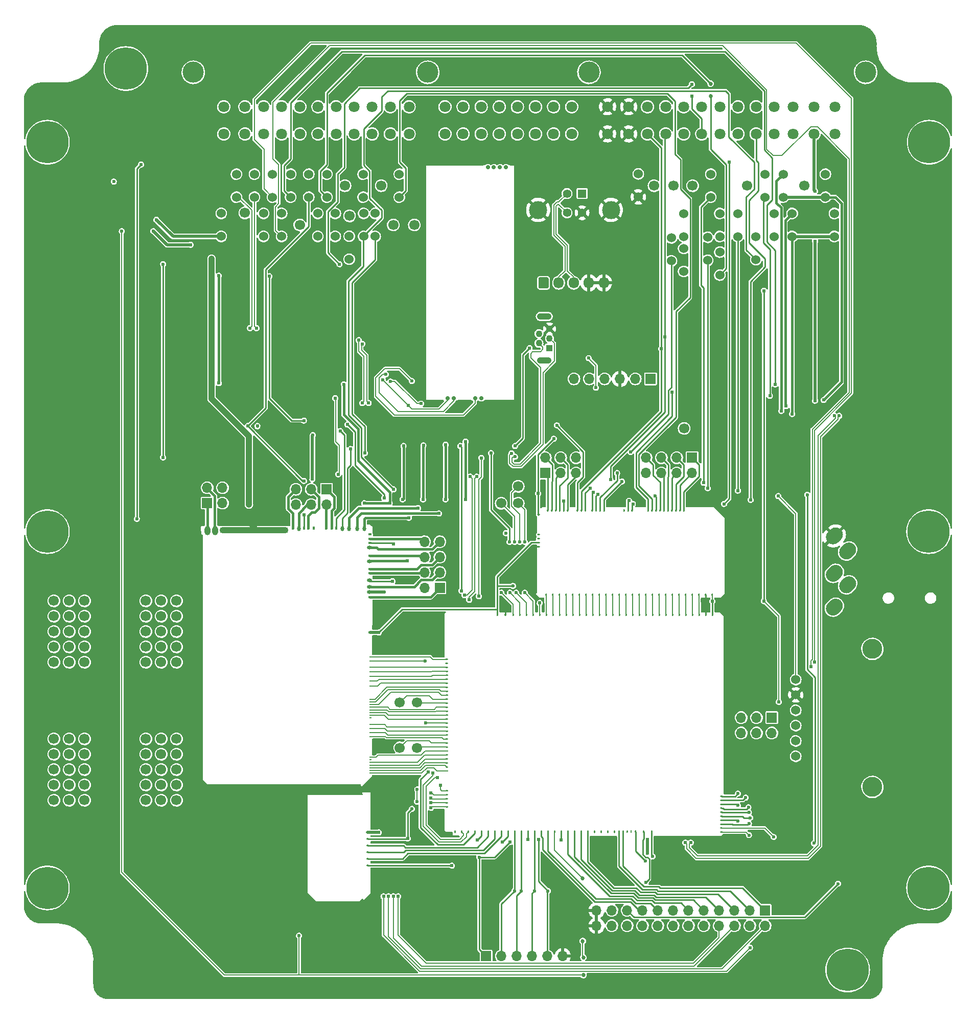
<source format=gbl>
G04 #@! TF.GenerationSoftware,KiCad,Pcbnew,(5.99.0-10483-ga6ad7a4a70)*
G04 #@! TF.CreationDate,2021-05-18T19:53:06+03:00*
G04 #@! TF.ProjectId,hellen64_miataNA6_94,68656c6c-656e-4363-945f-6d696174614e,b*
G04 #@! TF.SameCoordinates,PX1406f40PYa852d20*
G04 #@! TF.FileFunction,Copper,L2,Bot*
G04 #@! TF.FilePolarity,Positive*
%FSLAX46Y46*%
G04 Gerber Fmt 4.6, Leading zero omitted, Abs format (unit mm)*
G04 Created by KiCad (PCBNEW (5.99.0-10483-ga6ad7a4a70)) date 2021-05-18 19:53:06*
%MOMM*%
%LPD*%
G01*
G04 APERTURE LIST*
G04 #@! TA.AperFunction,ComponentPad*
%ADD10C,0.599999*%
G04 #@! TD*
G04 #@! TA.AperFunction,ComponentPad*
%ADD11C,1.524000*%
G04 #@! TD*
G04 #@! TA.AperFunction,ComponentPad*
%ADD12C,1.700000*%
G04 #@! TD*
G04 #@! TA.AperFunction,ComponentPad*
%ADD13R,1.700000X1.700000*%
G04 #@! TD*
G04 #@! TA.AperFunction,ComponentPad*
%ADD14O,1.700000X1.700000*%
G04 #@! TD*
G04 #@! TA.AperFunction,SMDPad,CuDef*
%ADD15O,0.200000X40.800000*%
G04 #@! TD*
G04 #@! TA.AperFunction,SMDPad,CuDef*
%ADD16O,25.600000X0.200000*%
G04 #@! TD*
G04 #@! TA.AperFunction,SMDPad,CuDef*
%ADD17O,1.000001X1.500000*%
G04 #@! TD*
G04 #@! TA.AperFunction,SMDPad,CuDef*
%ADD18O,11.400000X1.100000*%
G04 #@! TD*
G04 #@! TA.AperFunction,SMDPad,CuDef*
%ADD19O,0.399999X0.599999*%
G04 #@! TD*
G04 #@! TA.AperFunction,SMDPad,CuDef*
%ADD20O,0.599999X0.800001*%
G04 #@! TD*
G04 #@! TA.AperFunction,SMDPad,CuDef*
%ADD21O,0.599999X0.399999*%
G04 #@! TD*
G04 #@! TA.AperFunction,SMDPad,CuDef*
%ADD22O,0.800001X0.599999*%
G04 #@! TD*
G04 #@! TA.AperFunction,SMDPad,CuDef*
%ADD23O,0.399999X0.200000*%
G04 #@! TD*
G04 #@! TA.AperFunction,ComponentPad*
%ADD24R,1.400000X1.400000*%
G04 #@! TD*
G04 #@! TA.AperFunction,ComponentPad*
%ADD25C,1.400000*%
G04 #@! TD*
G04 #@! TA.AperFunction,ComponentPad*
%ADD26C,3.000000*%
G04 #@! TD*
G04 #@! TA.AperFunction,ComponentPad*
%ADD27C,3.500120*%
G04 #@! TD*
G04 #@! TA.AperFunction,ComponentPad*
%ADD28C,1.800000*%
G04 #@! TD*
G04 #@! TA.AperFunction,ComponentPad*
%ADD29C,7.000000*%
G04 #@! TD*
G04 #@! TA.AperFunction,ComponentPad*
%ADD30R,1.100000X1.100000*%
G04 #@! TD*
G04 #@! TA.AperFunction,ComponentPad*
%ADD31C,1.100000*%
G04 #@! TD*
G04 #@! TA.AperFunction,ComponentPad*
%ADD32O,2.400000X1.100000*%
G04 #@! TD*
G04 #@! TA.AperFunction,ComponentPad*
%ADD33C,3.302000*%
G04 #@! TD*
G04 #@! TA.AperFunction,ComponentPad*
%ADD34C,0.700000*%
G04 #@! TD*
G04 #@! TA.AperFunction,SMDPad,CuDef*
%ADD35R,2.250000X0.250000*%
G04 #@! TD*
G04 #@! TA.AperFunction,SMDPad,CuDef*
%ADD36R,0.250000X39.250000*%
G04 #@! TD*
G04 #@! TA.AperFunction,SMDPad,CuDef*
%ADD37R,0.950000X0.250000*%
G04 #@! TD*
G04 #@! TA.AperFunction,SMDPad,CuDef*
%ADD38R,3.100000X0.250000*%
G04 #@! TD*
G04 #@! TA.AperFunction,SMDPad,CuDef*
%ADD39R,9.750000X0.250000*%
G04 #@! TD*
G04 #@! TA.AperFunction,SMDPad,CuDef*
%ADD40R,5.050000X0.250000*%
G04 #@! TD*
G04 #@! TA.AperFunction,ComponentPad*
%ADD41C,0.600000*%
G04 #@! TD*
G04 #@! TA.AperFunction,ComponentPad*
%ADD42O,1.700000X1.850000*%
G04 #@! TD*
G04 #@! TA.AperFunction,SMDPad,CuDef*
%ADD43C,2.000000*%
G04 #@! TD*
G04 #@! TA.AperFunction,ViaPad*
%ADD44C,0.600000*%
G04 #@! TD*
G04 #@! TA.AperFunction,ViaPad*
%ADD45C,0.685800*%
G04 #@! TD*
G04 #@! TA.AperFunction,ViaPad*
%ADD46C,0.609600*%
G04 #@! TD*
G04 #@! TA.AperFunction,ViaPad*
%ADD47C,1.000000*%
G04 #@! TD*
G04 #@! TA.AperFunction,Conductor*
%ADD48C,0.254000*%
G04 #@! TD*
G04 #@! TA.AperFunction,Conductor*
%ADD49C,1.000000*%
G04 #@! TD*
G04 #@! TA.AperFunction,Conductor*
%ADD50C,0.200000*%
G04 #@! TD*
G04 #@! TA.AperFunction,Conductor*
%ADD51C,0.203200*%
G04 #@! TD*
G04 #@! TA.AperFunction,Conductor*
%ADD52C,0.400000*%
G04 #@! TD*
G04 #@! TA.AperFunction,Conductor*
%ADD53C,0.508000*%
G04 #@! TD*
G04 APERTURE END LIST*
D10*
G04 #@! TO.P,M4,V1,V33*
G04 #@! TO.N,+3V3*
X75566855Y23589700D03*
G04 #@! TO.P,M4,V2,GND*
G04 #@! TO.N,GND*
X77141869Y18684691D03*
G04 #@! TO.P,M4,V3,GND*
X89845887Y18693754D03*
G04 #@! TO.P,M4,V4,SD_CS*
G04 #@! TO.N,/SD_CS*
X81366859Y18014690D03*
G04 #@! TO.P,M4,V5,SD_MOSI*
G04 #@! TO.N,/SD_MOSI*
X82541863Y18014690D03*
G04 #@! TO.P,M4,V6,SD_SCK*
G04 #@! TO.N,/SD_SCK*
X84716857Y18014690D03*
G04 #@! TO.P,M4,V7,SD_MISO*
G04 #@! TO.N,/SD_MISO*
X86941859Y18014690D03*
G04 #@! TD*
D11*
G04 #@! TO.P,R32,1,1*
G04 #@! TO.N,Net-(R20-Pad2)*
X51700700Y126395000D03*
G04 #@! TO.P,R32,2,2*
G04 #@! TO.N,/1M*
X51700700Y130205000D03*
G04 #@! TD*
D12*
G04 #@! TO.P,P5,1,Pin_1*
G04 #@! TO.N,/IO8*
X62400700Y41704880D03*
G04 #@! TD*
G04 #@! TO.P,P6,1,Pin_1*
G04 #@! TO.N,/IO13*
X62400700Y49207060D03*
G04 #@! TD*
G04 #@! TO.P,P47,1,Pin_1*
G04 #@! TO.N,Net-(P2-Pad21)*
X59310960Y134800000D03*
G04 #@! TD*
D13*
G04 #@! TO.P,J27,1,Pin_1*
G04 #@! TO.N,Net-(J27-Pad1)*
X103950000Y102800000D03*
D14*
G04 #@! TO.P,J27,2,Pin_2*
G04 #@! TO.N,Net-(J27-Pad2)*
X101410000Y102800000D03*
G04 #@! TO.P,J27,3,Pin_3*
G04 #@! TO.N,GND*
X98870000Y102800000D03*
G04 #@! TO.P,J27,4,Pin_4*
G04 #@! TO.N,Net-(J27-Pad4)*
X96330000Y102800000D03*
G04 #@! TO.P,J27,5,Pin_5*
G04 #@! TO.N,Net-(J27-Pad5)*
X93790000Y102800000D03*
G04 #@! TO.P,J27,6,Pin_6*
G04 #@! TO.N,unconnected-(J27-Pad6)*
X91250000Y102800000D03*
G04 #@! TD*
D13*
G04 #@! TO.P,J10,1,Pin_1*
G04 #@! TO.N,/OUT_LOW11*
X50252360Y84513880D03*
D14*
G04 #@! TO.P,J10,2,Pin_2*
G04 #@! TO.N,/OUT_LOW6_PULLUP*
X50252360Y81973880D03*
G04 #@! TO.P,J10,3,Pin_3*
G04 #@! TO.N,/OUT_HIGH2*
X47712360Y84513880D03*
G04 #@! TO.P,J10,4,Pin_4*
G04 #@! TO.N,/OUT_LOW1_DUAL*
X47712360Y81973880D03*
G04 #@! TO.P,J10,5,Pin_5*
G04 #@! TO.N,/OUT_PP2*
X45172360Y84513880D03*
G04 #@! TO.P,J10,6,Pin_6*
G04 #@! TO.N,unconnected-(J10-Pad6)*
X45172360Y81973880D03*
G04 #@! TD*
D12*
G04 #@! TO.P,G4,1*
G04 #@! TO.N,Net-(G4-Pad1)*
X20320000Y55880000D03*
G04 #@! TO.P,G4,2*
G04 #@! TO.N,Net-(G4-Pad12)*
X20320000Y58420000D03*
G04 #@! TO.P,G4,3*
G04 #@! TO.N,Net-(G4-Pad13)*
X20320000Y60960000D03*
G04 #@! TO.P,G4,4*
G04 #@! TO.N,Net-(G4-Pad14)*
X20320000Y63500000D03*
G04 #@! TO.P,G4,5*
G04 #@! TO.N,Net-(G4-Pad10)*
X20320000Y66040000D03*
G04 #@! TO.P,G4,6*
G04 #@! TO.N,Net-(G4-Pad1)*
X22860000Y55880000D03*
G04 #@! TO.P,G4,7*
G04 #@! TO.N,Net-(G4-Pad12)*
X22860000Y58420000D03*
G04 #@! TO.P,G4,8*
G04 #@! TO.N,Net-(G4-Pad13)*
X22860000Y60960000D03*
G04 #@! TO.P,G4,9*
G04 #@! TO.N,Net-(G4-Pad14)*
X22860000Y63500000D03*
G04 #@! TO.P,G4,10*
G04 #@! TO.N,Net-(G4-Pad10)*
X22860000Y66040000D03*
G04 #@! TO.P,G4,11*
G04 #@! TO.N,Net-(G4-Pad1)*
X25400000Y55880000D03*
G04 #@! TO.P,G4,12*
G04 #@! TO.N,Net-(G4-Pad12)*
X25400000Y58420000D03*
G04 #@! TO.P,G4,13*
G04 #@! TO.N,Net-(G4-Pad13)*
X25400000Y60960000D03*
G04 #@! TO.P,G4,14*
G04 #@! TO.N,Net-(G4-Pad14)*
X25400000Y63500000D03*
G04 #@! TO.P,G4,15*
G04 #@! TO.N,Net-(G4-Pad10)*
X25400000Y66040000D03*
G04 #@! TD*
D11*
G04 #@! TO.P,R11,1,1*
G04 #@! TO.N,/IN_TPS*
X115410960Y123795000D03*
G04 #@! TO.P,R11,2,2*
G04 #@! TO.N,/1N*
X115410960Y119985000D03*
G04 #@! TD*
D15*
G04 #@! TO.P,M5,G,GND*
G04 #@! TO.N,GND*
X29714858Y56651380D03*
D16*
X43114859Y35626378D03*
G04 #@! TA.AperFunction,SMDPad,CuDef*
G36*
G01*
X29787014Y36405645D02*
X30494120Y35698539D01*
G75*
G02*
X30494120Y35557117I-70711J-70711D01*
G01*
X30494120Y35557117D01*
G75*
G02*
X30352698Y35557117I-70711J70711D01*
G01*
X29645592Y36264223D01*
G75*
G02*
X29645592Y36405645I70711J70711D01*
G01*
X29645592Y36405645D01*
G75*
G02*
X29787014Y36405645I70711J-70711D01*
G01*
G37*
G04 #@! TD.AperFunction*
D17*
G04 #@! TO.P,M5,S1,OUT_SOLENOID_A1*
G04 #@! TO.N,/OUT_SOLENOID_A1*
X30513317Y77637666D03*
G04 #@! TO.P,M5,S2,OUT_SOLENOID_A2*
G04 #@! TO.N,/OUT_SOLENOID_A2*
X31769182Y77637666D03*
D18*
G04 #@! TO.P,M5,S3,GND*
G04 #@! TO.N,GND*
X38213317Y77762667D03*
D19*
G04 #@! TO.P,M5,S6,OUT_PP2*
G04 #@! TO.N,/OUT_PP2*
X44663309Y78062666D03*
D20*
G04 #@! TO.P,M5,S7,OUT_LOW3_DUAL*
G04 #@! TO.N,/OUT_LOW1_DUAL*
X45638321Y77962661D03*
D19*
G04 #@! TO.P,M5,S8,OUT_LOW1*
G04 #@! TO.N,/OUT_ECF*
X46508078Y78062666D03*
G04 #@! TO.P,M5,S9,OUT_HIGH2*
G04 #@! TO.N,/OUT_HIGH2*
X47238315Y78062666D03*
G04 #@! TO.P,M5,S10,OUT_LOW11*
G04 #@! TO.N,unconnected-(M5-PadS10)*
X48133078Y78062666D03*
G04 #@! TO.P,M5,S12,OUT_LOW8_PULLUP*
G04 #@! TO.N,/OUT_LOW6_PULLUP*
X50208078Y78062666D03*
G04 #@! TO.P,M5,S13,OUT_LOW12*
G04 #@! TO.N,/OUT_LOW11*
X51108074Y78062666D03*
G04 #@! TO.P,M5,S14,OUT_LOW9*
G04 #@! TO.N,/OUT_PUMP*
X51818316Y78062666D03*
D20*
G04 #@! TO.P,M5,S15,OUT_INJ6*
G04 #@! TO.N,/OUT_TACH*
X52838317Y77962666D03*
G04 #@! TO.P,M5,S16,OUT_INJ2*
G04 #@! TO.N,/OUT_INJ2*
X54013316Y77962666D03*
G04 #@! TO.P,M5,S17,OUT_INJ3*
G04 #@! TO.N,/OUT_INJ3*
X55363315Y77962666D03*
G04 #@! TO.P,M5,S18,OUT_INJ1*
G04 #@! TO.N,/OUT_INJ1*
X56538314Y77962666D03*
D21*
G04 #@! TO.P,M5,W1,OUT_LOW2*
G04 #@! TO.N,unconnected-(M5-PadW1)*
X57438315Y77032427D03*
G04 #@! TO.P,M5,W2,OUT_LOW10*
G04 #@! TO.N,/OUT_LOW9*
X57438315Y76337668D03*
G04 #@! TO.P,M5,W3,OUT_LOW6_DIODE*
G04 #@! TO.N,/OUT_CE*
X57438315Y75657428D03*
D22*
G04 #@! TO.P,M5,W4,OUT_LOW4_DUAL*
G04 #@! TO.N,/OUT_LOW2_DUAL*
X57343317Y74837666D03*
D21*
G04 #@! TO.P,M5,W6,OUT_PP1*
G04 #@! TO.N,/OUT_PP1*
X57438315Y73532429D03*
D22*
G04 #@! TO.P,M5,W7,OUT_INJ4*
G04 #@! TO.N,/OUT_INJ4*
X57343317Y72562664D03*
D21*
G04 #@! TO.P,M5,W8,OUT_HIGH1*
G04 #@! TO.N,/OUT_HIGH1*
X57438315Y71287666D03*
G04 #@! TO.P,M5,W9,OUT_LOW7_PULLUP*
G04 #@! TO.N,/OUT_LOW5_PULLUP*
X57438315Y70637664D03*
D22*
G04 #@! TO.P,M5,W10,OUT_INJ5*
G04 #@! TO.N,/OUT_CONDENSER_FAN*
X57343317Y69437664D03*
G04 #@! TO.P,M5,W11,OUT_INJ8*
G04 #@! TO.N,/OUT_INJ8*
X57343317Y68362660D03*
G04 #@! TO.P,M5,W12,OUT_INJ7*
G04 #@! TO.N,/OUT_IDLE*
X57343317Y67487658D03*
D21*
G04 #@! TO.P,M5,W13,OUT_LOW5_MAIN*
G04 #@! TO.N,/OUT_LOW3_DUAL*
X57438315Y66662666D03*
G04 #@! TO.P,M5,W14,V5*
G04 #@! TO.N,+5V*
X57438315Y60812665D03*
D23*
G04 #@! TO.P,M5,W15,INJ8*
G04 #@! TO.N,/INJ8*
X57543316Y56757695D03*
G04 #@! TO.P,M5,W16,INJ7*
G04 #@! TO.N,/IDLE*
X57543316Y56097693D03*
G04 #@! TO.P,M5,W17,INJ6*
G04 #@! TO.N,/INJ6*
X57543316Y55037665D03*
G04 #@! TO.P,M5,W18,INJ5*
G04 #@! TO.N,/INJ5*
X57543316Y54333580D03*
G04 #@! TO.P,M5,W19,INJ4*
G04 #@! TO.N,/INJ4*
X57543316Y53533541D03*
G04 #@! TO.P,M5,W20,INJ3*
G04 #@! TO.N,/INJ3*
X57543316Y52733502D03*
G04 #@! TO.P,M5,W21,LOW1*
G04 #@! TO.N,/ECF*
X57543316Y51937666D03*
G04 #@! TO.P,M5,W22,PP2*
G04 #@! TO.N,/PP2*
X57543316Y49742664D03*
G04 #@! TO.P,M5,W23,INJ2*
G04 #@! TO.N,/INJ2*
X57543316Y49302665D03*
G04 #@! TO.P,M5,W24,INJ1*
G04 #@! TO.N,/INJ1*
X57543316Y48862666D03*
G04 #@! TO.P,M5,W25,LOW6_DIODE*
G04 #@! TO.N,/CE*
X57543316Y48422664D03*
G04 #@! TO.P,M5,W26,LOW10*
G04 #@! TO.N,/LOW9*
X57543316Y47982665D03*
G04 #@! TO.P,M5,W27,LOW9*
G04 #@! TO.N,/PUMP*
X57543316Y47542666D03*
G04 #@! TO.P,M5,W28,PP1*
G04 #@! TO.N,/PP1*
X57543316Y47102664D03*
G04 #@! TO.P,M5,W29,LOW2*
G04 #@! TO.N,unconnected-(M5-PadW29)*
X57543316Y46662665D03*
G04 #@! TO.P,M5,W30,SOLENOID_B2*
G04 #@! TO.N,/SOLENOID_B2*
X57543316Y45537694D03*
G04 #@! TO.P,M5,W31,SOLENOID_B1*
G04 #@! TO.N,/SOLENOID_B1*
X57543316Y44877696D03*
G04 #@! TO.P,M5,W32,SOLENOID_A2*
G04 #@! TO.N,/SOLENOID_A2*
X57543316Y44217694D03*
G04 #@! TO.P,M5,W33,SOLENOID_A1*
G04 #@! TO.N,/SOLENOID_A1*
X57543316Y43557696D03*
G04 #@! TO.P,M5,W34,LOW4_DUAL*
G04 #@! TO.N,/LOW2_DUAL*
X57543316Y40152666D03*
G04 #@! TO.P,M5,W35,LOW11*
G04 #@! TO.N,unconnected-(M5-PadW35)*
X57543316Y39712667D03*
G04 #@! TO.P,M5,W36,LOW12*
G04 #@! TO.N,/LOW11*
X57543316Y39272665D03*
G04 #@! TO.P,M5,W37,LOW8_HIGH2*
G04 #@! TO.N,/LOW6_HIGH2*
X57543316Y38832666D03*
G04 #@! TO.P,M5,W38,LOW3_DUAL*
G04 #@! TO.N,/LOW1_DUAL*
X57543316Y38392667D03*
G04 #@! TO.P,M5,W39,LOW7_HIGH1*
G04 #@! TO.N,/LOW5_HIGH1*
X57543316Y37952665D03*
G04 #@! TO.P,M5,W40,LOW5_MAIN*
G04 #@! TO.N,/LOW3_DUAL*
X57543316Y37512666D03*
G04 #@! TD*
D11*
G04 #@! TO.P,R36,1,1*
G04 #@! TO.N,/OUT_IGN2*
X41310960Y132895000D03*
G04 #@! TO.P,R36,2,2*
G04 #@! TO.N,/1H*
X41310960Y136705000D03*
G04 #@! TD*
G04 #@! TO.P,R48,1,1*
G04 #@! TO.N,Net-(R24-Pad2)*
X109410960Y126390000D03*
G04 #@! TO.P,R48,2,2*
G04 #@! TO.N,/3I*
X109410960Y130200000D03*
G04 #@! TD*
D24*
G04 #@! TO.P,J23,1,VBUS*
G04 #@! TO.N,/VBUS*
X92600000Y133500000D03*
D25*
G04 #@! TO.P,J23,2,D-*
G04 #@! TO.N,/USB-*
X90100000Y133500000D03*
G04 #@! TO.P,J23,3,D+*
G04 #@! TO.N,/USB+*
X90100000Y130300000D03*
G04 #@! TO.P,J23,4,GND*
G04 #@! TO.N,GND*
X92600000Y130300000D03*
D26*
G04 #@! TO.P,J23,5,Shield*
X97370000Y130790000D03*
X85330000Y130790000D03*
G04 #@! TD*
D11*
G04 #@! TO.P,R24,1,1*
G04 #@! TO.N,/OUT_TACH*
X107410960Y122340001D03*
G04 #@! TO.P,R24,2,2*
G04 #@! TO.N,Net-(R24-Pad2)*
X107410960Y126150001D03*
G04 #@! TD*
G04 #@! TO.P,R33,1,1*
G04 #@! TO.N,/OUT_ECF*
X47310960Y132895000D03*
G04 #@! TO.P,R33,2,2*
G04 #@! TO.N,/1L*
X47310960Y136705000D03*
G04 #@! TD*
G04 #@! TO.P,R42,1,1*
G04 #@! TO.N,+12V_PERM*
X32810960Y126395000D03*
G04 #@! TO.P,R42,2,2*
G04 #@! TO.N,/1A*
X32810960Y130205000D03*
G04 #@! TD*
D27*
G04 #@! TO.P,P2,*
G04 #@! TO.N,*
X93728300Y153574420D03*
X139577840Y153574420D03*
X28178520Y153574420D03*
X67027820Y153574420D03*
D28*
G04 #@! TO.P,P2,1,1A*
G04 #@! TO.N,/1A*
X33230580Y143373780D03*
G04 #@! TO.P,P2,2,1C*
G04 #@! TO.N,/1C*
X36728160Y143373780D03*
G04 #@! TO.P,P2,3,1E*
G04 #@! TO.N,/1E*
X39829500Y143373780D03*
G04 #@! TO.P,P2,4,1G*
G04 #@! TO.N,/1G*
X42829240Y143373780D03*
G04 #@! TO.P,P2,5,1I*
G04 #@! TO.N,Net-(P2-Pad5)*
X45828980Y143373780D03*
G04 #@! TO.P,P2,6,1K*
G04 #@! TO.N,Net-(P2-Pad6)*
X48828720Y143373780D03*
G04 #@! TO.P,P2,7,1M*
G04 #@! TO.N,/1M*
X51828460Y143373780D03*
G04 #@! TO.P,P2,8,1O*
G04 #@! TO.N,/1O*
X54828200Y143373780D03*
G04 #@! TO.P,P2,9,1Q*
G04 #@! TO.N,/1Q*
X57827940Y143373780D03*
G04 #@! TO.P,P2,10,1S*
G04 #@! TO.N,Net-(P2-Pad10)*
X60827680Y143373780D03*
G04 #@! TO.P,P2,11,1U*
G04 #@! TO.N,/1U*
X63929020Y143373780D03*
G04 #@! TO.P,P2,12,1B*
G04 #@! TO.N,+12V_RAW*
X33230580Y147874660D03*
G04 #@! TO.P,P2,13,1D*
G04 #@! TO.N,/1D*
X36728160Y147874660D03*
G04 #@! TO.P,P2,14,1F*
G04 #@! TO.N,/1F*
X39829500Y147874660D03*
G04 #@! TO.P,P2,15,1H*
G04 #@! TO.N,/1H*
X42829240Y147874660D03*
G04 #@! TO.P,P2,16,1J*
G04 #@! TO.N,/1J*
X45828980Y147874660D03*
G04 #@! TO.P,P2,17,1L*
G04 #@! TO.N,/1L*
X48828720Y147874660D03*
G04 #@! TO.P,P2,18,1N*
G04 #@! TO.N,Net-(P2-Pad18)*
X51828460Y147874660D03*
G04 #@! TO.P,P2,19,1P*
G04 #@! TO.N,/1P*
X54828200Y147874660D03*
G04 #@! TO.P,P2,20,1R*
G04 #@! TO.N,Net-(P2-Pad20)*
X57827940Y147874660D03*
G04 #@! TO.P,P2,21,1T*
G04 #@! TO.N,Net-(P2-Pad21)*
X60827680Y147874660D03*
G04 #@! TO.P,P2,22,1V*
G04 #@! TO.N,/1V*
X63929020Y147874660D03*
G04 #@! TO.P,P2,23,2A*
G04 #@! TO.N,unconnected-(P2-Pad23)*
X69877700Y143373780D03*
G04 #@! TO.P,P2,24,2C*
G04 #@! TO.N,/LSU_HEAT-*
X72877440Y143373780D03*
G04 #@! TO.P,P2,25,2E*
G04 #@! TO.N,/LSU_CALIBR_RES*
X75877180Y143373780D03*
G04 #@! TO.P,P2,26,2G*
G04 #@! TO.N,/LSU_SENSOR_U{slash}PUMP_I*
X78876920Y143373780D03*
G04 #@! TO.P,P2,27,2I*
G04 #@! TO.N,unconnected-(P2-Pad27)*
X81879200Y143373780D03*
G04 #@! TO.P,P2,28,2K*
G04 #@! TO.N,unconnected-(P2-Pad28)*
X84878940Y143373780D03*
G04 #@! TO.P,P2,29,2M*
G04 #@! TO.N,/VBUS*
X87878680Y143373780D03*
G04 #@! TO.P,P2,30,2O*
G04 #@! TO.N,/USB-*
X90878420Y143373780D03*
G04 #@! TO.P,P2,31,2B*
G04 #@! TO.N,unconnected-(P2-Pad31)*
X69877700Y147874660D03*
G04 #@! TO.P,P2,32,2D*
G04 #@! TO.N,/LSU_HEAT-*
X72877440Y147874660D03*
G04 #@! TO.P,P2,33,2F*
G04 #@! TO.N,/LSU_PUMP_I*
X75877180Y147874660D03*
G04 #@! TO.P,P2,34,2H*
G04 #@! TO.N,/LSU_SENSOR_U*
X78876920Y147874660D03*
G04 #@! TO.P,P2,35,2J*
G04 #@! TO.N,unconnected-(P2-Pad35)*
X81879200Y147874660D03*
G04 #@! TO.P,P2,36,2L*
G04 #@! TO.N,unconnected-(P2-Pad36)*
X84878940Y147874660D03*
G04 #@! TO.P,P2,37,2N*
G04 #@! TO.N,unconnected-(P2-Pad37)*
X87878680Y147874660D03*
G04 #@! TO.P,P2,38,2P*
G04 #@! TO.N,/USB+*
X90878420Y147874660D03*
G04 #@! TO.P,P2,39,3A*
G04 #@! TO.N,GND*
X96824560Y143373780D03*
G04 #@! TO.P,P2,40,3C*
X100324680Y143373780D03*
G04 #@! TO.P,P2,41,3E*
G04 #@! TO.N,/IN_CRANK*
X103428560Y143373780D03*
G04 #@! TO.P,P2,42,3G*
G04 #@! TO.N,/IN_CAM*
X106428300Y143373780D03*
G04 #@! TO.P,P2,43,3I*
G04 #@! TO.N,/3I*
X109428040Y143373780D03*
G04 #@! TO.P,P2,44,3K*
G04 #@! TO.N,+5VA*
X112427780Y143373780D03*
G04 #@! TO.P,P2,45,3M*
G04 #@! TO.N,/3M*
X115427520Y143373780D03*
G04 #@! TO.P,P2,46,3O*
G04 #@! TO.N,/3O*
X118427260Y143373780D03*
G04 #@! TO.P,P2,47,3Q*
G04 #@! TO.N,/IN_CLT*
X121427000Y143373780D03*
G04 #@! TO.P,P2,48,3S*
G04 #@! TO.N,/3S*
X124426740Y143373780D03*
G04 #@! TO.P,P2,49,3U*
G04 #@! TO.N,/OUT_INJ1*
X127528080Y143373780D03*
G04 #@! TO.P,P2,50,3W*
G04 #@! TO.N,/OUT_IDLE*
X131028200Y143373780D03*
G04 #@! TO.P,P2,51,3Y*
G04 #@! TO.N,/3Y*
X134528320Y143373780D03*
G04 #@! TO.P,P2,52,3B*
G04 #@! TO.N,GND*
X96824560Y147874660D03*
G04 #@! TO.P,P2,53,3D*
X100324680Y147874660D03*
G04 #@! TO.P,P2,54,3F*
G04 #@! TO.N,/3F*
X103428560Y147874660D03*
G04 #@! TO.P,P2,55,3H*
G04 #@! TO.N,/3H*
X106428300Y147874660D03*
G04 #@! TO.P,P2,56,3J*
G04 #@! TO.N,/3J*
X109428040Y147874660D03*
G04 #@! TO.P,P2,57,3L*
G04 #@! TO.N,/3L*
X112427780Y147874660D03*
G04 #@! TO.P,P2,58,3N*
G04 #@! TO.N,/3N*
X115427520Y147874660D03*
G04 #@! TO.P,P2,59,3P*
G04 #@! TO.N,/IN_IAT*
X118427260Y147874660D03*
G04 #@! TO.P,P2,60,3R*
G04 #@! TO.N,/3R*
X121427000Y147874660D03*
G04 #@! TO.P,P2,61,3T*
G04 #@! TO.N,/3T*
X124426740Y147874660D03*
G04 #@! TO.P,P2,62,3V*
G04 #@! TO.N,/OUT_INJ2*
X127528080Y147874660D03*
G04 #@! TO.P,P2,63,3X*
G04 #@! TO.N,/3X*
X131028200Y147874660D03*
G04 #@! TO.P,P2,64,3Z*
G04 #@! TO.N,/3Z*
X134528320Y147874660D03*
G04 #@! TD*
D12*
G04 #@! TO.P,P56,1,Pin_1*
G04 #@! TO.N,/3H*
X104510960Y134795000D03*
G04 #@! TD*
D29*
G04 #@! TO.P,J18,1,Pin_1*
G04 #@! TO.N,unconnected-(J18-Pad1)*
X4000000Y142000000D03*
G04 #@! TD*
D12*
G04 #@! TO.P,P52,1,Pin_1*
G04 #@! TO.N,/3X*
X129410960Y134795000D03*
G04 #@! TD*
G04 #@! TO.P,P26,1,Pin_1*
G04 #@! TO.N,/IN_D2*
X79200700Y82200880D03*
G04 #@! TD*
D11*
G04 #@! TO.P,R43,1,1*
G04 #@! TO.N,/OUT_PUMP*
X122910960Y132890000D03*
G04 #@! TO.P,R43,2,2*
G04 #@! TO.N,/3T*
X122910960Y136700000D03*
G04 #@! TD*
D30*
G04 #@! TO.P,J1,1,VBUS*
G04 #@! TO.N,/VBUS*
X87200000Y107900000D03*
D31*
G04 #@! TO.P,J1,2,D-*
G04 #@! TO.N,/USB-*
X85450000Y108700000D03*
G04 #@! TO.P,J1,3,D+*
G04 #@! TO.N,/USB+*
X87200000Y109500000D03*
G04 #@! TO.P,J1,4,ID*
G04 #@! TO.N,unconnected-(J1-Pad4)*
X85450000Y110300000D03*
G04 #@! TO.P,J1,5,GND*
G04 #@! TO.N,GND*
X87200000Y111100000D03*
D32*
G04 #@! TO.P,J1,6,Shield*
G04 #@! TO.N,unconnected-(J1-Pad6)*
X86325000Y105850000D03*
X86325000Y113150000D03*
G04 #@! TD*
D13*
G04 #@! TO.P,J9,1,Pin_1*
G04 #@! TO.N,/OUT_LOW3_DUAL*
X69029360Y68204880D03*
D14*
G04 #@! TO.P,J9,2,Pin_2*
G04 #@! TO.N,unconnected-(J9-Pad2)*
X66489360Y68204880D03*
G04 #@! TO.P,J9,3,Pin_3*
G04 #@! TO.N,/OUT_INJ8*
X69029360Y70744880D03*
G04 #@! TO.P,J9,4,Pin_4*
G04 #@! TO.N,/OUT_LOW5_PULLUP*
X66489360Y70744880D03*
G04 #@! TO.P,J9,5,Pin_5*
G04 #@! TO.N,/OUT_HIGH1*
X69029360Y73284880D03*
G04 #@! TO.P,J9,6,Pin_6*
G04 #@! TO.N,/OUT_PP1*
X66489360Y73284880D03*
G04 #@! TO.P,J9,7,Pin_7*
G04 #@! TO.N,/OUT_LOW2_DUAL*
X69029360Y75824880D03*
G04 #@! TO.P,J9,8,Pin_8*
G04 #@! TO.N,/OUT_LOW9*
X66489360Y75824880D03*
G04 #@! TD*
D13*
G04 #@! TO.P,J7,1,Pin_1*
G04 #@! TO.N,/OUT_SOLENOID_A1*
X30477360Y82238880D03*
D14*
G04 #@! TO.P,J7,2,Pin_2*
G04 #@! TO.N,/OUT_SOLENOID_A2*
X30477360Y84778880D03*
G04 #@! TO.P,J7,3,Pin_3*
G04 #@! TO.N,/OUT_SOLENOID_B1*
X33017360Y82238880D03*
G04 #@! TO.P,J7,4,Pin_4*
G04 #@! TO.N,/OUT_SOLENOID_B2*
X33017360Y84778880D03*
G04 #@! TD*
D12*
G04 #@! TO.P,P4,1,Pin_1*
G04 #@! TO.N,/IO12*
X65210960Y49204880D03*
G04 #@! TD*
D11*
G04 #@! TO.P,R45,1,1*
G04 #@! TO.N,/IN_MAF*
X118410960Y126390000D03*
G04 #@! TO.P,R45,2,2*
G04 #@! TO.N,/3O*
X118410960Y130200000D03*
G04 #@! TD*
D10*
G04 #@! TO.P,M8,V1,V5*
G04 #@! TO.N,+5V*
X59557362Y102669562D03*
G04 #@! TO.P,M8,V2,CAN_VIO*
G04 #@! TO.N,Net-(M12-PadW2)*
X60082362Y103544564D03*
G04 #@! TO.P,M8,V5,CAN_TX*
G04 #@! TO.N,Net-(M12-PadW4)*
X60832360Y102369560D03*
G04 #@! TO.P,M8,V6,CAN_RX*
G04 #@! TO.N,Net-(M12-PadW3)*
X64382361Y102444563D03*
G04 #@! TD*
D13*
G04 #@! TO.P,J8,1,Pin_1*
G04 #@! TO.N,/IN_SENS1*
X86511360Y87200880D03*
D14*
G04 #@! TO.P,J8,2,Pin_2*
G04 #@! TO.N,/IN_SENS2*
X86511360Y89740880D03*
G04 #@! TO.P,J8,3,Pin_3*
G04 #@! TO.N,/IN_SENS3*
X89051360Y87200880D03*
G04 #@! TO.P,J8,4,Pin_4*
G04 #@! TO.N,/IN_SENS4*
X89051360Y89740880D03*
G04 #@! TO.P,J8,5,Pin_5*
G04 #@! TO.N,/IN_VSS*
X91591360Y87200880D03*
G04 #@! TO.P,J8,6,Pin_6*
G04 #@! TO.N,unconnected-(J8-Pad6)*
X91591360Y89740880D03*
G04 #@! TD*
D33*
G04 #@! TO.P,U2,*
G04 #@! TO.N,*
X140700000Y58085000D03*
X140700000Y35225000D03*
D11*
G04 #@! TO.P,U2,1,VOUT*
G04 #@! TO.N,/IN_MAP3*
X128000000Y53005000D03*
G04 #@! TO.P,U2,2,GND*
G04 #@! TO.N,GND*
X128000000Y50465000D03*
G04 #@! TO.P,U2,3,VCC*
G04 #@! TO.N,+5VA*
X128000000Y47925000D03*
G04 #@! TO.P,U2,4,V1*
G04 #@! TO.N,unconnected-(U2-Pad4)*
X128000000Y45385000D03*
G04 #@! TO.P,U2,5,V2*
G04 #@! TO.N,unconnected-(U2-Pad5)*
X128000000Y42845000D03*
G04 #@! TO.P,U2,6,V_EX*
G04 #@! TO.N,unconnected-(U2-Pad6)*
X128000000Y40305000D03*
G04 #@! TD*
G04 #@! TO.P,R17,1,1*
G04 #@! TO.N,/OUT_INJ4*
X125910960Y132890000D03*
G04 #@! TO.P,R17,2,2*
G04 #@! TO.N,/OUT_INJ2*
X125910960Y136700000D03*
G04 #@! TD*
D13*
G04 #@! TO.P,J6,1,Pin_1*
G04 #@! TO.N,/IN_RES2*
X110811360Y89740880D03*
D14*
G04 #@! TO.P,J6,2,Pin_2*
G04 #@! TO.N,/IN_O2S2*
X110811360Y87200880D03*
G04 #@! TO.P,J6,3,Pin_3*
G04 #@! TO.N,/IN_PPS*
X108271360Y89740880D03*
G04 #@! TO.P,J6,4,Pin_4*
G04 #@! TO.N,/IN_RES1*
X108271360Y87200880D03*
G04 #@! TO.P,J6,5,Pin_5*
G04 #@! TO.N,/IN_RES3*
X105731360Y89740880D03*
G04 #@! TO.P,J6,6,Pin_6*
G04 #@! TO.N,/IN_AUX4*
X105731360Y87200880D03*
G04 #@! TO.P,J6,7,Pin_7*
G04 #@! TO.N,/IN_AUX3*
X103191360Y89740880D03*
G04 #@! TO.P,J6,8,Pin_8*
G04 #@! TO.N,/IN_MAP2*
X103191360Y87200880D03*
G04 #@! TD*
D12*
G04 #@! TO.P,G6,1*
G04 #@! TO.N,Net-(G6-Pad1)*
X5080000Y55880000D03*
G04 #@! TO.P,G6,2*
G04 #@! TO.N,Net-(G6-Pad12)*
X5080000Y58420000D03*
G04 #@! TO.P,G6,3*
G04 #@! TO.N,Net-(G6-Pad13)*
X5080000Y60960000D03*
G04 #@! TO.P,G6,4*
G04 #@! TO.N,Net-(G6-Pad14)*
X5080000Y63500000D03*
G04 #@! TO.P,G6,5*
G04 #@! TO.N,Net-(G6-Pad10)*
X5080000Y66040000D03*
G04 #@! TO.P,G6,6*
G04 #@! TO.N,Net-(G6-Pad1)*
X7620000Y55880000D03*
G04 #@! TO.P,G6,7*
G04 #@! TO.N,Net-(G6-Pad12)*
X7620000Y58420000D03*
G04 #@! TO.P,G6,8*
G04 #@! TO.N,Net-(G6-Pad13)*
X7620000Y60960000D03*
G04 #@! TO.P,G6,9*
G04 #@! TO.N,Net-(G6-Pad14)*
X7620000Y63500000D03*
G04 #@! TO.P,G6,10*
G04 #@! TO.N,Net-(G6-Pad10)*
X7620000Y66040000D03*
G04 #@! TO.P,G6,11*
G04 #@! TO.N,Net-(G6-Pad1)*
X10160000Y55880000D03*
G04 #@! TO.P,G6,12*
G04 #@! TO.N,Net-(G6-Pad12)*
X10160000Y58420000D03*
G04 #@! TO.P,G6,13*
G04 #@! TO.N,Net-(G6-Pad13)*
X10160000Y60960000D03*
G04 #@! TO.P,G6,14*
G04 #@! TO.N,Net-(G6-Pad14)*
X10160000Y63500000D03*
G04 #@! TO.P,G6,15*
G04 #@! TO.N,Net-(G6-Pad10)*
X10160000Y66040000D03*
G04 #@! TD*
G04 #@! TO.P,P55,1,Pin_1*
G04 #@! TO.N,/3J*
X107710560Y134794120D03*
G04 #@! TD*
D13*
G04 #@! TO.P,J3,1,Pin_1*
G04 #@! TO.N,+3V3*
X76679360Y7204880D03*
D14*
G04 #@! TO.P,J3,2,Pin_2*
G04 #@! TO.N,/SD_CS*
X79219360Y7204880D03*
G04 #@! TO.P,J3,3,Pin_3*
G04 #@! TO.N,/SD_MOSI*
X81759360Y7204880D03*
G04 #@! TO.P,J3,4,Pin_4*
G04 #@! TO.N,/SD_SCK*
X84299360Y7204880D03*
G04 #@! TO.P,J3,5,Pin_5*
G04 #@! TO.N,/SD_MISO*
X86839360Y7204880D03*
G04 #@! TO.P,J3,6,Pin_6*
G04 #@! TO.N,GND*
X89379360Y7204880D03*
G04 #@! TD*
D10*
G04 #@! TO.P,M13,V1,V5*
G04 #@! TO.N,+5V*
X103391861Y24248218D03*
G04 #@! TO.P,M13,V2,CAN_VIO*
G04 #@! TO.N,/CAN_VIO*
X104266863Y23723218D03*
G04 #@! TO.P,M13,V5,CAN_TX*
G04 #@! TO.N,/CAN_TX*
X103091859Y22973220D03*
G04 #@! TO.P,M13,V6,CAN_RX*
G04 #@! TO.N,/CAN_RX*
X103166862Y19423219D03*
G04 #@! TD*
D13*
G04 #@! TO.P,J5,1,Pin_1*
G04 #@! TO.N,/OUT_IGN3*
X124029360Y46704880D03*
D14*
G04 #@! TO.P,J5,2,Pin_2*
G04 #@! TO.N,/OUT_IGN4*
X124029360Y44164880D03*
G04 #@! TO.P,J5,3,Pin_3*
G04 #@! TO.N,/OUT_IGN5*
X121489360Y46704880D03*
G04 #@! TO.P,J5,4,Pin_4*
G04 #@! TO.N,/OUT_IGN6*
X121489360Y44164880D03*
G04 #@! TO.P,J5,5,Pin_5*
G04 #@! TO.N,/OUT_IGN7*
X118949360Y46704880D03*
G04 #@! TO.P,J5,6,Pin_6*
G04 #@! TO.N,/OUT_IGN8*
X118949360Y44164880D03*
G04 #@! TD*
D11*
G04 #@! TO.P,R29,1,1*
G04 #@! TO.N,/1R*
X56310960Y132895000D03*
G04 #@! TO.P,R29,2,2*
G04 #@! TO.N,Net-(P2-Pad20)*
X56310960Y136705000D03*
G04 #@! TD*
D12*
G04 #@! TO.P,P50,1,Pin_1*
G04 #@! TO.N,/1O*
X54060960Y129800880D03*
G04 #@! TD*
D11*
G04 #@! TO.P,R40,1,1*
G04 #@! TO.N,/CAN+*
X35310960Y132895000D03*
G04 #@! TO.P,R40,2,2*
G04 #@! TO.N,/1D*
X35310960Y136705000D03*
G04 #@! TD*
D29*
G04 #@! TO.P,J13,1,Pin_1*
G04 #@! TO.N,unconnected-(J13-Pad1)*
X4000000Y18500000D03*
G04 #@! TD*
G04 #@! TO.P,M7,G,GND*
G04 #@! TO.N,GND*
G04 #@! TA.AperFunction,SMDPad,CuDef*
G36*
G01*
X56200531Y33906360D02*
X47030533Y33906360D01*
G75*
G02*
X46930533Y34006360I0J100000D01*
G01*
X46930533Y34006360D01*
G75*
G02*
X47030533Y34106360I100000J0D01*
G01*
X56200531Y34106360D01*
G75*
G02*
X56300531Y34006360I0J-100000D01*
G01*
X56300531Y34006360D01*
G75*
G02*
X56200531Y33906360I-100000J0D01*
G01*
G37*
G04 #@! TD.AperFunction*
G04 #@! TA.AperFunction,SMDPad,CuDef*
G36*
G01*
X47093554Y17698591D02*
X48500696Y16291449D01*
G75*
G02*
X48500696Y16150027I-70711J-70711D01*
G01*
X48500696Y16150027D01*
G75*
G02*
X48359274Y16150027I-70711J70711D01*
G01*
X46952132Y17557169D01*
G75*
G02*
X46952132Y17698591I70711J70711D01*
G01*
X46952132Y17698591D01*
G75*
G02*
X47093554Y17698591I70711J-70711D01*
G01*
G37*
G04 #@! TD.AperFunction*
G04 #@! TA.AperFunction,SMDPad,CuDef*
G36*
G01*
X55692487Y16295421D02*
X56116751Y16719685D01*
G75*
G02*
X56258173Y16719685I70711J-70711D01*
G01*
X56258173Y16719685D01*
G75*
G02*
X56258173Y16578263I-70711J-70711D01*
G01*
X55833909Y16153999D01*
G75*
G02*
X55692487Y16153999I-70711J70711D01*
G01*
X55692487Y16153999D01*
G75*
G02*
X55692487Y16295421I70711J70711D01*
G01*
G37*
G04 #@! TD.AperFunction*
G04 #@! TA.AperFunction,SMDPad,CuDef*
G36*
G01*
X46920720Y17634439D02*
X46920720Y33984439D01*
G75*
G02*
X47020720Y34084439I100000J0D01*
G01*
X47020720Y34084439D01*
G75*
G02*
X47120720Y33984439I0J-100000D01*
G01*
X47120720Y17634439D01*
G75*
G02*
X47020720Y17534439I-100000J0D01*
G01*
X47020720Y17534439D01*
G75*
G02*
X46920720Y17634439I0J100000D01*
G01*
G37*
G04 #@! TD.AperFunction*
G04 #@! TA.AperFunction,SMDPad,CuDef*
G36*
G01*
X48459863Y16313876D02*
X55749863Y16313876D01*
G75*
G02*
X55849863Y16213876I0J-100000D01*
G01*
X55849863Y16213876D01*
G75*
G02*
X55749863Y16113876I-100000J0D01*
G01*
X48459863Y16113876D01*
G75*
G02*
X48359863Y16213876I0J100000D01*
G01*
X48359863Y16213876D01*
G75*
G02*
X48459863Y16313876I100000J0D01*
G01*
G37*
G04 #@! TD.AperFunction*
G04 #@! TO.P,M7,N1,V5*
G04 #@! TO.N,+5V*
G04 #@! TA.AperFunction,SMDPad,CuDef*
G36*
G01*
X56902364Y27838876D02*
X57152362Y27838876D01*
G75*
G02*
X57277362Y27713876I0J-125000D01*
G01*
X57277362Y27713876D01*
G75*
G02*
X57152362Y27588876I-125000J0D01*
G01*
X56902364Y27588876D01*
G75*
G02*
X56777364Y27713876I0J125000D01*
G01*
X56777364Y27713876D01*
G75*
G02*
X56902364Y27838876I125000J0D01*
G01*
G37*
G04 #@! TD.AperFunction*
G04 #@! TO.P,M7,N2,V33*
G04 #@! TO.N,+3V3*
G04 #@! TA.AperFunction,SMDPad,CuDef*
G36*
G01*
X56902364Y26738878D02*
X57152362Y26738878D01*
G75*
G02*
X57277362Y26613878I0J-125000D01*
G01*
X57277362Y26613878D01*
G75*
G02*
X57152362Y26488878I-125000J0D01*
G01*
X56902364Y26488878D01*
G75*
G02*
X56777364Y26613878I0J125000D01*
G01*
X56777364Y26613878D01*
G75*
G02*
X56902364Y26738878I125000J0D01*
G01*
G37*
G04 #@! TD.AperFunction*
G04 #@! TO.P,M7,N3,SWO*
G04 #@! TO.N,Net-(M3-PadN27)*
G04 #@! TA.AperFunction,SMDPad,CuDef*
G36*
G01*
X56902364Y25638880D02*
X57152362Y25638880D01*
G75*
G02*
X57277362Y25513880I0J-125000D01*
G01*
X57277362Y25513880D01*
G75*
G02*
X57152362Y25388880I-125000J0D01*
G01*
X56902364Y25388880D01*
G75*
G02*
X56777364Y25513880I0J125000D01*
G01*
X56777364Y25513880D01*
G75*
G02*
X56902364Y25638880I125000J0D01*
G01*
G37*
G04 #@! TD.AperFunction*
G04 #@! TO.P,M7,N4,SWDIO*
G04 #@! TO.N,Net-(M3-PadN26)*
G04 #@! TA.AperFunction,SMDPad,CuDef*
G36*
G01*
X56902364Y24538882D02*
X57152362Y24538882D01*
G75*
G02*
X57277362Y24413882I0J-125000D01*
G01*
X57277362Y24413882D01*
G75*
G02*
X57152362Y24288882I-125000J0D01*
G01*
X56902364Y24288882D01*
G75*
G02*
X56777364Y24413882I0J125000D01*
G01*
X56777364Y24413882D01*
G75*
G02*
X56902364Y24538882I125000J0D01*
G01*
G37*
G04 #@! TD.AperFunction*
G04 #@! TO.P,M7,N5,SWCLK*
G04 #@! TO.N,Net-(M3-PadN25)*
G04 #@! TA.AperFunction,SMDPad,CuDef*
G36*
G01*
X56902364Y23438884D02*
X57152362Y23438884D01*
G75*
G02*
X57277362Y23313884I0J-125000D01*
G01*
X57277362Y23313884D01*
G75*
G02*
X57152362Y23188884I-125000J0D01*
G01*
X56902364Y23188884D01*
G75*
G02*
X56777364Y23313884I0J125000D01*
G01*
X56777364Y23313884D01*
G75*
G02*
X56902364Y23438884I125000J0D01*
G01*
G37*
G04 #@! TD.AperFunction*
G04 #@! TO.P,M7,N6,nReset*
G04 #@! TO.N,/NRESET*
G04 #@! TA.AperFunction,SMDPad,CuDef*
G36*
G01*
X56902364Y22338887D02*
X57152362Y22338887D01*
G75*
G02*
X57277362Y22213887I0J-125000D01*
G01*
X57277362Y22213887D01*
G75*
G02*
X57152362Y22088887I-125000J0D01*
G01*
X56902364Y22088887D01*
G75*
G02*
X56777364Y22213887I0J125000D01*
G01*
X56777364Y22213887D01*
G75*
G02*
X56902364Y22338887I125000J0D01*
G01*
G37*
G04 #@! TD.AperFunction*
G04 #@! TD*
D12*
G04 #@! TO.P,P28,1,Pin_1*
G04 #@! TO.N,/IN_D4*
X82011360Y82200880D03*
G04 #@! TD*
D29*
G04 #@! TO.P,J12,1,Pin_1*
G04 #@! TO.N,unconnected-(J12-Pad1)*
X4000000Y77500000D03*
G04 #@! TD*
D12*
G04 #@! TO.P,P54,1,Pin_1*
G04 #@! TO.N,/3L*
X110910960Y134795000D03*
G04 #@! TD*
G04 #@! TO.P,M1,E1,GND*
G04 #@! TO.N,GND*
G04 #@! TA.AperFunction,SMDPad,CuDef*
G36*
G01*
X85260958Y75146477D02*
X85510958Y75146477D01*
G75*
G02*
X85635958Y75021477I0J-125000D01*
G01*
X85635958Y75021477D01*
G75*
G02*
X85510958Y74896477I-125000J0D01*
G01*
X85260958Y74896477D01*
G75*
G02*
X85135958Y75021477I0J125000D01*
G01*
X85135958Y75021477D01*
G75*
G02*
X85260958Y75146477I125000J0D01*
G01*
G37*
G04 #@! TD.AperFunction*
G04 #@! TO.P,M1,E2,V5*
G04 #@! TO.N,+5V*
G04 #@! TA.AperFunction,SMDPad,CuDef*
G36*
G01*
X85260958Y75806478D02*
X85510958Y75806478D01*
G75*
G02*
X85635958Y75681478I0J-125000D01*
G01*
X85635958Y75681478D01*
G75*
G02*
X85510958Y75556478I-125000J0D01*
G01*
X85260958Y75556478D01*
G75*
G02*
X85135958Y75681478I0J125000D01*
G01*
X85135958Y75681478D01*
G75*
G02*
X85260958Y75806478I125000J0D01*
G01*
G37*
G04 #@! TD.AperFunction*
G04 #@! TO.P,M1,E3,WBO_O2S2*
G04 #@! TO.N,unconnected-(M1-PadE3)*
G04 #@! TA.AperFunction,SMDPad,CuDef*
G36*
G01*
X85260958Y76466479D02*
X85510958Y76466479D01*
G75*
G02*
X85635958Y76341479I0J-125000D01*
G01*
X85635958Y76341479D01*
G75*
G02*
X85510958Y76216479I-125000J0D01*
G01*
X85260958Y76216479D01*
G75*
G02*
X85135958Y76341479I0J125000D01*
G01*
X85135958Y76341479D01*
G75*
G02*
X85260958Y76466479I125000J0D01*
G01*
G37*
G04 #@! TD.AperFunction*
G04 #@! TO.P,M1,E4,WBO_O2S*
G04 #@! TO.N,unconnected-(M1-PadE4)*
G04 #@! TA.AperFunction,SMDPad,CuDef*
G36*
G01*
X85260958Y77126480D02*
X85510958Y77126480D01*
G75*
G02*
X85635958Y77001480I0J-125000D01*
G01*
X85635958Y77001480D01*
G75*
G02*
X85510958Y76876480I-125000J0D01*
G01*
X85260958Y76876480D01*
G75*
G02*
X85135958Y77001480I0J125000D01*
G01*
X85135958Y77001480D01*
G75*
G02*
X85260958Y77126480I125000J0D01*
G01*
G37*
G04 #@! TD.AperFunction*
G04 #@! TO.P,M1,E5,V5A*
G04 #@! TO.N,+5VA*
G04 #@! TA.AperFunction,SMDPad,CuDef*
G36*
G01*
X85260958Y80426487D02*
X85510958Y80426487D01*
G75*
G02*
X85635958Y80301487I0J-125000D01*
G01*
X85635958Y80301487D01*
G75*
G02*
X85510958Y80176487I-125000J0D01*
G01*
X85260958Y80176487D01*
G75*
G02*
X85135958Y80301487I0J125000D01*
G01*
X85135958Y80301487D01*
G75*
G02*
X85260958Y80426487I125000J0D01*
G01*
G37*
G04 #@! TD.AperFunction*
G04 #@! TO.P,M1,N1,V5A*
G04 #@! TA.AperFunction,SMDPad,CuDef*
G36*
G01*
X114030960Y66927684D02*
X114030960Y67177684D01*
G75*
G02*
X114155960Y67302684I125000J0D01*
G01*
X114155960Y67302684D01*
G75*
G02*
X114280960Y67177684I0J-125000D01*
G01*
X114280960Y66927684D01*
G75*
G02*
X114155960Y66802684I-125000J0D01*
G01*
X114155960Y66802684D01*
G75*
G02*
X114030960Y66927684I0J125000D01*
G01*
G37*
G04 #@! TD.AperFunction*
G04 #@! TO.P,M1,N2,GNDA*
G04 #@! TO.N,GND*
G04 #@! TA.AperFunction,SMDPad,CuDef*
G36*
G01*
X113180956Y67177684D02*
X113180956Y66927684D01*
G75*
G02*
X113055956Y66802684I-125000J0D01*
G01*
X113055956Y66802684D01*
G75*
G02*
X112930956Y66927684I0J125000D01*
G01*
X112930956Y67177684D01*
G75*
G02*
X113055956Y67302684I125000J0D01*
G01*
X113055956Y67302684D01*
G75*
G02*
X113180956Y67177684I0J-125000D01*
G01*
G37*
G04 #@! TD.AperFunction*
G04 #@! TO.P,M1,N3,RES2*
G04 #@! TO.N,/RES2*
G04 #@! TA.AperFunction,SMDPad,CuDef*
G36*
G01*
X112080955Y67177684D02*
X112080955Y66927684D01*
G75*
G02*
X111955955Y66802684I-125000J0D01*
G01*
X111955955Y66802684D01*
G75*
G02*
X111830955Y66927684I0J125000D01*
G01*
X111830955Y67177684D01*
G75*
G02*
X111955955Y67302684I125000J0D01*
G01*
X111955955Y67302684D01*
G75*
G02*
X112080955Y67177684I0J-125000D01*
G01*
G37*
G04 #@! TD.AperFunction*
G04 #@! TO.P,M1,N4,O2S2*
G04 #@! TO.N,/O2S2*
G04 #@! TA.AperFunction,SMDPad,CuDef*
G36*
G01*
X110980958Y67177684D02*
X110980958Y66927684D01*
G75*
G02*
X110855958Y66802684I-125000J0D01*
G01*
X110855958Y66802684D01*
G75*
G02*
X110730958Y66927684I0J125000D01*
G01*
X110730958Y67177684D01*
G75*
G02*
X110855958Y67302684I125000J0D01*
G01*
X110855958Y67302684D01*
G75*
G02*
X110980958Y67177684I0J-125000D01*
G01*
G37*
G04 #@! TD.AperFunction*
G04 #@! TO.P,M1,N5,PPS*
G04 #@! TO.N,/PPS*
G04 #@! TA.AperFunction,SMDPad,CuDef*
G36*
G01*
X109880960Y67177684D02*
X109880960Y66927684D01*
G75*
G02*
X109755960Y66802684I-125000J0D01*
G01*
X109755960Y66802684D01*
G75*
G02*
X109630960Y66927684I0J125000D01*
G01*
X109630960Y67177684D01*
G75*
G02*
X109755960Y67302684I125000J0D01*
G01*
X109755960Y67302684D01*
G75*
G02*
X109880960Y67177684I0J-125000D01*
G01*
G37*
G04 #@! TD.AperFunction*
G04 #@! TO.P,M1,N6,RES1*
G04 #@! TO.N,/RES1*
G04 #@! TA.AperFunction,SMDPad,CuDef*
G36*
G01*
X108780962Y67177684D02*
X108780962Y66927684D01*
G75*
G02*
X108655962Y66802684I-125000J0D01*
G01*
X108655962Y66802684D01*
G75*
G02*
X108530962Y66927684I0J125000D01*
G01*
X108530962Y67177684D01*
G75*
G02*
X108655962Y67302684I125000J0D01*
G01*
X108655962Y67302684D01*
G75*
G02*
X108780962Y67177684I0J-125000D01*
G01*
G37*
G04 #@! TD.AperFunction*
G04 #@! TO.P,M1,N7,AUX4*
G04 #@! TO.N,/AUX4*
G04 #@! TA.AperFunction,SMDPad,CuDef*
G36*
G01*
X107680964Y67177684D02*
X107680964Y66927684D01*
G75*
G02*
X107555964Y66802684I-125000J0D01*
G01*
X107555964Y66802684D01*
G75*
G02*
X107430964Y66927684I0J125000D01*
G01*
X107430964Y67177684D01*
G75*
G02*
X107555964Y67302684I125000J0D01*
G01*
X107555964Y67302684D01*
G75*
G02*
X107680964Y67177684I0J-125000D01*
G01*
G37*
G04 #@! TD.AperFunction*
G04 #@! TO.P,M1,N8,AUX3*
G04 #@! TO.N,/AUX3*
G04 #@! TA.AperFunction,SMDPad,CuDef*
G36*
G01*
X106580966Y67177684D02*
X106580966Y66927684D01*
G75*
G02*
X106455966Y66802684I-125000J0D01*
G01*
X106455966Y66802684D01*
G75*
G02*
X106330966Y66927684I0J125000D01*
G01*
X106330966Y67177684D01*
G75*
G02*
X106455966Y67302684I125000J0D01*
G01*
X106455966Y67302684D01*
G75*
G02*
X106580966Y67177684I0J-125000D01*
G01*
G37*
G04 #@! TD.AperFunction*
G04 #@! TO.P,M1,N9,AUX2*
G04 #@! TO.N,/CLUTCH*
G04 #@! TA.AperFunction,SMDPad,CuDef*
G36*
G01*
X105480969Y67177684D02*
X105480969Y66927684D01*
G75*
G02*
X105355969Y66802684I-125000J0D01*
G01*
X105355969Y66802684D01*
G75*
G02*
X105230969Y66927684I0J125000D01*
G01*
X105230969Y67177684D01*
G75*
G02*
X105355969Y67302684I125000J0D01*
G01*
X105355969Y67302684D01*
G75*
G02*
X105480969Y67177684I0J-125000D01*
G01*
G37*
G04 #@! TD.AperFunction*
G04 #@! TO.P,M1,N10,AUX1*
G04 #@! TO.N,/AC_PRESS*
G04 #@! TA.AperFunction,SMDPad,CuDef*
G36*
G01*
X104380971Y67177684D02*
X104380971Y66927684D01*
G75*
G02*
X104255971Y66802684I-125000J0D01*
G01*
X104255971Y66802684D01*
G75*
G02*
X104130971Y66927684I0J125000D01*
G01*
X104130971Y67177684D01*
G75*
G02*
X104255971Y67302684I125000J0D01*
G01*
X104255971Y67302684D01*
G75*
G02*
X104380971Y67177684I0J-125000D01*
G01*
G37*
G04 #@! TD.AperFunction*
G04 #@! TO.P,M1,N11,RES3*
G04 #@! TO.N,/RES3*
G04 #@! TA.AperFunction,SMDPad,CuDef*
G36*
G01*
X103280973Y67177684D02*
X103280973Y66927684D01*
G75*
G02*
X103155973Y66802684I-125000J0D01*
G01*
X103155973Y66802684D01*
G75*
G02*
X103030973Y66927684I0J125000D01*
G01*
X103030973Y67177684D01*
G75*
G02*
X103155973Y67302684I125000J0D01*
G01*
X103155973Y67302684D01*
G75*
G02*
X103280973Y67177684I0J-125000D01*
G01*
G37*
G04 #@! TD.AperFunction*
G04 #@! TO.P,M1,N12,MAP3*
G04 #@! TO.N,/MAP3*
G04 #@! TA.AperFunction,SMDPad,CuDef*
G36*
G01*
X102180975Y67177684D02*
X102180975Y66927684D01*
G75*
G02*
X102055975Y66802684I-125000J0D01*
G01*
X102055975Y66802684D01*
G75*
G02*
X101930975Y66927684I0J125000D01*
G01*
X101930975Y67177684D01*
G75*
G02*
X102055975Y67302684I125000J0D01*
G01*
X102055975Y67302684D01*
G75*
G02*
X102180975Y67177684I0J-125000D01*
G01*
G37*
G04 #@! TD.AperFunction*
G04 #@! TO.P,M1,N13,MAP2*
G04 #@! TO.N,/MAP2*
G04 #@! TA.AperFunction,SMDPad,CuDef*
G36*
G01*
X101080977Y67177684D02*
X101080977Y66927684D01*
G75*
G02*
X100955977Y66802684I-125000J0D01*
G01*
X100955977Y66802684D01*
G75*
G02*
X100830977Y66927684I0J125000D01*
G01*
X100830977Y67177684D01*
G75*
G02*
X100955977Y67302684I125000J0D01*
G01*
X100955977Y67302684D01*
G75*
G02*
X101080977Y67177684I0J-125000D01*
G01*
G37*
G04 #@! TD.AperFunction*
G04 #@! TO.P,M1,N14,MAP1*
G04 #@! TO.N,/MAF*
G04 #@! TA.AperFunction,SMDPad,CuDef*
G36*
G01*
X99980980Y67177684D02*
X99980980Y66927684D01*
G75*
G02*
X99855980Y66802684I-125000J0D01*
G01*
X99855980Y66802684D01*
G75*
G02*
X99730980Y66927684I0J125000D01*
G01*
X99730980Y67177684D01*
G75*
G02*
X99855980Y67302684I125000J0D01*
G01*
X99855980Y67302684D01*
G75*
G02*
X99980980Y67177684I0J-125000D01*
G01*
G37*
G04 #@! TD.AperFunction*
G04 #@! TO.P,M1,N15,IAT*
G04 #@! TO.N,/IAT*
G04 #@! TA.AperFunction,SMDPad,CuDef*
G36*
G01*
X98880982Y67177684D02*
X98880982Y66927684D01*
G75*
G02*
X98755982Y66802684I-125000J0D01*
G01*
X98755982Y66802684D01*
G75*
G02*
X98630982Y66927684I0J125000D01*
G01*
X98630982Y67177684D01*
G75*
G02*
X98755982Y67302684I125000J0D01*
G01*
X98755982Y67302684D01*
G75*
G02*
X98880982Y67177684I0J-125000D01*
G01*
G37*
G04 #@! TD.AperFunction*
G04 #@! TO.P,M1,N16,CLT*
G04 #@! TO.N,/CLT*
G04 #@! TA.AperFunction,SMDPad,CuDef*
G36*
G01*
X97780984Y67177684D02*
X97780984Y66927684D01*
G75*
G02*
X97655984Y66802684I-125000J0D01*
G01*
X97655984Y66802684D01*
G75*
G02*
X97530984Y66927684I0J125000D01*
G01*
X97530984Y67177684D01*
G75*
G02*
X97655984Y67302684I125000J0D01*
G01*
X97655984Y67302684D01*
G75*
G02*
X97780984Y67177684I0J-125000D01*
G01*
G37*
G04 #@! TD.AperFunction*
G04 #@! TO.P,M1,N17,TPS*
G04 #@! TO.N,/TPS*
G04 #@! TA.AperFunction,SMDPad,CuDef*
G36*
G01*
X96680986Y67177684D02*
X96680986Y66927684D01*
G75*
G02*
X96555986Y66802684I-125000J0D01*
G01*
X96555986Y66802684D01*
G75*
G02*
X96430986Y66927684I0J125000D01*
G01*
X96430986Y67177684D01*
G75*
G02*
X96555986Y67302684I125000J0D01*
G01*
X96555986Y67302684D01*
G75*
G02*
X96680986Y67177684I0J-125000D01*
G01*
G37*
G04 #@! TD.AperFunction*
G04 #@! TO.P,M1,N18,O2S*
G04 #@! TO.N,/O2S*
G04 #@! TA.AperFunction,SMDPad,CuDef*
G36*
G01*
X95580988Y67177684D02*
X95580988Y66927684D01*
G75*
G02*
X95455988Y66802684I-125000J0D01*
G01*
X95455988Y66802684D01*
G75*
G02*
X95330988Y66927684I0J125000D01*
G01*
X95330988Y67177684D01*
G75*
G02*
X95455988Y67302684I125000J0D01*
G01*
X95455988Y67302684D01*
G75*
G02*
X95580988Y67177684I0J-125000D01*
G01*
G37*
G04 #@! TD.AperFunction*
G04 #@! TO.P,M1,N19,CAM*
G04 #@! TO.N,/CAM*
G04 #@! TA.AperFunction,SMDPad,CuDef*
G36*
G01*
X94480991Y67177684D02*
X94480991Y66927684D01*
G75*
G02*
X94355991Y66802684I-125000J0D01*
G01*
X94355991Y66802684D01*
G75*
G02*
X94230991Y66927684I0J125000D01*
G01*
X94230991Y67177684D01*
G75*
G02*
X94355991Y67302684I125000J0D01*
G01*
X94355991Y67302684D01*
G75*
G02*
X94480991Y67177684I0J-125000D01*
G01*
G37*
G04 #@! TD.AperFunction*
G04 #@! TO.P,M1,N20,VSS*
G04 #@! TO.N,/VSS*
G04 #@! TA.AperFunction,SMDPad,CuDef*
G36*
G01*
X93380993Y67177684D02*
X93380993Y66927684D01*
G75*
G02*
X93255993Y66802684I-125000J0D01*
G01*
X93255993Y66802684D01*
G75*
G02*
X93130993Y66927684I0J125000D01*
G01*
X93130993Y67177684D01*
G75*
G02*
X93255993Y67302684I125000J0D01*
G01*
X93255993Y67302684D01*
G75*
G02*
X93380993Y67177684I0J-125000D01*
G01*
G37*
G04 #@! TD.AperFunction*
G04 #@! TO.P,M1,N21,CRANK*
G04 #@! TO.N,/CRANK*
G04 #@! TA.AperFunction,SMDPad,CuDef*
G36*
G01*
X92280995Y67177684D02*
X92280995Y66927684D01*
G75*
G02*
X92155995Y66802684I-125000J0D01*
G01*
X92155995Y66802684D01*
G75*
G02*
X92030995Y66927684I0J125000D01*
G01*
X92030995Y67177684D01*
G75*
G02*
X92155995Y67302684I125000J0D01*
G01*
X92155995Y67302684D01*
G75*
G02*
X92280995Y67177684I0J-125000D01*
G01*
G37*
G04 #@! TD.AperFunction*
G04 #@! TO.P,M1,N22,KNOCK*
G04 #@! TO.N,/KNOCK*
G04 #@! TA.AperFunction,SMDPad,CuDef*
G36*
G01*
X91180997Y67177684D02*
X91180997Y66927684D01*
G75*
G02*
X91055997Y66802684I-125000J0D01*
G01*
X91055997Y66802684D01*
G75*
G02*
X90930997Y66927684I0J125000D01*
G01*
X90930997Y67177684D01*
G75*
G02*
X91055997Y67302684I125000J0D01*
G01*
X91055997Y67302684D01*
G75*
G02*
X91180997Y67177684I0J-125000D01*
G01*
G37*
G04 #@! TD.AperFunction*
G04 #@! TO.P,M1,N23,SENS4*
G04 #@! TO.N,/SENS4*
G04 #@! TA.AperFunction,SMDPad,CuDef*
G36*
G01*
X90080999Y67177684D02*
X90080999Y66927684D01*
G75*
G02*
X89955999Y66802684I-125000J0D01*
G01*
X89955999Y66802684D01*
G75*
G02*
X89830999Y66927684I0J125000D01*
G01*
X89830999Y67177684D01*
G75*
G02*
X89955999Y67302684I125000J0D01*
G01*
X89955999Y67302684D01*
G75*
G02*
X90080999Y67177684I0J-125000D01*
G01*
G37*
G04 #@! TD.AperFunction*
G04 #@! TO.P,M1,N24,SENS3*
G04 #@! TO.N,/SENS3*
G04 #@! TA.AperFunction,SMDPad,CuDef*
G36*
G01*
X88981002Y67177684D02*
X88981002Y66927684D01*
G75*
G02*
X88856002Y66802684I-125000J0D01*
G01*
X88856002Y66802684D01*
G75*
G02*
X88731002Y66927684I0J125000D01*
G01*
X88731002Y67177684D01*
G75*
G02*
X88856002Y67302684I125000J0D01*
G01*
X88856002Y67302684D01*
G75*
G02*
X88981002Y67177684I0J-125000D01*
G01*
G37*
G04 #@! TD.AperFunction*
G04 #@! TO.P,M1,N25,SENS2*
G04 #@! TO.N,/SENS2*
G04 #@! TA.AperFunction,SMDPad,CuDef*
G36*
G01*
X87881004Y67177684D02*
X87881004Y66927684D01*
G75*
G02*
X87756004Y66802684I-125000J0D01*
G01*
X87756004Y66802684D01*
G75*
G02*
X87631004Y66927684I0J125000D01*
G01*
X87631004Y67177684D01*
G75*
G02*
X87756004Y67302684I125000J0D01*
G01*
X87756004Y67302684D01*
G75*
G02*
X87881004Y67177684I0J-125000D01*
G01*
G37*
G04 #@! TD.AperFunction*
G04 #@! TO.P,M1,N26,SENS1*
G04 #@! TO.N,/SENS1*
G04 #@! TA.AperFunction,SMDPad,CuDef*
G36*
G01*
X86781006Y67177684D02*
X86781006Y66927684D01*
G75*
G02*
X86656006Y66802684I-125000J0D01*
G01*
X86656006Y66802684D01*
G75*
G02*
X86531006Y66927684I0J125000D01*
G01*
X86531006Y67177684D01*
G75*
G02*
X86656006Y67302684I125000J0D01*
G01*
X86656006Y67302684D01*
G75*
G02*
X86781006Y67177684I0J-125000D01*
G01*
G37*
G04 #@! TD.AperFunction*
G04 #@! TO.P,M1,S1,IN_SENS1*
G04 #@! TO.N,/IN_SENS1*
G04 #@! TA.AperFunction,SMDPad,CuDef*
G36*
G01*
X87031950Y81139683D02*
X87031950Y80889683D01*
G75*
G02*
X86906950Y80764683I-125000J0D01*
G01*
X86906950Y80764683D01*
G75*
G02*
X86781950Y80889683I0J125000D01*
G01*
X86781950Y81139683D01*
G75*
G02*
X86906950Y81264683I125000J0D01*
G01*
X86906950Y81264683D01*
G75*
G02*
X87031950Y81139683I0J-125000D01*
G01*
G37*
G04 #@! TD.AperFunction*
G04 #@! TO.P,M1,S2,IN_SENS2*
G04 #@! TO.N,/IN_SENS2*
G04 #@! TA.AperFunction,SMDPad,CuDef*
G36*
G01*
X87691952Y81139683D02*
X87691952Y80889683D01*
G75*
G02*
X87566952Y80764683I-125000J0D01*
G01*
X87566952Y80764683D01*
G75*
G02*
X87441952Y80889683I0J125000D01*
G01*
X87441952Y81139683D01*
G75*
G02*
X87566952Y81264683I125000J0D01*
G01*
X87566952Y81264683D01*
G75*
G02*
X87691952Y81139683I0J-125000D01*
G01*
G37*
G04 #@! TD.AperFunction*
G04 #@! TO.P,M1,S3,IN_SENS3*
G04 #@! TO.N,/IN_SENS3*
G04 #@! TA.AperFunction,SMDPad,CuDef*
G36*
G01*
X88351953Y81139683D02*
X88351953Y80889683D01*
G75*
G02*
X88226953Y80764683I-125000J0D01*
G01*
X88226953Y80764683D01*
G75*
G02*
X88101953Y80889683I0J125000D01*
G01*
X88101953Y81139683D01*
G75*
G02*
X88226953Y81264683I125000J0D01*
G01*
X88226953Y81264683D01*
G75*
G02*
X88351953Y81139683I0J-125000D01*
G01*
G37*
G04 #@! TD.AperFunction*
G04 #@! TO.P,M1,S4,IN_SENS4*
G04 #@! TO.N,/IN_SENS4*
G04 #@! TA.AperFunction,SMDPad,CuDef*
G36*
G01*
X89011954Y81139683D02*
X89011954Y80889683D01*
G75*
G02*
X88886954Y80764683I-125000J0D01*
G01*
X88886954Y80764683D01*
G75*
G02*
X88761954Y80889683I0J125000D01*
G01*
X88761954Y81139683D01*
G75*
G02*
X88886954Y81264683I125000J0D01*
G01*
X88886954Y81264683D01*
G75*
G02*
X89011954Y81139683I0J-125000D01*
G01*
G37*
G04 #@! TD.AperFunction*
G04 #@! TO.P,M1,S5,IN_CAM*
G04 #@! TO.N,/IN_CAM*
G04 #@! TA.AperFunction,SMDPad,CuDef*
G36*
G01*
X89671955Y81139683D02*
X89671955Y80889683D01*
G75*
G02*
X89546955Y80764683I-125000J0D01*
G01*
X89546955Y80764683D01*
G75*
G02*
X89421955Y80889683I0J125000D01*
G01*
X89421955Y81139683D01*
G75*
G02*
X89546955Y81264683I125000J0D01*
G01*
X89546955Y81264683D01*
G75*
G02*
X89671955Y81139683I0J-125000D01*
G01*
G37*
G04 #@! TD.AperFunction*
G04 #@! TO.P,M1,S6,IN_VSS*
G04 #@! TO.N,/IN_VSS*
G04 #@! TA.AperFunction,SMDPad,CuDef*
G36*
G01*
X90331957Y81139683D02*
X90331957Y80889683D01*
G75*
G02*
X90206957Y80764683I-125000J0D01*
G01*
X90206957Y80764683D01*
G75*
G02*
X90081957Y80889683I0J125000D01*
G01*
X90081957Y81139683D01*
G75*
G02*
X90206957Y81264683I125000J0D01*
G01*
X90206957Y81264683D01*
G75*
G02*
X90331957Y81139683I0J-125000D01*
G01*
G37*
G04 #@! TD.AperFunction*
G04 #@! TO.P,M1,S7,IN_KNOCK*
G04 #@! TO.N,/IN_KNOCK*
G04 #@! TA.AperFunction,SMDPad,CuDef*
G36*
G01*
X91932954Y81139683D02*
X91932954Y80889683D01*
G75*
G02*
X91807954Y80764683I-125000J0D01*
G01*
X91807954Y80764683D01*
G75*
G02*
X91682954Y80889683I0J125000D01*
G01*
X91682954Y81139683D01*
G75*
G02*
X91807954Y81264683I125000J0D01*
G01*
X91807954Y81264683D01*
G75*
G02*
X91932954Y81139683I0J-125000D01*
G01*
G37*
G04 #@! TD.AperFunction*
G04 #@! TO.P,M1,S8,IN_CRANK*
G04 #@! TO.N,/IN_CRANK*
G04 #@! TA.AperFunction,SMDPad,CuDef*
G36*
G01*
X92592955Y81139683D02*
X92592955Y80889683D01*
G75*
G02*
X92467955Y80764683I-125000J0D01*
G01*
X92467955Y80764683D01*
G75*
G02*
X92342955Y80889683I0J125000D01*
G01*
X92342955Y81139683D01*
G75*
G02*
X92467955Y81264683I125000J0D01*
G01*
X92467955Y81264683D01*
G75*
G02*
X92592955Y81139683I0J-125000D01*
G01*
G37*
G04 #@! TD.AperFunction*
G04 #@! TO.P,M1,S9,IN_O2S*
G04 #@! TO.N,/IN_O2S*
G04 #@! TA.AperFunction,SMDPad,CuDef*
G36*
G01*
X93252957Y81139683D02*
X93252957Y80889683D01*
G75*
G02*
X93127957Y80764683I-125000J0D01*
G01*
X93127957Y80764683D01*
G75*
G02*
X93002957Y80889683I0J125000D01*
G01*
X93002957Y81139683D01*
G75*
G02*
X93127957Y81264683I125000J0D01*
G01*
X93127957Y81264683D01*
G75*
G02*
X93252957Y81139683I0J-125000D01*
G01*
G37*
G04 #@! TD.AperFunction*
G04 #@! TO.P,M1,S10,IN_TPS*
G04 #@! TO.N,/IN_TPS*
G04 #@! TA.AperFunction,SMDPad,CuDef*
G36*
G01*
X94373856Y81139683D02*
X94373856Y80889683D01*
G75*
G02*
X94248856Y80764683I-125000J0D01*
G01*
X94248856Y80764683D01*
G75*
G02*
X94123856Y80889683I0J125000D01*
G01*
X94123856Y81139683D01*
G75*
G02*
X94248856Y81264683I125000J0D01*
G01*
X94248856Y81264683D01*
G75*
G02*
X94373856Y81139683I0J-125000D01*
G01*
G37*
G04 #@! TD.AperFunction*
G04 #@! TO.P,M1,S11,IN_MAP1*
G04 #@! TO.N,/IN_MAF*
G04 #@! TA.AperFunction,SMDPad,CuDef*
G36*
G01*
X95033857Y81139683D02*
X95033857Y80889683D01*
G75*
G02*
X94908857Y80764683I-125000J0D01*
G01*
X94908857Y80764683D01*
G75*
G02*
X94783857Y80889683I0J125000D01*
G01*
X94783857Y81139683D01*
G75*
G02*
X94908857Y81264683I125000J0D01*
G01*
X94908857Y81264683D01*
G75*
G02*
X95033857Y81139683I0J-125000D01*
G01*
G37*
G04 #@! TD.AperFunction*
G04 #@! TO.P,M1,S12,IN_MAP2*
G04 #@! TO.N,/IN_MAP2*
G04 #@! TA.AperFunction,SMDPad,CuDef*
G36*
G01*
X95693858Y81139683D02*
X95693858Y80889683D01*
G75*
G02*
X95568858Y80764683I-125000J0D01*
G01*
X95568858Y80764683D01*
G75*
G02*
X95443858Y80889683I0J125000D01*
G01*
X95443858Y81139683D01*
G75*
G02*
X95568858Y81264683I125000J0D01*
G01*
X95568858Y81264683D01*
G75*
G02*
X95693858Y81139683I0J-125000D01*
G01*
G37*
G04 #@! TD.AperFunction*
G04 #@! TO.P,M1,S13,VREF2*
G04 #@! TO.N,/VREF2*
G04 #@! TA.AperFunction,SMDPad,CuDef*
G36*
G01*
X96353860Y81139683D02*
X96353860Y80889683D01*
G75*
G02*
X96228860Y80764683I-125000J0D01*
G01*
X96228860Y80764683D01*
G75*
G02*
X96103860Y80889683I0J125000D01*
G01*
X96103860Y81139683D01*
G75*
G02*
X96228860Y81264683I125000J0D01*
G01*
X96228860Y81264683D01*
G75*
G02*
X96353860Y81139683I0J-125000D01*
G01*
G37*
G04 #@! TD.AperFunction*
G04 #@! TO.P,M1,S14,VREF1*
G04 #@! TO.N,unconnected-(M1-PadS14)*
G04 #@! TA.AperFunction,SMDPad,CuDef*
G36*
G01*
X99679954Y81139683D02*
X99679954Y80889683D01*
G75*
G02*
X99554954Y80764683I-125000J0D01*
G01*
X99554954Y80764683D01*
G75*
G02*
X99429954Y80889683I0J125000D01*
G01*
X99429954Y81139683D01*
G75*
G02*
X99554954Y81264683I125000J0D01*
G01*
X99554954Y81264683D01*
G75*
G02*
X99679954Y81139683I0J-125000D01*
G01*
G37*
G04 #@! TD.AperFunction*
G04 #@! TO.P,M1,S15,IN_CLT*
G04 #@! TO.N,/IN_CLT*
G04 #@! TA.AperFunction,SMDPad,CuDef*
G36*
G01*
X100339955Y81139683D02*
X100339955Y80889683D01*
G75*
G02*
X100214955Y80764683I-125000J0D01*
G01*
X100214955Y80764683D01*
G75*
G02*
X100089955Y80889683I0J125000D01*
G01*
X100089955Y81139683D01*
G75*
G02*
X100214955Y81264683I125000J0D01*
G01*
X100214955Y81264683D01*
G75*
G02*
X100339955Y81139683I0J-125000D01*
G01*
G37*
G04 #@! TD.AperFunction*
G04 #@! TO.P,M1,S16,IN_IAT*
G04 #@! TO.N,/IN_IAT*
G04 #@! TA.AperFunction,SMDPad,CuDef*
G36*
G01*
X100999957Y81139683D02*
X100999957Y80889683D01*
G75*
G02*
X100874957Y80764683I-125000J0D01*
G01*
X100874957Y80764683D01*
G75*
G02*
X100749957Y80889683I0J125000D01*
G01*
X100749957Y81139683D01*
G75*
G02*
X100874957Y81264683I125000J0D01*
G01*
X100874957Y81264683D01*
G75*
G02*
X100999957Y81139683I0J-125000D01*
G01*
G37*
G04 #@! TD.AperFunction*
G04 #@! TO.P,M1,S17,IN_AUX1*
G04 #@! TO.N,/IN_AC_PRESS*
G04 #@! TA.AperFunction,SMDPad,CuDef*
G36*
G01*
X103645948Y81139683D02*
X103645948Y80889683D01*
G75*
G02*
X103520948Y80764683I-125000J0D01*
G01*
X103520948Y80764683D01*
G75*
G02*
X103395948Y80889683I0J125000D01*
G01*
X103395948Y81139683D01*
G75*
G02*
X103520948Y81264683I125000J0D01*
G01*
X103520948Y81264683D01*
G75*
G02*
X103645948Y81139683I0J-125000D01*
G01*
G37*
G04 #@! TD.AperFunction*
G04 #@! TO.P,M1,S18,IN_AUX2*
G04 #@! TO.N,/IN_CLUTCH*
G04 #@! TA.AperFunction,SMDPad,CuDef*
G36*
G01*
X104305949Y81139683D02*
X104305949Y80889683D01*
G75*
G02*
X104180949Y80764683I-125000J0D01*
G01*
X104180949Y80764683D01*
G75*
G02*
X104055949Y80889683I0J125000D01*
G01*
X104055949Y81139683D01*
G75*
G02*
X104180949Y81264683I125000J0D01*
G01*
X104180949Y81264683D01*
G75*
G02*
X104305949Y81139683I0J-125000D01*
G01*
G37*
G04 #@! TD.AperFunction*
G04 #@! TO.P,M1,S19,IN_MAP3*
G04 #@! TO.N,/IN_MAP3*
G04 #@! TA.AperFunction,SMDPad,CuDef*
G36*
G01*
X104965951Y81139683D02*
X104965951Y80889683D01*
G75*
G02*
X104840951Y80764683I-125000J0D01*
G01*
X104840951Y80764683D01*
G75*
G02*
X104715951Y80889683I0J125000D01*
G01*
X104715951Y81139683D01*
G75*
G02*
X104840951Y81264683I125000J0D01*
G01*
X104840951Y81264683D01*
G75*
G02*
X104965951Y81139683I0J-125000D01*
G01*
G37*
G04 #@! TD.AperFunction*
G04 #@! TO.P,M1,S20,IN_AUX3*
G04 #@! TO.N,/IN_AUX3*
G04 #@! TA.AperFunction,SMDPad,CuDef*
G36*
G01*
X105625952Y81139683D02*
X105625952Y80889683D01*
G75*
G02*
X105500952Y80764683I-125000J0D01*
G01*
X105500952Y80764683D01*
G75*
G02*
X105375952Y80889683I0J125000D01*
G01*
X105375952Y81139683D01*
G75*
G02*
X105500952Y81264683I125000J0D01*
G01*
X105500952Y81264683D01*
G75*
G02*
X105625952Y81139683I0J-125000D01*
G01*
G37*
G04 #@! TD.AperFunction*
G04 #@! TO.P,M1,S21,IN_AUX4*
G04 #@! TO.N,/IN_AUX4*
G04 #@! TA.AperFunction,SMDPad,CuDef*
G36*
G01*
X106285953Y81139683D02*
X106285953Y80889683D01*
G75*
G02*
X106160953Y80764683I-125000J0D01*
G01*
X106160953Y80764683D01*
G75*
G02*
X106035953Y80889683I0J125000D01*
G01*
X106035953Y81139683D01*
G75*
G02*
X106160953Y81264683I125000J0D01*
G01*
X106160953Y81264683D01*
G75*
G02*
X106285953Y81139683I0J-125000D01*
G01*
G37*
G04 #@! TD.AperFunction*
G04 #@! TO.P,M1,S22,IN_RES3*
G04 #@! TO.N,/IN_RES3*
G04 #@! TA.AperFunction,SMDPad,CuDef*
G36*
G01*
X106945954Y81139683D02*
X106945954Y80889683D01*
G75*
G02*
X106820954Y80764683I-125000J0D01*
G01*
X106820954Y80764683D01*
G75*
G02*
X106695954Y80889683I0J125000D01*
G01*
X106695954Y81139683D01*
G75*
G02*
X106820954Y81264683I125000J0D01*
G01*
X106820954Y81264683D01*
G75*
G02*
X106945954Y81139683I0J-125000D01*
G01*
G37*
G04 #@! TD.AperFunction*
G04 #@! TO.P,M1,S23,IN_RES1*
G04 #@! TO.N,/IN_RES1*
G04 #@! TA.AperFunction,SMDPad,CuDef*
G36*
G01*
X107605956Y81139683D02*
X107605956Y80889683D01*
G75*
G02*
X107480956Y80764683I-125000J0D01*
G01*
X107480956Y80764683D01*
G75*
G02*
X107355956Y80889683I0J125000D01*
G01*
X107355956Y81139683D01*
G75*
G02*
X107480956Y81264683I125000J0D01*
G01*
X107480956Y81264683D01*
G75*
G02*
X107605956Y81139683I0J-125000D01*
G01*
G37*
G04 #@! TD.AperFunction*
G04 #@! TO.P,M1,S24,IN_PPS*
G04 #@! TO.N,/IN_PPS*
G04 #@! TA.AperFunction,SMDPad,CuDef*
G36*
G01*
X108265957Y81139683D02*
X108265957Y80889683D01*
G75*
G02*
X108140957Y80764683I-125000J0D01*
G01*
X108140957Y80764683D01*
G75*
G02*
X108015957Y80889683I0J125000D01*
G01*
X108015957Y81139683D01*
G75*
G02*
X108140957Y81264683I125000J0D01*
G01*
X108140957Y81264683D01*
G75*
G02*
X108265957Y81139683I0J-125000D01*
G01*
G37*
G04 #@! TD.AperFunction*
G04 #@! TO.P,M1,S25,IN_O2S2*
G04 #@! TO.N,/IN_O2S2*
G04 #@! TA.AperFunction,SMDPad,CuDef*
G36*
G01*
X108925958Y81139683D02*
X108925958Y80889683D01*
G75*
G02*
X108800958Y80764683I-125000J0D01*
G01*
X108800958Y80764683D01*
G75*
G02*
X108675958Y80889683I0J125000D01*
G01*
X108675958Y81139683D01*
G75*
G02*
X108800958Y81264683I125000J0D01*
G01*
X108800958Y81264683D01*
G75*
G02*
X108925958Y81139683I0J-125000D01*
G01*
G37*
G04 #@! TD.AperFunction*
G04 #@! TO.P,M1,S26,IN_RES2*
G04 #@! TO.N,/IN_RES2*
G04 #@! TA.AperFunction,SMDPad,CuDef*
G36*
G01*
X109585960Y81139683D02*
X109585960Y80889683D01*
G75*
G02*
X109460960Y80764683I-125000J0D01*
G01*
X109460960Y80764683D01*
G75*
G02*
X109335960Y80889683I0J125000D01*
G01*
X109335960Y81139683D01*
G75*
G02*
X109460960Y81264683I125000J0D01*
G01*
X109460960Y81264683D01*
G75*
G02*
X109585960Y81139683I0J-125000D01*
G01*
G37*
G04 #@! TD.AperFunction*
G04 #@! TD*
D11*
G04 #@! TO.P,R38,1,1*
G04 #@! TO.N,/CAN-*
X38310960Y132895000D03*
G04 #@! TO.P,R38,2,2*
G04 #@! TO.N,/1F*
X38310960Y136705000D03*
G04 #@! TD*
G04 #@! TO.P,R18,1,1*
G04 #@! TO.N,/OUT_CONDENSER_FAN*
X121400000Y122544979D03*
G04 #@! TO.P,R18,2,2*
G04 #@! TO.N,Net-(R18-Pad2)*
X121400000Y126354979D03*
G04 #@! TD*
G04 #@! TO.P,R44,1,1*
G04 #@! TO.N,Net-(R18-Pad2)*
X124410960Y126390000D03*
G04 #@! TO.P,R44,2,2*
G04 #@! TO.N,/3S*
X124410960Y130200000D03*
G04 #@! TD*
G04 #@! TO.P,M3,E1,SPI1_SCK*
G04 #@! TO.N,/EXT_SPI_SCK*
G04 #@! TA.AperFunction,SMDPad,CuDef*
G36*
G01*
X70039863Y32058505D02*
X70289863Y32058505D01*
G75*
G02*
X70414863Y31933505I0J-125000D01*
G01*
X70414863Y31933505D01*
G75*
G02*
X70289863Y31808505I-125000J0D01*
G01*
X70039863Y31808505D01*
G75*
G02*
X69914863Y31933505I0J125000D01*
G01*
X69914863Y31933505D01*
G75*
G02*
X70039863Y32058505I125000J0D01*
G01*
G37*
G04 #@! TD.AperFunction*
G04 #@! TO.P,M3,E2,SPI1_MISO*
G04 #@! TO.N,/EXT_SPI_MISO*
G04 #@! TA.AperFunction,SMDPad,CuDef*
G36*
G01*
X70289863Y32468503D02*
X70039863Y32468503D01*
G75*
G02*
X69914863Y32593503I0J125000D01*
G01*
X69914863Y32593503D01*
G75*
G02*
X70039863Y32718503I125000J0D01*
G01*
X70289863Y32718503D01*
G75*
G02*
X70414863Y32593503I0J-125000D01*
G01*
X70414863Y32593503D01*
G75*
G02*
X70289863Y32468503I-125000J0D01*
G01*
G37*
G04 #@! TD.AperFunction*
G04 #@! TO.P,M3,E3,SPI1_MOSI*
G04 #@! TO.N,/EXT_SPI_MOSI*
G04 #@! TA.AperFunction,SMDPad,CuDef*
G36*
G01*
X70289863Y33128508D02*
X70039863Y33128508D01*
G75*
G02*
X69914863Y33253508I0J125000D01*
G01*
X69914863Y33253508D01*
G75*
G02*
X70039863Y33378508I125000J0D01*
G01*
X70289863Y33378508D01*
G75*
G02*
X70414863Y33253508I0J-125000D01*
G01*
X70414863Y33253508D01*
G75*
G02*
X70289863Y33128508I-125000J0D01*
G01*
G37*
G04 #@! TD.AperFunction*
G04 #@! TO.P,M3,E4,SPI1_CS1*
G04 #@! TO.N,Net-(M3-PadE4)*
G04 #@! TA.AperFunction,SMDPad,CuDef*
G36*
G01*
X70289863Y33788503D02*
X70039863Y33788503D01*
G75*
G02*
X69914863Y33913503I0J125000D01*
G01*
X69914863Y33913503D01*
G75*
G02*
X70039863Y34038503I125000J0D01*
G01*
X70289863Y34038503D01*
G75*
G02*
X70414863Y33913503I0J-125000D01*
G01*
X70414863Y33913503D01*
G75*
G02*
X70289863Y33788503I-125000J0D01*
G01*
G37*
G04 #@! TD.AperFunction*
G04 #@! TO.P,M3,E5,SPI1_CS2*
G04 #@! TO.N,/EXT_SPI_CS2*
G04 #@! TA.AperFunction,SMDPad,CuDef*
G36*
G01*
X70289863Y34448505D02*
X70039863Y34448505D01*
G75*
G02*
X69914863Y34573505I0J125000D01*
G01*
X69914863Y34573505D01*
G75*
G02*
X70039863Y34698505I125000J0D01*
G01*
X70289863Y34698505D01*
G75*
G02*
X70414863Y34573505I0J-125000D01*
G01*
X70414863Y34573505D01*
G75*
G02*
X70289863Y34448505I-125000J0D01*
G01*
G37*
G04 #@! TD.AperFunction*
G04 #@! TO.P,M3,E6,OUT_IO3*
G04 #@! TO.N,/LOW3_DUAL*
G04 #@! TA.AperFunction,SMDPad,CuDef*
G36*
G01*
X70289863Y37748506D02*
X70039863Y37748506D01*
G75*
G02*
X69914863Y37873506I0J125000D01*
G01*
X69914863Y37873506D01*
G75*
G02*
X70039863Y37998506I125000J0D01*
G01*
X70289863Y37998506D01*
G75*
G02*
X70414863Y37873506I0J-125000D01*
G01*
X70414863Y37873506D01*
G75*
G02*
X70289863Y37748506I-125000J0D01*
G01*
G37*
G04 #@! TD.AperFunction*
G04 #@! TO.P,M3,E7,OUT_IO5*
G04 #@! TO.N,/LOW5_HIGH1*
G04 #@! TA.AperFunction,SMDPad,CuDef*
G36*
G01*
X70289863Y38408507D02*
X70039863Y38408507D01*
G75*
G02*
X69914863Y38533507I0J125000D01*
G01*
X69914863Y38533507D01*
G75*
G02*
X70039863Y38658507I125000J0D01*
G01*
X70289863Y38658507D01*
G75*
G02*
X70414863Y38533507I0J-125000D01*
G01*
X70414863Y38533507D01*
G75*
G02*
X70289863Y38408507I-125000J0D01*
G01*
G37*
G04 #@! TD.AperFunction*
G04 #@! TO.P,M3,E8,OUT_IO1*
G04 #@! TO.N,/LOW1_DUAL*
G04 #@! TA.AperFunction,SMDPad,CuDef*
G36*
G01*
X70289863Y39068509D02*
X70039863Y39068509D01*
G75*
G02*
X69914863Y39193509I0J125000D01*
G01*
X69914863Y39193509D01*
G75*
G02*
X70039863Y39318509I125000J0D01*
G01*
X70289863Y39318509D01*
G75*
G02*
X70414863Y39193509I0J-125000D01*
G01*
X70414863Y39193509D01*
G75*
G02*
X70289863Y39068509I-125000J0D01*
G01*
G37*
G04 #@! TD.AperFunction*
G04 #@! TO.P,M3,E9,OUT_IO6*
G04 #@! TO.N,/LOW6_HIGH2*
G04 #@! TA.AperFunction,SMDPad,CuDef*
G36*
G01*
X70289863Y39728507D02*
X70039863Y39728507D01*
G75*
G02*
X69914863Y39853507I0J125000D01*
G01*
X69914863Y39853507D01*
G75*
G02*
X70039863Y39978507I125000J0D01*
G01*
X70289863Y39978507D01*
G75*
G02*
X70414863Y39853507I0J-125000D01*
G01*
X70414863Y39853507D01*
G75*
G02*
X70289863Y39728507I-125000J0D01*
G01*
G37*
G04 #@! TD.AperFunction*
G04 #@! TO.P,M3,E10,OUT_IO10*
G04 #@! TO.N,/LOW11*
G04 #@! TA.AperFunction,SMDPad,CuDef*
G36*
G01*
X70289863Y40388509D02*
X70039863Y40388509D01*
G75*
G02*
X69914863Y40513509I0J125000D01*
G01*
X69914863Y40513509D01*
G75*
G02*
X70039863Y40638509I125000J0D01*
G01*
X70289863Y40638509D01*
G75*
G02*
X70414863Y40513509I0J-125000D01*
G01*
X70414863Y40513509D01*
G75*
G02*
X70289863Y40388509I-125000J0D01*
G01*
G37*
G04 #@! TD.AperFunction*
G04 #@! TO.P,M3,E11,OUT_IO9*
G04 #@! TO.N,/LOW2_DUAL*
G04 #@! TA.AperFunction,SMDPad,CuDef*
G36*
G01*
X70289863Y41048507D02*
X70039863Y41048507D01*
G75*
G02*
X69914863Y41173507I0J125000D01*
G01*
X69914863Y41173507D01*
G75*
G02*
X70039863Y41298507I125000J0D01*
G01*
X70289863Y41298507D01*
G75*
G02*
X70414863Y41173507I0J-125000D01*
G01*
X70414863Y41173507D01*
G75*
G02*
X70289863Y41048507I-125000J0D01*
G01*
G37*
G04 #@! TD.AperFunction*
G04 #@! TO.P,M3,E12,OUT_IO2*
G04 #@! TO.N,/IO7*
G04 #@! TA.AperFunction,SMDPad,CuDef*
G36*
G01*
X70289863Y41708508D02*
X70039863Y41708508D01*
G75*
G02*
X69914863Y41833508I0J125000D01*
G01*
X69914863Y41833508D01*
G75*
G02*
X70039863Y41958508I125000J0D01*
G01*
X70289863Y41958508D01*
G75*
G02*
X70414863Y41833508I0J-125000D01*
G01*
X70414863Y41833508D01*
G75*
G02*
X70289863Y41708508I-125000J0D01*
G01*
G37*
G04 #@! TD.AperFunction*
G04 #@! TO.P,M3,E13,OUT_IO12*
G04 #@! TO.N,/IO8*
G04 #@! TA.AperFunction,SMDPad,CuDef*
G36*
G01*
X70289863Y42368507D02*
X70039863Y42368507D01*
G75*
G02*
X69914863Y42493507I0J125000D01*
G01*
X69914863Y42493507D01*
G75*
G02*
X70039863Y42618507I125000J0D01*
G01*
X70289863Y42618507D01*
G75*
G02*
X70414863Y42493507I0J-125000D01*
G01*
X70414863Y42493507D01*
G75*
G02*
X70289863Y42368507I-125000J0D01*
G01*
G37*
G04 #@! TD.AperFunction*
G04 #@! TO.P,M3,E14,OUT_PWM2*
G04 #@! TO.N,/SOLENOID_A1*
G04 #@! TA.AperFunction,SMDPad,CuDef*
G36*
G01*
X70289863Y43028508D02*
X70039863Y43028508D01*
G75*
G02*
X69914863Y43153508I0J125000D01*
G01*
X69914863Y43153508D01*
G75*
G02*
X70039863Y43278508I125000J0D01*
G01*
X70289863Y43278508D01*
G75*
G02*
X70414863Y43153508I0J-125000D01*
G01*
X70414863Y43153508D01*
G75*
G02*
X70289863Y43028508I-125000J0D01*
G01*
G37*
G04 #@! TD.AperFunction*
G04 #@! TO.P,M3,E15,OUT_PWM3*
G04 #@! TO.N,/SOLENOID_A2*
G04 #@! TA.AperFunction,SMDPad,CuDef*
G36*
G01*
X70289863Y43688507D02*
X70039863Y43688507D01*
G75*
G02*
X69914863Y43813507I0J125000D01*
G01*
X69914863Y43813507D01*
G75*
G02*
X70039863Y43938507I125000J0D01*
G01*
X70289863Y43938507D01*
G75*
G02*
X70414863Y43813507I0J-125000D01*
G01*
X70414863Y43813507D01*
G75*
G02*
X70289863Y43688507I-125000J0D01*
G01*
G37*
G04 #@! TD.AperFunction*
G04 #@! TO.P,M3,E16,OUT_PWM4*
G04 #@! TO.N,/SOLENOID_B1*
G04 #@! TA.AperFunction,SMDPad,CuDef*
G36*
G01*
X70289863Y44348508D02*
X70039863Y44348508D01*
G75*
G02*
X69914863Y44473508I0J125000D01*
G01*
X69914863Y44473508D01*
G75*
G02*
X70039863Y44598508I125000J0D01*
G01*
X70289863Y44598508D01*
G75*
G02*
X70414863Y44473508I0J-125000D01*
G01*
X70414863Y44473508D01*
G75*
G02*
X70289863Y44348508I-125000J0D01*
G01*
G37*
G04 #@! TD.AperFunction*
G04 #@! TO.P,M3,E17,OUT_PWM5*
G04 #@! TO.N,/SOLENOID_B2*
G04 #@! TA.AperFunction,SMDPad,CuDef*
G36*
G01*
X70289863Y45008507D02*
X70039863Y45008507D01*
G75*
G02*
X69914863Y45133507I0J125000D01*
G01*
X69914863Y45133507D01*
G75*
G02*
X70039863Y45258507I125000J0D01*
G01*
X70289863Y45258507D01*
G75*
G02*
X70414863Y45133507I0J-125000D01*
G01*
X70414863Y45133507D01*
G75*
G02*
X70289863Y45008507I-125000J0D01*
G01*
G37*
G04 #@! TD.AperFunction*
G04 #@! TO.P,M3,E18,OUT_PWM6*
G04 #@! TO.N,/IDLE*
G04 #@! TA.AperFunction,SMDPad,CuDef*
G36*
G01*
X70289863Y45668508D02*
X70039863Y45668508D01*
G75*
G02*
X69914863Y45793508I0J125000D01*
G01*
X69914863Y45793508D01*
G75*
G02*
X70039863Y45918508I125000J0D01*
G01*
X70289863Y45918508D01*
G75*
G02*
X70414863Y45793508I0J-125000D01*
G01*
X70414863Y45793508D01*
G75*
G02*
X70289863Y45668508I-125000J0D01*
G01*
G37*
G04 #@! TD.AperFunction*
G04 #@! TO.P,M3,E19,OUT_PWM7*
G04 #@! TO.N,/PP1*
G04 #@! TA.AperFunction,SMDPad,CuDef*
G36*
G01*
X70289863Y46328507D02*
X70039863Y46328507D01*
G75*
G02*
X69914863Y46453507I0J125000D01*
G01*
X69914863Y46453507D01*
G75*
G02*
X70039863Y46578507I125000J0D01*
G01*
X70289863Y46578507D01*
G75*
G02*
X70414863Y46453507I0J-125000D01*
G01*
X70414863Y46453507D01*
G75*
G02*
X70289863Y46328507I-125000J0D01*
G01*
G37*
G04 #@! TD.AperFunction*
G04 #@! TO.P,M3,E20,OUT_IO11*
G04 #@! TO.N,/PUMP*
G04 #@! TA.AperFunction,SMDPad,CuDef*
G36*
G01*
X70289863Y46988508D02*
X70039863Y46988508D01*
G75*
G02*
X69914863Y47113508I0J125000D01*
G01*
X69914863Y47113508D01*
G75*
G02*
X70039863Y47238508I125000J0D01*
G01*
X70289863Y47238508D01*
G75*
G02*
X70414863Y47113508I0J-125000D01*
G01*
X70414863Y47113508D01*
G75*
G02*
X70289863Y46988508I-125000J0D01*
G01*
G37*
G04 #@! TD.AperFunction*
G04 #@! TO.P,M3,E21,OUT_IO7*
G04 #@! TO.N,/LOW9*
G04 #@! TA.AperFunction,SMDPad,CuDef*
G36*
G01*
X70289863Y47648507D02*
X70039863Y47648507D01*
G75*
G02*
X69914863Y47773507I0J125000D01*
G01*
X69914863Y47773507D01*
G75*
G02*
X70039863Y47898507I125000J0D01*
G01*
X70289863Y47898507D01*
G75*
G02*
X70414863Y47773507I0J-125000D01*
G01*
X70414863Y47773507D01*
G75*
G02*
X70289863Y47648507I-125000J0D01*
G01*
G37*
G04 #@! TD.AperFunction*
G04 #@! TO.P,M3,E22,OUT_IO8*
G04 #@! TO.N,/CE*
G04 #@! TA.AperFunction,SMDPad,CuDef*
G36*
G01*
X70289863Y48308508D02*
X70039863Y48308508D01*
G75*
G02*
X69914863Y48433508I0J125000D01*
G01*
X69914863Y48433508D01*
G75*
G02*
X70039863Y48558508I125000J0D01*
G01*
X70289863Y48558508D01*
G75*
G02*
X70414863Y48433508I0J-125000D01*
G01*
X70414863Y48433508D01*
G75*
G02*
X70289863Y48308508I-125000J0D01*
G01*
G37*
G04 #@! TD.AperFunction*
G04 #@! TO.P,M3,E23,OUT_IO4*
G04 #@! TO.N,/IO12*
G04 #@! TA.AperFunction,SMDPad,CuDef*
G36*
G01*
X70289863Y48968507D02*
X70039863Y48968507D01*
G75*
G02*
X69914863Y49093507I0J125000D01*
G01*
X69914863Y49093507D01*
G75*
G02*
X70039863Y49218507I125000J0D01*
G01*
X70289863Y49218507D01*
G75*
G02*
X70414863Y49093507I0J-125000D01*
G01*
X70414863Y49093507D01*
G75*
G02*
X70289863Y48968507I-125000J0D01*
G01*
G37*
G04 #@! TD.AperFunction*
G04 #@! TO.P,M3,E24,OUT_IO13*
G04 #@! TO.N,/IO13*
G04 #@! TA.AperFunction,SMDPad,CuDef*
G36*
G01*
X70289863Y49628508D02*
X70039863Y49628508D01*
G75*
G02*
X69914863Y49753508I0J125000D01*
G01*
X69914863Y49753508D01*
G75*
G02*
X70039863Y49878508I125000J0D01*
G01*
X70289863Y49878508D01*
G75*
G02*
X70414863Y49753508I0J-125000D01*
G01*
X70414863Y49753508D01*
G75*
G02*
X70289863Y49628508I-125000J0D01*
G01*
G37*
G04 #@! TD.AperFunction*
G04 #@! TO.P,M3,E25,OUT_INJ1*
G04 #@! TO.N,/INJ1*
G04 #@! TA.AperFunction,SMDPad,CuDef*
G36*
G01*
X70289863Y50288507D02*
X70039863Y50288507D01*
G75*
G02*
X69914863Y50413507I0J125000D01*
G01*
X69914863Y50413507D01*
G75*
G02*
X70039863Y50538507I125000J0D01*
G01*
X70289863Y50538507D01*
G75*
G02*
X70414863Y50413507I0J-125000D01*
G01*
X70414863Y50413507D01*
G75*
G02*
X70289863Y50288507I-125000J0D01*
G01*
G37*
G04 #@! TD.AperFunction*
G04 #@! TO.P,M3,E26,OUT_INJ2*
G04 #@! TO.N,/INJ2*
G04 #@! TA.AperFunction,SMDPad,CuDef*
G36*
G01*
X70289863Y50948508D02*
X70039863Y50948508D01*
G75*
G02*
X69914863Y51073508I0J125000D01*
G01*
X69914863Y51073508D01*
G75*
G02*
X70039863Y51198508I125000J0D01*
G01*
X70289863Y51198508D01*
G75*
G02*
X70414863Y51073508I0J-125000D01*
G01*
X70414863Y51073508D01*
G75*
G02*
X70289863Y50948508I-125000J0D01*
G01*
G37*
G04 #@! TD.AperFunction*
G04 #@! TO.P,M3,E27,OUT_PWM1*
G04 #@! TO.N,/PP2*
G04 #@! TA.AperFunction,SMDPad,CuDef*
G36*
G01*
X70289863Y51608506D02*
X70039863Y51608506D01*
G75*
G02*
X69914863Y51733506I0J125000D01*
G01*
X69914863Y51733506D01*
G75*
G02*
X70039863Y51858506I125000J0D01*
G01*
X70289863Y51858506D01*
G75*
G02*
X70414863Y51733506I0J-125000D01*
G01*
X70414863Y51733506D01*
G75*
G02*
X70289863Y51608506I-125000J0D01*
G01*
G37*
G04 #@! TD.AperFunction*
G04 #@! TO.P,M3,E28,OUT_PWM8*
G04 #@! TO.N,/ECF*
G04 #@! TA.AperFunction,SMDPad,CuDef*
G36*
G01*
X70289863Y52268508D02*
X70039863Y52268508D01*
G75*
G02*
X69914863Y52393508I0J125000D01*
G01*
X69914863Y52393508D01*
G75*
G02*
X70039863Y52518508I125000J0D01*
G01*
X70289863Y52518508D01*
G75*
G02*
X70414863Y52393508I0J-125000D01*
G01*
X70414863Y52393508D01*
G75*
G02*
X70289863Y52268508I-125000J0D01*
G01*
G37*
G04 #@! TD.AperFunction*
G04 #@! TO.P,M3,E29,OUT_INJ3*
G04 #@! TO.N,/INJ3*
G04 #@! TA.AperFunction,SMDPad,CuDef*
G36*
G01*
X70289863Y52928506D02*
X70039863Y52928506D01*
G75*
G02*
X69914863Y53053506I0J125000D01*
G01*
X69914863Y53053506D01*
G75*
G02*
X70039863Y53178506I125000J0D01*
G01*
X70289863Y53178506D01*
G75*
G02*
X70414863Y53053506I0J-125000D01*
G01*
X70414863Y53053506D01*
G75*
G02*
X70289863Y52928506I-125000J0D01*
G01*
G37*
G04 #@! TD.AperFunction*
G04 #@! TO.P,M3,E30,OUT_INJ4*
G04 #@! TO.N,/INJ4*
G04 #@! TA.AperFunction,SMDPad,CuDef*
G36*
G01*
X70289863Y53588508D02*
X70039863Y53588508D01*
G75*
G02*
X69914863Y53713508I0J125000D01*
G01*
X69914863Y53713508D01*
G75*
G02*
X70039863Y53838508I125000J0D01*
G01*
X70289863Y53838508D01*
G75*
G02*
X70414863Y53713508I0J-125000D01*
G01*
X70414863Y53713508D01*
G75*
G02*
X70289863Y53588508I-125000J0D01*
G01*
G37*
G04 #@! TD.AperFunction*
G04 #@! TO.P,M3,E31,OUT_INJ5*
G04 #@! TO.N,/INJ5*
G04 #@! TA.AperFunction,SMDPad,CuDef*
G36*
G01*
X70289863Y54248506D02*
X70039863Y54248506D01*
G75*
G02*
X69914863Y54373506I0J125000D01*
G01*
X69914863Y54373506D01*
G75*
G02*
X70039863Y54498506I125000J0D01*
G01*
X70289863Y54498506D01*
G75*
G02*
X70414863Y54373506I0J-125000D01*
G01*
X70414863Y54373506D01*
G75*
G02*
X70289863Y54248506I-125000J0D01*
G01*
G37*
G04 #@! TD.AperFunction*
G04 #@! TO.P,M3,E32,OUT_INJ6*
G04 #@! TO.N,/INJ6*
G04 #@! TA.AperFunction,SMDPad,CuDef*
G36*
G01*
X70289863Y54908507D02*
X70039863Y54908507D01*
G75*
G02*
X69914863Y55033507I0J125000D01*
G01*
X69914863Y55033507D01*
G75*
G02*
X70039863Y55158507I125000J0D01*
G01*
X70289863Y55158507D01*
G75*
G02*
X70414863Y55033507I0J-125000D01*
G01*
X70414863Y55033507D01*
G75*
G02*
X70289863Y54908507I-125000J0D01*
G01*
G37*
G04 #@! TD.AperFunction*
G04 #@! TO.P,M3,E33,OUT_INJ7*
G04 #@! TO.N,unconnected-(M3-PadE33)*
G04 #@! TA.AperFunction,SMDPad,CuDef*
G36*
G01*
X70289863Y55568506D02*
X70039863Y55568506D01*
G75*
G02*
X69914863Y55693506I0J125000D01*
G01*
X69914863Y55693506D01*
G75*
G02*
X70039863Y55818506I125000J0D01*
G01*
X70289863Y55818506D01*
G75*
G02*
X70414863Y55693506I0J-125000D01*
G01*
X70414863Y55693506D01*
G75*
G02*
X70289863Y55568506I-125000J0D01*
G01*
G37*
G04 #@! TD.AperFunction*
G04 #@! TO.P,M3,E34,OUT_INJ8*
G04 #@! TO.N,/INJ8*
G04 #@! TA.AperFunction,SMDPad,CuDef*
G36*
G01*
X70289863Y56228507D02*
X70039863Y56228507D01*
G75*
G02*
X69914863Y56353507I0J125000D01*
G01*
X69914863Y56353507D01*
G75*
G02*
X70039863Y56478507I125000J0D01*
G01*
X70289863Y56478507D01*
G75*
G02*
X70414863Y56353507I0J-125000D01*
G01*
X70414863Y56353507D01*
G75*
G02*
X70289863Y56228507I-125000J0D01*
G01*
G37*
G04 #@! TD.AperFunction*
G04 #@! TO.P,M3,N1,CAN_VIO*
G04 #@! TO.N,/CAN_VIO*
G04 #@! TA.AperFunction,SMDPad,CuDef*
G36*
G01*
X103986861Y27681503D02*
X103986861Y27931503D01*
G75*
G02*
X104111861Y28056503I125000J0D01*
G01*
X104111861Y28056503D01*
G75*
G02*
X104236861Y27931503I0J-125000D01*
G01*
X104236861Y27681503D01*
G75*
G02*
X104111861Y27556503I-125000J0D01*
G01*
X104111861Y27556503D01*
G75*
G02*
X103986861Y27681503I0J125000D01*
G01*
G37*
G04 #@! TD.AperFunction*
G04 #@! TO.P,M3,N2,CAN_RX*
G04 #@! TO.N,/CAN_RX*
G04 #@! TA.AperFunction,SMDPad,CuDef*
G36*
G01*
X102916859Y27931503D02*
X102916859Y27681503D01*
G75*
G02*
X102791859Y27556503I-125000J0D01*
G01*
X102791859Y27556503D01*
G75*
G02*
X102666859Y27681503I0J125000D01*
G01*
X102666859Y27931503D01*
G75*
G02*
X102791859Y28056503I125000J0D01*
G01*
X102791859Y28056503D01*
G75*
G02*
X102916859Y27931503I0J-125000D01*
G01*
G37*
G04 #@! TD.AperFunction*
G04 #@! TO.P,M3,N3,CAN_TX*
G04 #@! TO.N,/CAN_TX*
G04 #@! TA.AperFunction,SMDPad,CuDef*
G36*
G01*
X101596856Y27931503D02*
X101596856Y27681503D01*
G75*
G02*
X101471856Y27556503I-125000J0D01*
G01*
X101471856Y27556503D01*
G75*
G02*
X101346856Y27681503I0J125000D01*
G01*
X101346856Y27931503D01*
G75*
G02*
X101471856Y28056503I125000J0D01*
G01*
X101471856Y28056503D01*
G75*
G02*
X101596856Y27931503I0J-125000D01*
G01*
G37*
G04 #@! TD.AperFunction*
G04 #@! TO.P,M3,N4,UART1_TX*
G04 #@! TO.N,unconnected-(M3-PadN4)*
G04 #@! TA.AperFunction,SMDPad,CuDef*
G36*
G01*
X100836858Y27931503D02*
X100836858Y27681503D01*
G75*
G02*
X100711858Y27556503I-125000J0D01*
G01*
X100711858Y27556503D01*
G75*
G02*
X100586858Y27681503I0J125000D01*
G01*
X100586858Y27931503D01*
G75*
G02*
X100711858Y28056503I125000J0D01*
G01*
X100711858Y28056503D01*
G75*
G02*
X100836858Y27931503I0J-125000D01*
G01*
G37*
G04 #@! TD.AperFunction*
G04 #@! TO.P,M3,N5,UART1_RX*
G04 #@! TO.N,unconnected-(M3-PadN5)*
G04 #@! TA.AperFunction,SMDPad,CuDef*
G36*
G01*
X100171855Y27931503D02*
X100171855Y27681503D01*
G75*
G02*
X100046855Y27556503I-125000J0D01*
G01*
X100046855Y27556503D01*
G75*
G02*
X99921855Y27681503I0J125000D01*
G01*
X99921855Y27931503D01*
G75*
G02*
X100046855Y28056503I125000J0D01*
G01*
X100046855Y28056503D01*
G75*
G02*
X100171855Y27931503I0J-125000D01*
G01*
G37*
G04 #@! TD.AperFunction*
G04 #@! TO.P,M3,N6,UART2_TX*
G04 #@! TO.N,/UART_EXT_TX*
G04 #@! TA.AperFunction,SMDPad,CuDef*
G36*
G01*
X99506853Y27931503D02*
X99506853Y27681503D01*
G75*
G02*
X99381853Y27556503I-125000J0D01*
G01*
X99381853Y27556503D01*
G75*
G02*
X99256853Y27681503I0J125000D01*
G01*
X99256853Y27931503D01*
G75*
G02*
X99381853Y28056503I125000J0D01*
G01*
X99381853Y28056503D01*
G75*
G02*
X99506853Y27931503I0J-125000D01*
G01*
G37*
G04 #@! TD.AperFunction*
G04 #@! TO.P,M3,N7,UART2_RX*
G04 #@! TO.N,/UART_EXT_RX*
G04 #@! TA.AperFunction,SMDPad,CuDef*
G36*
G01*
X98841863Y27931503D02*
X98841863Y27681503D01*
G75*
G02*
X98716863Y27556503I-125000J0D01*
G01*
X98716863Y27556503D01*
G75*
G02*
X98591863Y27681503I0J125000D01*
G01*
X98591863Y27931503D01*
G75*
G02*
X98716863Y28056503I125000J0D01*
G01*
X98716863Y28056503D01*
G75*
G02*
X98841863Y27931503I0J-125000D01*
G01*
G37*
G04 #@! TD.AperFunction*
G04 #@! TO.P,M3,N8,SPI3_CS*
G04 #@! TO.N,unconnected-(M3-PadN8)*
G04 #@! TA.AperFunction,SMDPad,CuDef*
G36*
G01*
X98066863Y27931503D02*
X98066863Y27681503D01*
G75*
G02*
X97941863Y27556503I-125000J0D01*
G01*
X97941863Y27556503D01*
G75*
G02*
X97816863Y27681503I0J125000D01*
G01*
X97816863Y27931503D01*
G75*
G02*
X97941863Y28056503I125000J0D01*
G01*
X97941863Y28056503D01*
G75*
G02*
X98066863Y27931503I0J-125000D01*
G01*
G37*
G04 #@! TD.AperFunction*
G04 #@! TO.P,M3,N9,SPI3_SCK*
G04 #@! TO.N,unconnected-(M3-PadN9)*
G04 #@! TA.AperFunction,SMDPad,CuDef*
G36*
G01*
X96966865Y27931503D02*
X96966865Y27681503D01*
G75*
G02*
X96841865Y27556503I-125000J0D01*
G01*
X96841865Y27556503D01*
G75*
G02*
X96716865Y27681503I0J125000D01*
G01*
X96716865Y27931503D01*
G75*
G02*
X96841865Y28056503I125000J0D01*
G01*
X96841865Y28056503D01*
G75*
G02*
X96966865Y27931503I0J-125000D01*
G01*
G37*
G04 #@! TD.AperFunction*
G04 #@! TO.P,M3,N10,SPI3_MISO*
G04 #@! TO.N,unconnected-(M3-PadN10)*
G04 #@! TA.AperFunction,SMDPad,CuDef*
G36*
G01*
X95866868Y27931503D02*
X95866868Y27681503D01*
G75*
G02*
X95741868Y27556503I-125000J0D01*
G01*
X95741868Y27556503D01*
G75*
G02*
X95616868Y27681503I0J125000D01*
G01*
X95616868Y27931503D01*
G75*
G02*
X95741868Y28056503I125000J0D01*
G01*
X95741868Y28056503D01*
G75*
G02*
X95866868Y27931503I0J-125000D01*
G01*
G37*
G04 #@! TD.AperFunction*
G04 #@! TO.P,M3,N11,SPI3_MOSI*
G04 #@! TO.N,unconnected-(M3-PadN11)*
G04 #@! TA.AperFunction,SMDPad,CuDef*
G36*
G01*
X94766870Y27931503D02*
X94766870Y27681503D01*
G75*
G02*
X94641870Y27556503I-125000J0D01*
G01*
X94641870Y27556503D01*
G75*
G02*
X94516870Y27681503I0J125000D01*
G01*
X94516870Y27931503D01*
G75*
G02*
X94641870Y28056503I125000J0D01*
G01*
X94641870Y28056503D01*
G75*
G02*
X94766870Y27931503I0J-125000D01*
G01*
G37*
G04 #@! TD.AperFunction*
G04 #@! TO.P,M3,N12,IO1*
G04 #@! TO.N,/EXT_IO1*
G04 #@! TA.AperFunction,SMDPad,CuDef*
G36*
G01*
X93666872Y27931503D02*
X93666872Y27681503D01*
G75*
G02*
X93541872Y27556503I-125000J0D01*
G01*
X93541872Y27556503D01*
G75*
G02*
X93416872Y27681503I0J125000D01*
G01*
X93416872Y27931503D01*
G75*
G02*
X93541872Y28056503I125000J0D01*
G01*
X93541872Y28056503D01*
G75*
G02*
X93666872Y27931503I0J-125000D01*
G01*
G37*
G04 #@! TD.AperFunction*
G04 #@! TO.P,M3,N13,IO2*
G04 #@! TO.N,/EXT_IO2*
G04 #@! TA.AperFunction,SMDPad,CuDef*
G36*
G01*
X92566874Y27931503D02*
X92566874Y27681503D01*
G75*
G02*
X92441874Y27556503I-125000J0D01*
G01*
X92441874Y27556503D01*
G75*
G02*
X92316874Y27681503I0J125000D01*
G01*
X92316874Y27931503D01*
G75*
G02*
X92441874Y28056503I125000J0D01*
G01*
X92441874Y28056503D01*
G75*
G02*
X92566874Y27931503I0J-125000D01*
G01*
G37*
G04 #@! TD.AperFunction*
G04 #@! TO.P,M3,N14,IO3*
G04 #@! TO.N,/EXT_IO3*
G04 #@! TA.AperFunction,SMDPad,CuDef*
G36*
G01*
X91466876Y27931503D02*
X91466876Y27681503D01*
G75*
G02*
X91341876Y27556503I-125000J0D01*
G01*
X91341876Y27556503D01*
G75*
G02*
X91216876Y27681503I0J125000D01*
G01*
X91216876Y27931503D01*
G75*
G02*
X91341876Y28056503I125000J0D01*
G01*
X91341876Y28056503D01*
G75*
G02*
X91466876Y27931503I0J-125000D01*
G01*
G37*
G04 #@! TD.AperFunction*
G04 #@! TO.P,M3,N15,IO4*
G04 #@! TO.N,/EXT_IO4*
G04 #@! TA.AperFunction,SMDPad,CuDef*
G36*
G01*
X90366879Y27931503D02*
X90366879Y27681503D01*
G75*
G02*
X90241879Y27556503I-125000J0D01*
G01*
X90241879Y27556503D01*
G75*
G02*
X90116879Y27681503I0J125000D01*
G01*
X90116879Y27931503D01*
G75*
G02*
X90241879Y28056503I125000J0D01*
G01*
X90241879Y28056503D01*
G75*
G02*
X90366879Y27931503I0J-125000D01*
G01*
G37*
G04 #@! TD.AperFunction*
G04 #@! TO.P,M3,N16,V33*
G04 #@! TO.N,+3V3*
G04 #@! TA.AperFunction,SMDPad,CuDef*
G36*
G01*
X89266881Y27931503D02*
X89266881Y27681503D01*
G75*
G02*
X89141881Y27556503I-125000J0D01*
G01*
X89141881Y27556503D01*
G75*
G02*
X89016881Y27681503I0J125000D01*
G01*
X89016881Y27931503D01*
G75*
G02*
X89141881Y28056503I125000J0D01*
G01*
X89141881Y28056503D01*
G75*
G02*
X89266881Y27931503I0J-125000D01*
G01*
G37*
G04 #@! TD.AperFunction*
G04 #@! TO.P,M3,N17,VBAT*
G04 #@! TO.N,/VBAT*
G04 #@! TA.AperFunction,SMDPad,CuDef*
G36*
G01*
X88166883Y27931503D02*
X88166883Y27681503D01*
G75*
G02*
X88041883Y27556503I-125000J0D01*
G01*
X88041883Y27556503D01*
G75*
G02*
X87916883Y27681503I0J125000D01*
G01*
X87916883Y27931503D01*
G75*
G02*
X88041883Y28056503I125000J0D01*
G01*
X88041883Y28056503D01*
G75*
G02*
X88166883Y27931503I0J-125000D01*
G01*
G37*
G04 #@! TD.AperFunction*
G04 #@! TO.P,M3,N18,I2C_SDA*
G04 #@! TO.N,/EXT_I2C_SDA*
G04 #@! TA.AperFunction,SMDPad,CuDef*
G36*
G01*
X87066885Y27931503D02*
X87066885Y27681503D01*
G75*
G02*
X86941885Y27556503I-125000J0D01*
G01*
X86941885Y27556503D01*
G75*
G02*
X86816885Y27681503I0J125000D01*
G01*
X86816885Y27931503D01*
G75*
G02*
X86941885Y28056503I125000J0D01*
G01*
X86941885Y28056503D01*
G75*
G02*
X87066885Y27931503I0J-125000D01*
G01*
G37*
G04 #@! TD.AperFunction*
G04 #@! TO.P,M3,N19,I2C_SCL*
G04 #@! TO.N,/EXT_I2C_SCL*
G04 #@! TA.AperFunction,SMDPad,CuDef*
G36*
G01*
X85966887Y27931503D02*
X85966887Y27681503D01*
G75*
G02*
X85841887Y27556503I-125000J0D01*
G01*
X85841887Y27556503D01*
G75*
G02*
X85716887Y27681503I0J125000D01*
G01*
X85716887Y27931503D01*
G75*
G02*
X85841887Y28056503I125000J0D01*
G01*
X85841887Y28056503D01*
G75*
G02*
X85966887Y27931503I0J-125000D01*
G01*
G37*
G04 #@! TD.AperFunction*
G04 #@! TO.P,M3,N20,SPI2_SCK*
G04 #@! TO.N,/SD_SCK*
G04 #@! TA.AperFunction,SMDPad,CuDef*
G36*
G01*
X84866890Y27931503D02*
X84866890Y27681503D01*
G75*
G02*
X84741890Y27556503I-125000J0D01*
G01*
X84741890Y27556503D01*
G75*
G02*
X84616890Y27681503I0J125000D01*
G01*
X84616890Y27931503D01*
G75*
G02*
X84741890Y28056503I125000J0D01*
G01*
X84741890Y28056503D01*
G75*
G02*
X84866890Y27931503I0J-125000D01*
G01*
G37*
G04 #@! TD.AperFunction*
G04 #@! TO.P,M3,N21,SPI2_MISO*
G04 #@! TO.N,/SD_MISO*
G04 #@! TA.AperFunction,SMDPad,CuDef*
G36*
G01*
X83766892Y27931503D02*
X83766892Y27681503D01*
G75*
G02*
X83641892Y27556503I-125000J0D01*
G01*
X83641892Y27556503D01*
G75*
G02*
X83516892Y27681503I0J125000D01*
G01*
X83516892Y27931503D01*
G75*
G02*
X83641892Y28056503I125000J0D01*
G01*
X83641892Y28056503D01*
G75*
G02*
X83766892Y27931503I0J-125000D01*
G01*
G37*
G04 #@! TD.AperFunction*
G04 #@! TO.P,M3,N22,SPI2_MOSI*
G04 #@! TO.N,/SD_MOSI*
G04 #@! TA.AperFunction,SMDPad,CuDef*
G36*
G01*
X82666894Y27931503D02*
X82666894Y27681503D01*
G75*
G02*
X82541894Y27556503I-125000J0D01*
G01*
X82541894Y27556503D01*
G75*
G02*
X82416894Y27681503I0J125000D01*
G01*
X82416894Y27931503D01*
G75*
G02*
X82541894Y28056503I125000J0D01*
G01*
X82541894Y28056503D01*
G75*
G02*
X82666894Y27931503I0J-125000D01*
G01*
G37*
G04 #@! TD.AperFunction*
G04 #@! TO.P,M3,N23,SPI2_CS*
G04 #@! TO.N,/SD_CS*
G04 #@! TA.AperFunction,SMDPad,CuDef*
G36*
G01*
X81566896Y27931503D02*
X81566896Y27681503D01*
G75*
G02*
X81441896Y27556503I-125000J0D01*
G01*
X81441896Y27556503D01*
G75*
G02*
X81316896Y27681503I0J125000D01*
G01*
X81316896Y27931503D01*
G75*
G02*
X81441896Y28056503I125000J0D01*
G01*
X81441896Y28056503D01*
G75*
G02*
X81566896Y27931503I0J-125000D01*
G01*
G37*
G04 #@! TD.AperFunction*
G04 #@! TO.P,M3,N24,nReset*
G04 #@! TO.N,/NRESET*
G04 #@! TA.AperFunction,SMDPad,CuDef*
G36*
G01*
X80466898Y27931503D02*
X80466898Y27681503D01*
G75*
G02*
X80341898Y27556503I-125000J0D01*
G01*
X80341898Y27556503D01*
G75*
G02*
X80216898Y27681503I0J125000D01*
G01*
X80216898Y27931503D01*
G75*
G02*
X80341898Y28056503I125000J0D01*
G01*
X80341898Y28056503D01*
G75*
G02*
X80466898Y27931503I0J-125000D01*
G01*
G37*
G04 #@! TD.AperFunction*
G04 #@! TO.P,M3,N25,SWCLK*
G04 #@! TO.N,Net-(M3-PadN25)*
G04 #@! TA.AperFunction,SMDPad,CuDef*
G36*
G01*
X79366901Y27931503D02*
X79366901Y27681503D01*
G75*
G02*
X79241901Y27556503I-125000J0D01*
G01*
X79241901Y27556503D01*
G75*
G02*
X79116901Y27681503I0J125000D01*
G01*
X79116901Y27931503D01*
G75*
G02*
X79241901Y28056503I125000J0D01*
G01*
X79241901Y28056503D01*
G75*
G02*
X79366901Y27931503I0J-125000D01*
G01*
G37*
G04 #@! TD.AperFunction*
G04 #@! TO.P,M3,N26,SWDIO*
G04 #@! TO.N,Net-(M3-PadN26)*
G04 #@! TA.AperFunction,SMDPad,CuDef*
G36*
G01*
X78266903Y27931503D02*
X78266903Y27681503D01*
G75*
G02*
X78141903Y27556503I-125000J0D01*
G01*
X78141903Y27556503D01*
G75*
G02*
X78016903Y27681503I0J125000D01*
G01*
X78016903Y27931503D01*
G75*
G02*
X78141903Y28056503I125000J0D01*
G01*
X78141903Y28056503D01*
G75*
G02*
X78266903Y27931503I0J-125000D01*
G01*
G37*
G04 #@! TD.AperFunction*
G04 #@! TO.P,M3,N27,SWO*
G04 #@! TO.N,Net-(M3-PadN27)*
G04 #@! TA.AperFunction,SMDPad,CuDef*
G36*
G01*
X77166905Y27931503D02*
X77166905Y27681503D01*
G75*
G02*
X77041905Y27556503I-125000J0D01*
G01*
X77041905Y27556503D01*
G75*
G02*
X76916905Y27681503I0J125000D01*
G01*
X76916905Y27931503D01*
G75*
G02*
X77041905Y28056503I125000J0D01*
G01*
X77041905Y28056503D01*
G75*
G02*
X77166905Y27931503I0J-125000D01*
G01*
G37*
G04 #@! TD.AperFunction*
G04 #@! TO.P,M3,N28,BOOT0*
G04 #@! TO.N,/BOOT0*
G04 #@! TA.AperFunction,SMDPad,CuDef*
G36*
G01*
X76066907Y27931503D02*
X76066907Y27681503D01*
G75*
G02*
X75941907Y27556503I-125000J0D01*
G01*
X75941907Y27556503D01*
G75*
G02*
X75816907Y27681503I0J125000D01*
G01*
X75816907Y27931503D01*
G75*
G02*
X75941907Y28056503I125000J0D01*
G01*
X75941907Y28056503D01*
G75*
G02*
X76066907Y27931503I0J-125000D01*
G01*
G37*
G04 #@! TD.AperFunction*
G04 #@! TO.P,M3,N29,VBUS*
G04 #@! TO.N,/VBUS*
G04 #@! TA.AperFunction,SMDPad,CuDef*
G36*
G01*
X74966909Y27931503D02*
X74966909Y27681503D01*
G75*
G02*
X74841909Y27556503I-125000J0D01*
G01*
X74841909Y27556503D01*
G75*
G02*
X74716909Y27681503I0J125000D01*
G01*
X74716909Y27931503D01*
G75*
G02*
X74841909Y28056503I125000J0D01*
G01*
X74841909Y28056503D01*
G75*
G02*
X74966909Y27931503I0J-125000D01*
G01*
G37*
G04 #@! TD.AperFunction*
G04 #@! TO.P,M3,N30,USB1P*
G04 #@! TO.N,/USB+*
G04 #@! TA.AperFunction,SMDPad,CuDef*
G36*
G01*
X73866912Y27931503D02*
X73866912Y27681503D01*
G75*
G02*
X73741912Y27556503I-125000J0D01*
G01*
X73741912Y27556503D01*
G75*
G02*
X73616912Y27681503I0J125000D01*
G01*
X73616912Y27931503D01*
G75*
G02*
X73741912Y28056503I125000J0D01*
G01*
X73741912Y28056503D01*
G75*
G02*
X73866912Y27931503I0J-125000D01*
G01*
G37*
G04 #@! TD.AperFunction*
G04 #@! TO.P,M3,N31,USB1M*
G04 #@! TO.N,/USB-*
G04 #@! TA.AperFunction,SMDPad,CuDef*
G36*
G01*
X72766914Y27931503D02*
X72766914Y27681503D01*
G75*
G02*
X72641914Y27556503I-125000J0D01*
G01*
X72641914Y27556503D01*
G75*
G02*
X72516914Y27681503I0J125000D01*
G01*
X72516914Y27931503D01*
G75*
G02*
X72641914Y28056503I125000J0D01*
G01*
X72641914Y28056503D01*
G75*
G02*
X72766914Y27931503I0J-125000D01*
G01*
G37*
G04 #@! TD.AperFunction*
G04 #@! TO.P,M3,N32,USB1ID*
G04 #@! TO.N,unconnected-(M3-PadN32)*
G04 #@! TA.AperFunction,SMDPad,CuDef*
G36*
G01*
X71666916Y27931503D02*
X71666916Y27681503D01*
G75*
G02*
X71541916Y27556503I-125000J0D01*
G01*
X71541916Y27556503D01*
G75*
G02*
X71416916Y27681503I0J125000D01*
G01*
X71416916Y27931503D01*
G75*
G02*
X71541916Y28056503I125000J0D01*
G01*
X71541916Y28056503D01*
G75*
G02*
X71666916Y27931503I0J-125000D01*
G01*
G37*
G04 #@! TD.AperFunction*
G04 #@! TO.P,M3,S1,V5*
G04 #@! TO.N,+5V*
G04 #@! TA.AperFunction,SMDPad,CuDef*
G36*
G01*
X78666859Y63860503D02*
X78666859Y63610503D01*
G75*
G02*
X78541859Y63485503I-125000J0D01*
G01*
X78541859Y63485503D01*
G75*
G02*
X78416859Y63610503I0J125000D01*
G01*
X78416859Y63860503D01*
G75*
G02*
X78541859Y63985503I125000J0D01*
G01*
X78541859Y63985503D01*
G75*
G02*
X78666859Y63860503I0J-125000D01*
G01*
G37*
G04 #@! TD.AperFunction*
G04 #@! TO.P,M3,S2,GND*
G04 #@! TO.N,GND*
G04 #@! TA.AperFunction,SMDPad,CuDef*
G36*
G01*
X79736861Y63610503D02*
X79736861Y63860503D01*
G75*
G02*
X79861861Y63985503I125000J0D01*
G01*
X79861861Y63985503D01*
G75*
G02*
X79986861Y63860503I0J-125000D01*
G01*
X79986861Y63610503D01*
G75*
G02*
X79861861Y63485503I-125000J0D01*
G01*
X79861861Y63485503D01*
G75*
G02*
X79736861Y63610503I0J125000D01*
G01*
G37*
G04 #@! TD.AperFunction*
G04 #@! TO.P,M3,S3,IN_D1*
G04 #@! TO.N,/D1*
G04 #@! TA.AperFunction,SMDPad,CuDef*
G36*
G01*
X81056864Y63610503D02*
X81056864Y63860503D01*
G75*
G02*
X81181864Y63985503I125000J0D01*
G01*
X81181864Y63985503D01*
G75*
G02*
X81306864Y63860503I0J-125000D01*
G01*
X81306864Y63610503D01*
G75*
G02*
X81181864Y63485503I-125000J0D01*
G01*
X81181864Y63485503D01*
G75*
G02*
X81056864Y63610503I0J125000D01*
G01*
G37*
G04 #@! TD.AperFunction*
G04 #@! TO.P,M3,S4,IN_D2*
G04 #@! TO.N,/D2*
G04 #@! TA.AperFunction,SMDPad,CuDef*
G36*
G01*
X82156861Y63610503D02*
X82156861Y63860503D01*
G75*
G02*
X82281861Y63985503I125000J0D01*
G01*
X82281861Y63985503D01*
G75*
G02*
X82406861Y63860503I0J-125000D01*
G01*
X82406861Y63610503D01*
G75*
G02*
X82281861Y63485503I-125000J0D01*
G01*
X82281861Y63485503D01*
G75*
G02*
X82156861Y63610503I0J125000D01*
G01*
G37*
G04 #@! TD.AperFunction*
G04 #@! TO.P,M3,S5,IN_D3*
G04 #@! TO.N,/D3*
G04 #@! TA.AperFunction,SMDPad,CuDef*
G36*
G01*
X83256859Y63610503D02*
X83256859Y63860503D01*
G75*
G02*
X83381859Y63985503I125000J0D01*
G01*
X83381859Y63985503D01*
G75*
G02*
X83506859Y63860503I0J-125000D01*
G01*
X83506859Y63610503D01*
G75*
G02*
X83381859Y63485503I-125000J0D01*
G01*
X83381859Y63485503D01*
G75*
G02*
X83256859Y63610503I0J125000D01*
G01*
G37*
G04 #@! TD.AperFunction*
G04 #@! TO.P,M3,S6,IN_D4*
G04 #@! TO.N,/D4*
G04 #@! TA.AperFunction,SMDPad,CuDef*
G36*
G01*
X84356857Y63610503D02*
X84356857Y63860503D01*
G75*
G02*
X84481857Y63985503I125000J0D01*
G01*
X84481857Y63985503D01*
G75*
G02*
X84606857Y63860503I0J-125000D01*
G01*
X84606857Y63610503D01*
G75*
G02*
X84481857Y63485503I-125000J0D01*
G01*
X84481857Y63485503D01*
G75*
G02*
X84356857Y63610503I0J125000D01*
G01*
G37*
G04 #@! TD.AperFunction*
G04 #@! TO.P,M3,S7,VIGN*
G04 #@! TO.N,/VIGN*
G04 #@! TA.AperFunction,SMDPad,CuDef*
G36*
G01*
X85456855Y63610503D02*
X85456855Y63860503D01*
G75*
G02*
X85581855Y63985503I125000J0D01*
G01*
X85581855Y63985503D01*
G75*
G02*
X85706855Y63860503I0J-125000D01*
G01*
X85706855Y63610503D01*
G75*
G02*
X85581855Y63485503I-125000J0D01*
G01*
X85581855Y63485503D01*
G75*
G02*
X85456855Y63610503I0J125000D01*
G01*
G37*
G04 #@! TD.AperFunction*
G04 #@! TO.P,M3,S8,IN_SENS1*
G04 #@! TO.N,/SENS1*
G04 #@! TA.AperFunction,SMDPad,CuDef*
G36*
G01*
X86556853Y63610503D02*
X86556853Y63860503D01*
G75*
G02*
X86681853Y63985503I125000J0D01*
G01*
X86681853Y63985503D01*
G75*
G02*
X86806853Y63860503I0J-125000D01*
G01*
X86806853Y63610503D01*
G75*
G02*
X86681853Y63485503I-125000J0D01*
G01*
X86681853Y63485503D01*
G75*
G02*
X86556853Y63610503I0J125000D01*
G01*
G37*
G04 #@! TD.AperFunction*
G04 #@! TO.P,M3,S9,IN_SENS2*
G04 #@! TO.N,/SENS2*
G04 #@! TA.AperFunction,SMDPad,CuDef*
G36*
G01*
X87656850Y63610503D02*
X87656850Y63860503D01*
G75*
G02*
X87781850Y63985503I125000J0D01*
G01*
X87781850Y63985503D01*
G75*
G02*
X87906850Y63860503I0J-125000D01*
G01*
X87906850Y63610503D01*
G75*
G02*
X87781850Y63485503I-125000J0D01*
G01*
X87781850Y63485503D01*
G75*
G02*
X87656850Y63610503I0J125000D01*
G01*
G37*
G04 #@! TD.AperFunction*
G04 #@! TO.P,M3,S10,IN_SENS3*
G04 #@! TO.N,/SENS3*
G04 #@! TA.AperFunction,SMDPad,CuDef*
G36*
G01*
X88756848Y63610503D02*
X88756848Y63860503D01*
G75*
G02*
X88881848Y63985503I125000J0D01*
G01*
X88881848Y63985503D01*
G75*
G02*
X89006848Y63860503I0J-125000D01*
G01*
X89006848Y63610503D01*
G75*
G02*
X88881848Y63485503I-125000J0D01*
G01*
X88881848Y63485503D01*
G75*
G02*
X88756848Y63610503I0J125000D01*
G01*
G37*
G04 #@! TD.AperFunction*
G04 #@! TO.P,M3,S11,IN_SENS4*
G04 #@! TO.N,/SENS4*
G04 #@! TA.AperFunction,SMDPad,CuDef*
G36*
G01*
X89856846Y63610503D02*
X89856846Y63860503D01*
G75*
G02*
X89981846Y63985503I125000J0D01*
G01*
X89981846Y63985503D01*
G75*
G02*
X90106846Y63860503I0J-125000D01*
G01*
X90106846Y63610503D01*
G75*
G02*
X89981846Y63485503I-125000J0D01*
G01*
X89981846Y63485503D01*
G75*
G02*
X89856846Y63610503I0J125000D01*
G01*
G37*
G04 #@! TD.AperFunction*
G04 #@! TO.P,M3,S12,IN_KNOCK*
G04 #@! TO.N,/KNOCK*
G04 #@! TA.AperFunction,SMDPad,CuDef*
G36*
G01*
X90956844Y63610503D02*
X90956844Y63860503D01*
G75*
G02*
X91081844Y63985503I125000J0D01*
G01*
X91081844Y63985503D01*
G75*
G02*
X91206844Y63860503I0J-125000D01*
G01*
X91206844Y63610503D01*
G75*
G02*
X91081844Y63485503I-125000J0D01*
G01*
X91081844Y63485503D01*
G75*
G02*
X90956844Y63610503I0J125000D01*
G01*
G37*
G04 #@! TD.AperFunction*
G04 #@! TO.P,M3,S13,IN_CRANK*
G04 #@! TO.N,/CRANK*
G04 #@! TA.AperFunction,SMDPad,CuDef*
G36*
G01*
X92056842Y63610503D02*
X92056842Y63860503D01*
G75*
G02*
X92181842Y63985503I125000J0D01*
G01*
X92181842Y63985503D01*
G75*
G02*
X92306842Y63860503I0J-125000D01*
G01*
X92306842Y63610503D01*
G75*
G02*
X92181842Y63485503I-125000J0D01*
G01*
X92181842Y63485503D01*
G75*
G02*
X92056842Y63610503I0J125000D01*
G01*
G37*
G04 #@! TD.AperFunction*
G04 #@! TO.P,M3,S14,IN_VSS*
G04 #@! TO.N,/VSS*
G04 #@! TA.AperFunction,SMDPad,CuDef*
G36*
G01*
X93156839Y63610503D02*
X93156839Y63860503D01*
G75*
G02*
X93281839Y63985503I125000J0D01*
G01*
X93281839Y63985503D01*
G75*
G02*
X93406839Y63860503I0J-125000D01*
G01*
X93406839Y63610503D01*
G75*
G02*
X93281839Y63485503I-125000J0D01*
G01*
X93281839Y63485503D01*
G75*
G02*
X93156839Y63610503I0J125000D01*
G01*
G37*
G04 #@! TD.AperFunction*
G04 #@! TO.P,M3,S15,IN_CAM*
G04 #@! TO.N,/CAM*
G04 #@! TA.AperFunction,SMDPad,CuDef*
G36*
G01*
X94256837Y63610503D02*
X94256837Y63860503D01*
G75*
G02*
X94381837Y63985503I125000J0D01*
G01*
X94381837Y63985503D01*
G75*
G02*
X94506837Y63860503I0J-125000D01*
G01*
X94506837Y63610503D01*
G75*
G02*
X94381837Y63485503I-125000J0D01*
G01*
X94381837Y63485503D01*
G75*
G02*
X94256837Y63610503I0J125000D01*
G01*
G37*
G04 #@! TD.AperFunction*
G04 #@! TO.P,M3,S16,IN_O2S*
G04 #@! TO.N,/O2S*
G04 #@! TA.AperFunction,SMDPad,CuDef*
G36*
G01*
X95356835Y63610503D02*
X95356835Y63860503D01*
G75*
G02*
X95481835Y63985503I125000J0D01*
G01*
X95481835Y63985503D01*
G75*
G02*
X95606835Y63860503I0J-125000D01*
G01*
X95606835Y63610503D01*
G75*
G02*
X95481835Y63485503I-125000J0D01*
G01*
X95481835Y63485503D01*
G75*
G02*
X95356835Y63610503I0J125000D01*
G01*
G37*
G04 #@! TD.AperFunction*
G04 #@! TO.P,M3,S17,IN_TPS*
G04 #@! TO.N,/TPS*
G04 #@! TA.AperFunction,SMDPad,CuDef*
G36*
G01*
X96456833Y63610503D02*
X96456833Y63860503D01*
G75*
G02*
X96581833Y63985503I125000J0D01*
G01*
X96581833Y63985503D01*
G75*
G02*
X96706833Y63860503I0J-125000D01*
G01*
X96706833Y63610503D01*
G75*
G02*
X96581833Y63485503I-125000J0D01*
G01*
X96581833Y63485503D01*
G75*
G02*
X96456833Y63610503I0J125000D01*
G01*
G37*
G04 #@! TD.AperFunction*
G04 #@! TO.P,M3,S18,IN_CLT*
G04 #@! TO.N,/CLT*
G04 #@! TA.AperFunction,SMDPad,CuDef*
G36*
G01*
X97556831Y63610503D02*
X97556831Y63860503D01*
G75*
G02*
X97681831Y63985503I125000J0D01*
G01*
X97681831Y63985503D01*
G75*
G02*
X97806831Y63860503I0J-125000D01*
G01*
X97806831Y63610503D01*
G75*
G02*
X97681831Y63485503I-125000J0D01*
G01*
X97681831Y63485503D01*
G75*
G02*
X97556831Y63610503I0J125000D01*
G01*
G37*
G04 #@! TD.AperFunction*
G04 #@! TO.P,M3,S19,IN_IAT*
G04 #@! TO.N,/IAT*
G04 #@! TA.AperFunction,SMDPad,CuDef*
G36*
G01*
X98656828Y63610503D02*
X98656828Y63860503D01*
G75*
G02*
X98781828Y63985503I125000J0D01*
G01*
X98781828Y63985503D01*
G75*
G02*
X98906828Y63860503I0J-125000D01*
G01*
X98906828Y63610503D01*
G75*
G02*
X98781828Y63485503I-125000J0D01*
G01*
X98781828Y63485503D01*
G75*
G02*
X98656828Y63610503I0J125000D01*
G01*
G37*
G04 #@! TD.AperFunction*
G04 #@! TO.P,M3,S20,IN_MAP1*
G04 #@! TO.N,/MAF*
G04 #@! TA.AperFunction,SMDPad,CuDef*
G36*
G01*
X99756826Y63610503D02*
X99756826Y63860503D01*
G75*
G02*
X99881826Y63985503I125000J0D01*
G01*
X99881826Y63985503D01*
G75*
G02*
X100006826Y63860503I0J-125000D01*
G01*
X100006826Y63610503D01*
G75*
G02*
X99881826Y63485503I-125000J0D01*
G01*
X99881826Y63485503D01*
G75*
G02*
X99756826Y63610503I0J125000D01*
G01*
G37*
G04 #@! TD.AperFunction*
G04 #@! TO.P,M3,S21,IN_MAP2*
G04 #@! TO.N,/MAP2*
G04 #@! TA.AperFunction,SMDPad,CuDef*
G36*
G01*
X100856824Y63610503D02*
X100856824Y63860503D01*
G75*
G02*
X100981824Y63985503I125000J0D01*
G01*
X100981824Y63985503D01*
G75*
G02*
X101106824Y63860503I0J-125000D01*
G01*
X101106824Y63610503D01*
G75*
G02*
X100981824Y63485503I-125000J0D01*
G01*
X100981824Y63485503D01*
G75*
G02*
X100856824Y63610503I0J125000D01*
G01*
G37*
G04 #@! TD.AperFunction*
G04 #@! TO.P,M3,S22,IN_MAP3*
G04 #@! TO.N,/MAP3*
G04 #@! TA.AperFunction,SMDPad,CuDef*
G36*
G01*
X101956822Y63610503D02*
X101956822Y63860503D01*
G75*
G02*
X102081822Y63985503I125000J0D01*
G01*
X102081822Y63985503D01*
G75*
G02*
X102206822Y63860503I0J-125000D01*
G01*
X102206822Y63610503D01*
G75*
G02*
X102081822Y63485503I-125000J0D01*
G01*
X102081822Y63485503D01*
G75*
G02*
X101956822Y63610503I0J125000D01*
G01*
G37*
G04 #@! TD.AperFunction*
G04 #@! TO.P,M3,S23,IN_RES3*
G04 #@! TO.N,/RES3*
G04 #@! TA.AperFunction,SMDPad,CuDef*
G36*
G01*
X103056820Y63610503D02*
X103056820Y63860503D01*
G75*
G02*
X103181820Y63985503I125000J0D01*
G01*
X103181820Y63985503D01*
G75*
G02*
X103306820Y63860503I0J-125000D01*
G01*
X103306820Y63610503D01*
G75*
G02*
X103181820Y63485503I-125000J0D01*
G01*
X103181820Y63485503D01*
G75*
G02*
X103056820Y63610503I0J125000D01*
G01*
G37*
G04 #@! TD.AperFunction*
G04 #@! TO.P,M3,S24,IN_AUX1*
G04 #@! TO.N,/AC_PRESS*
G04 #@! TA.AperFunction,SMDPad,CuDef*
G36*
G01*
X104156817Y63610503D02*
X104156817Y63860503D01*
G75*
G02*
X104281817Y63985503I125000J0D01*
G01*
X104281817Y63985503D01*
G75*
G02*
X104406817Y63860503I0J-125000D01*
G01*
X104406817Y63610503D01*
G75*
G02*
X104281817Y63485503I-125000J0D01*
G01*
X104281817Y63485503D01*
G75*
G02*
X104156817Y63610503I0J125000D01*
G01*
G37*
G04 #@! TD.AperFunction*
G04 #@! TO.P,M3,S25,IN_AUX2*
G04 #@! TO.N,/CLUTCH*
G04 #@! TA.AperFunction,SMDPad,CuDef*
G36*
G01*
X105256815Y63610503D02*
X105256815Y63860503D01*
G75*
G02*
X105381815Y63985503I125000J0D01*
G01*
X105381815Y63985503D01*
G75*
G02*
X105506815Y63860503I0J-125000D01*
G01*
X105506815Y63610503D01*
G75*
G02*
X105381815Y63485503I-125000J0D01*
G01*
X105381815Y63485503D01*
G75*
G02*
X105256815Y63610503I0J125000D01*
G01*
G37*
G04 #@! TD.AperFunction*
G04 #@! TO.P,M3,S26,IN_AUX3*
G04 #@! TO.N,/AUX3*
G04 #@! TA.AperFunction,SMDPad,CuDef*
G36*
G01*
X106356813Y63610503D02*
X106356813Y63860503D01*
G75*
G02*
X106481813Y63985503I125000J0D01*
G01*
X106481813Y63985503D01*
G75*
G02*
X106606813Y63860503I0J-125000D01*
G01*
X106606813Y63610503D01*
G75*
G02*
X106481813Y63485503I-125000J0D01*
G01*
X106481813Y63485503D01*
G75*
G02*
X106356813Y63610503I0J125000D01*
G01*
G37*
G04 #@! TD.AperFunction*
G04 #@! TO.P,M3,S27,IN_AUX4*
G04 #@! TO.N,/AUX4*
G04 #@! TA.AperFunction,SMDPad,CuDef*
G36*
G01*
X107456811Y63610503D02*
X107456811Y63860503D01*
G75*
G02*
X107581811Y63985503I125000J0D01*
G01*
X107581811Y63985503D01*
G75*
G02*
X107706811Y63860503I0J-125000D01*
G01*
X107706811Y63610503D01*
G75*
G02*
X107581811Y63485503I-125000J0D01*
G01*
X107581811Y63485503D01*
G75*
G02*
X107456811Y63610503I0J125000D01*
G01*
G37*
G04 #@! TD.AperFunction*
G04 #@! TO.P,M3,S28,IN_RES1*
G04 #@! TO.N,/RES1*
G04 #@! TA.AperFunction,SMDPad,CuDef*
G36*
G01*
X108556809Y63610503D02*
X108556809Y63860503D01*
G75*
G02*
X108681809Y63985503I125000J0D01*
G01*
X108681809Y63985503D01*
G75*
G02*
X108806809Y63860503I0J-125000D01*
G01*
X108806809Y63610503D01*
G75*
G02*
X108681809Y63485503I-125000J0D01*
G01*
X108681809Y63485503D01*
G75*
G02*
X108556809Y63610503I0J125000D01*
G01*
G37*
G04 #@! TD.AperFunction*
G04 #@! TO.P,M3,S29,IN_PPS*
G04 #@! TO.N,/PPS*
G04 #@! TA.AperFunction,SMDPad,CuDef*
G36*
G01*
X109656806Y63610503D02*
X109656806Y63860503D01*
G75*
G02*
X109781806Y63985503I125000J0D01*
G01*
X109781806Y63985503D01*
G75*
G02*
X109906806Y63860503I0J-125000D01*
G01*
X109906806Y63610503D01*
G75*
G02*
X109781806Y63485503I-125000J0D01*
G01*
X109781806Y63485503D01*
G75*
G02*
X109656806Y63610503I0J125000D01*
G01*
G37*
G04 #@! TD.AperFunction*
G04 #@! TO.P,M3,S30,IN_O2S2*
G04 #@! TO.N,/O2S2*
G04 #@! TA.AperFunction,SMDPad,CuDef*
G36*
G01*
X110756804Y63610503D02*
X110756804Y63860503D01*
G75*
G02*
X110881804Y63985503I125000J0D01*
G01*
X110881804Y63985503D01*
G75*
G02*
X111006804Y63860503I0J-125000D01*
G01*
X111006804Y63610503D01*
G75*
G02*
X110881804Y63485503I-125000J0D01*
G01*
X110881804Y63485503D01*
G75*
G02*
X110756804Y63610503I0J125000D01*
G01*
G37*
G04 #@! TD.AperFunction*
G04 #@! TO.P,M3,S31,IN_RES2*
G04 #@! TO.N,/RES2*
G04 #@! TA.AperFunction,SMDPad,CuDef*
G36*
G01*
X111856802Y63610503D02*
X111856802Y63860503D01*
G75*
G02*
X111981802Y63985503I125000J0D01*
G01*
X111981802Y63985503D01*
G75*
G02*
X112106802Y63860503I0J-125000D01*
G01*
X112106802Y63610503D01*
G75*
G02*
X111981802Y63485503I-125000J0D01*
G01*
X111981802Y63485503D01*
G75*
G02*
X111856802Y63610503I0J125000D01*
G01*
G37*
G04 #@! TD.AperFunction*
G04 #@! TO.P,M3,S32,GNDA*
G04 #@! TO.N,GND*
G04 #@! TA.AperFunction,SMDPad,CuDef*
G36*
G01*
X112956800Y63610503D02*
X112956800Y63860503D01*
G75*
G02*
X113081800Y63985503I125000J0D01*
G01*
X113081800Y63985503D01*
G75*
G02*
X113206800Y63860503I0J-125000D01*
G01*
X113206800Y63610503D01*
G75*
G02*
X113081800Y63485503I-125000J0D01*
G01*
X113081800Y63485503D01*
G75*
G02*
X112956800Y63610503I0J125000D01*
G01*
G37*
G04 #@! TD.AperFunction*
G04 #@! TO.P,M3,S33,V5A*
G04 #@! TO.N,+5VA*
G04 #@! TA.AperFunction,SMDPad,CuDef*
G36*
G01*
X114056798Y63610503D02*
X114056798Y63860503D01*
G75*
G02*
X114181798Y63985503I125000J0D01*
G01*
X114181798Y63985503D01*
G75*
G02*
X114306798Y63860503I0J-125000D01*
G01*
X114306798Y63610503D01*
G75*
G02*
X114181798Y63485503I-125000J0D01*
G01*
X114181798Y63485503D01*
G75*
G02*
X114056798Y63610503I0J125000D01*
G01*
G37*
G04 #@! TD.AperFunction*
G04 #@! TO.P,M3,W1,OUT_IGN1*
G04 #@! TO.N,/IGN1*
G04 #@! TA.AperFunction,SMDPad,CuDef*
G36*
G01*
X115566861Y33803503D02*
X115816861Y33803503D01*
G75*
G02*
X115941861Y33678503I0J-125000D01*
G01*
X115941861Y33678503D01*
G75*
G02*
X115816861Y33553503I-125000J0D01*
G01*
X115566861Y33553503D01*
G75*
G02*
X115441861Y33678503I0J125000D01*
G01*
X115441861Y33678503D01*
G75*
G02*
X115566861Y33803503I125000J0D01*
G01*
G37*
G04 #@! TD.AperFunction*
G04 #@! TO.P,M3,W2,OUT_IGN2*
G04 #@! TO.N,/IGN2*
G04 #@! TA.AperFunction,SMDPad,CuDef*
G36*
G01*
X115566861Y33143503D02*
X115816861Y33143503D01*
G75*
G02*
X115941861Y33018503I0J-125000D01*
G01*
X115941861Y33018503D01*
G75*
G02*
X115816861Y32893503I-125000J0D01*
G01*
X115566861Y32893503D01*
G75*
G02*
X115441861Y33018503I0J125000D01*
G01*
X115441861Y33018503D01*
G75*
G02*
X115566861Y33143503I125000J0D01*
G01*
G37*
G04 #@! TD.AperFunction*
G04 #@! TO.P,M3,W3,OUT_IGN3*
G04 #@! TO.N,/IGN3*
G04 #@! TA.AperFunction,SMDPad,CuDef*
G36*
G01*
X115566861Y32483501D02*
X115816861Y32483501D01*
G75*
G02*
X115941861Y32358501I0J-125000D01*
G01*
X115941861Y32358501D01*
G75*
G02*
X115816861Y32233501I-125000J0D01*
G01*
X115566861Y32233501D01*
G75*
G02*
X115441861Y32358501I0J125000D01*
G01*
X115441861Y32358501D01*
G75*
G02*
X115566861Y32483501I125000J0D01*
G01*
G37*
G04 #@! TD.AperFunction*
G04 #@! TO.P,M3,W4,OUT_IGN4*
G04 #@! TO.N,/IGN4*
G04 #@! TA.AperFunction,SMDPad,CuDef*
G36*
G01*
X115566861Y31823500D02*
X115816861Y31823500D01*
G75*
G02*
X115941861Y31698500I0J-125000D01*
G01*
X115941861Y31698500D01*
G75*
G02*
X115816861Y31573500I-125000J0D01*
G01*
X115566861Y31573500D01*
G75*
G02*
X115441861Y31698500I0J125000D01*
G01*
X115441861Y31698500D01*
G75*
G02*
X115566861Y31823500I125000J0D01*
G01*
G37*
G04 #@! TD.AperFunction*
G04 #@! TO.P,M3,W5,OUT_IGN5*
G04 #@! TO.N,/IGN5*
G04 #@! TA.AperFunction,SMDPad,CuDef*
G36*
G01*
X115566861Y31163498D02*
X115816861Y31163498D01*
G75*
G02*
X115941861Y31038498I0J-125000D01*
G01*
X115941861Y31038498D01*
G75*
G02*
X115816861Y30913498I-125000J0D01*
G01*
X115566861Y30913498D01*
G75*
G02*
X115441861Y31038498I0J125000D01*
G01*
X115441861Y31038498D01*
G75*
G02*
X115566861Y31163498I125000J0D01*
G01*
G37*
G04 #@! TD.AperFunction*
G04 #@! TO.P,M3,W6,OUT_IGN6*
G04 #@! TO.N,/IGN6*
G04 #@! TA.AperFunction,SMDPad,CuDef*
G36*
G01*
X115566861Y30503497D02*
X115816861Y30503497D01*
G75*
G02*
X115941861Y30378497I0J-125000D01*
G01*
X115941861Y30378497D01*
G75*
G02*
X115816861Y30253497I-125000J0D01*
G01*
X115566861Y30253497D01*
G75*
G02*
X115441861Y30378497I0J125000D01*
G01*
X115441861Y30378497D01*
G75*
G02*
X115566861Y30503497I125000J0D01*
G01*
G37*
G04 #@! TD.AperFunction*
G04 #@! TO.P,M3,W7,OUT_IGN7*
G04 #@! TO.N,/IGN7*
G04 #@! TA.AperFunction,SMDPad,CuDef*
G36*
G01*
X115566861Y29843496D02*
X115816861Y29843496D01*
G75*
G02*
X115941861Y29718496I0J-125000D01*
G01*
X115941861Y29718496D01*
G75*
G02*
X115816861Y29593496I-125000J0D01*
G01*
X115566861Y29593496D01*
G75*
G02*
X115441861Y29718496I0J125000D01*
G01*
X115441861Y29718496D01*
G75*
G02*
X115566861Y29843496I125000J0D01*
G01*
G37*
G04 #@! TD.AperFunction*
G04 #@! TO.P,M3,W8,OUT_IGN8*
G04 #@! TO.N,/IGN8*
G04 #@! TA.AperFunction,SMDPad,CuDef*
G36*
G01*
X115566861Y29183495D02*
X115816861Y29183495D01*
G75*
G02*
X115941861Y29058495I0J-125000D01*
G01*
X115941861Y29058495D01*
G75*
G02*
X115816861Y28933495I-125000J0D01*
G01*
X115566861Y28933495D01*
G75*
G02*
X115441861Y29058495I0J125000D01*
G01*
X115441861Y29058495D01*
G75*
G02*
X115566861Y29183495I125000J0D01*
G01*
G37*
G04 #@! TD.AperFunction*
G04 #@! TO.P,M3,W9,IGN_V5*
G04 #@! TO.N,+5V_IGN*
G04 #@! TA.AperFunction,SMDPad,CuDef*
G36*
G01*
X115566861Y28523493D02*
X115816861Y28523493D01*
G75*
G02*
X115941861Y28398493I0J-125000D01*
G01*
X115941861Y28398493D01*
G75*
G02*
X115816861Y28273493I-125000J0D01*
G01*
X115566861Y28273493D01*
G75*
G02*
X115441861Y28398493I0J125000D01*
G01*
X115441861Y28398493D01*
G75*
G02*
X115566861Y28523493I125000J0D01*
G01*
G37*
G04 #@! TD.AperFunction*
G04 #@! TO.P,M3,W10,IGN_V33*
G04 #@! TO.N,+3V3_IGN*
G04 #@! TA.AperFunction,SMDPad,CuDef*
G36*
G01*
X115566861Y27863492D02*
X115816861Y27863492D01*
G75*
G02*
X115941861Y27738492I0J-125000D01*
G01*
X115941861Y27738492D01*
G75*
G02*
X115816861Y27613492I-125000J0D01*
G01*
X115566861Y27613492D01*
G75*
G02*
X115441861Y27738492I0J125000D01*
G01*
X115441861Y27738492D01*
G75*
G02*
X115566861Y27863492I125000J0D01*
G01*
G37*
G04 #@! TD.AperFunction*
G04 #@! TD*
G04 #@! TO.P,R30,1,1*
G04 #@! TO.N,/IN_D1*
X58310960Y126395000D03*
G04 #@! TO.P,R30,2,2*
G04 #@! TO.N,/1Q*
X58310960Y130205000D03*
G04 #@! TD*
D12*
G04 #@! TO.P,P48,1,Pin_1*
G04 #@! TO.N,Net-(P2-Pad10)*
X61310960Y128300000D03*
G04 #@! TD*
D11*
G04 #@! TO.P,R31,1,1*
G04 #@! TO.N,/1N*
X50310960Y132895000D03*
G04 #@! TO.P,R31,2,2*
G04 #@! TO.N,Net-(P2-Pad18)*
X50310960Y136705000D03*
G04 #@! TD*
D29*
G04 #@! TO.P,J16,1,Pin_1*
G04 #@! TO.N,unconnected-(J16-Pad1)*
X150110960Y142000000D03*
G04 #@! TD*
G04 #@! TO.P,J14,1,Pin_1*
G04 #@! TO.N,unconnected-(J14-Pad1)*
X150000000Y18500000D03*
G04 #@! TD*
G04 #@! TO.P,J25,R*
G04 #@! TO.N,unconnected-(J25-PadR)*
G04 #@! TA.AperFunction,ComponentPad*
G36*
G01*
X135539340Y67639340D02*
X135539340Y67639340D01*
G75*
G02*
X135539340Y69336396I848528J848528D01*
G01*
X135963604Y69760660D01*
G75*
G02*
X137660660Y69760660I848528J-848528D01*
G01*
X137660660Y69760660D01*
G75*
G02*
X137660660Y68063604I-848528J-848528D01*
G01*
X137236396Y67639340D01*
G75*
G02*
X135539340Y67639340I-848528J848528D01*
G01*
G37*
G04 #@! TD.AperFunction*
G04 #@! TO.P,J25,RN*
G04 #@! TO.N,unconnected-(J25-PadRN)*
G04 #@! TA.AperFunction,ComponentPad*
G36*
G01*
X133339340Y69539340D02*
X133339340Y69539340D01*
G75*
G02*
X133339340Y71236396I848528J848528D01*
G01*
X133763604Y71660660D01*
G75*
G02*
X135460660Y71660660I848528J-848528D01*
G01*
X135460660Y71660660D01*
G75*
G02*
X135460660Y69963604I-848528J-848528D01*
G01*
X135036396Y69539340D01*
G75*
G02*
X133339340Y69539340I-848528J848528D01*
G01*
G37*
G04 #@! TD.AperFunction*
G04 #@! TO.P,J25,S*
G04 #@! TO.N,GND*
G04 #@! TA.AperFunction,ComponentPad*
G36*
G01*
X133339340Y75739340D02*
X133339340Y75739340D01*
G75*
G02*
X133339340Y77436396I848528J848528D01*
G01*
X133763604Y77860660D01*
G75*
G02*
X135460660Y77860660I848528J-848528D01*
G01*
X135460660Y77860660D01*
G75*
G02*
X135460660Y76163604I-848528J-848528D01*
G01*
X135036396Y75739340D01*
G75*
G02*
X133339340Y75739340I-848528J848528D01*
G01*
G37*
G04 #@! TD.AperFunction*
G04 #@! TO.P,J25,T*
G04 #@! TO.N,Net-(C4-Pad1)*
G04 #@! TA.AperFunction,ComponentPad*
G36*
G01*
X135539340Y73239340D02*
X135539340Y73239340D01*
G75*
G02*
X135539340Y74936396I848528J848528D01*
G01*
X135963604Y75360660D01*
G75*
G02*
X137660660Y75360660I848528J-848528D01*
G01*
X137660660Y75360660D01*
G75*
G02*
X137660660Y73663604I-848528J-848528D01*
G01*
X137236396Y73239340D01*
G75*
G02*
X135539340Y73239340I-848528J848528D01*
G01*
G37*
G04 #@! TD.AperFunction*
G04 #@! TO.P,J25,TN*
G04 #@! TO.N,unconnected-(J25-PadTN)*
G04 #@! TA.AperFunction,ComponentPad*
G36*
G01*
X133339340Y63939340D02*
X133339340Y63939340D01*
G75*
G02*
X133339340Y65636396I848528J848528D01*
G01*
X133763604Y66060660D01*
G75*
G02*
X135460660Y66060660I848528J-848528D01*
G01*
X135460660Y66060660D01*
G75*
G02*
X135460660Y64363604I-848528J-848528D01*
G01*
X135036396Y63939340D01*
G75*
G02*
X133339340Y63939340I-848528J848528D01*
G01*
G37*
G04 #@! TD.AperFunction*
G04 #@! TD*
G04 #@! TO.P,J17,1,Pin_1*
G04 #@! TO.N,unconnected-(J17-Pad1)*
X136600700Y4907060D03*
G04 #@! TD*
D12*
G04 #@! TO.P,P46,1,Pin_1*
G04 #@! TO.N,/1U*
X64810960Y128300000D03*
G04 #@! TD*
D10*
G04 #@! TO.P,M10,V1,V12*
G04 #@! TO.N,+12V*
X15001708Y135478864D03*
G04 #@! TO.P,M10,V2,VBAT*
G04 #@! TO.N,/VBAT*
X16326712Y127253864D03*
G04 #@! TO.P,M10,V3,IN_VIGN*
G04 #@! TO.N,+12V_RAW*
X21559206Y127271369D03*
G04 #@! TO.P,M10,V4,V12_PERM*
G04 #@! TO.N,+12V_PERM*
X22051712Y129153865D03*
G04 #@! TO.P,M10,V5,VIGN*
G04 #@! TO.N,/VIGN*
X23176698Y121803872D03*
G04 #@! TD*
D12*
G04 #@! TO.P,G7,1*
G04 #@! TO.N,Net-(G7-Pad1)*
X20320000Y33020000D03*
G04 #@! TO.P,G7,2*
G04 #@! TO.N,Net-(G7-Pad12)*
X20320000Y35560000D03*
G04 #@! TO.P,G7,3*
G04 #@! TO.N,Net-(G7-Pad13)*
X20320000Y38100000D03*
G04 #@! TO.P,G7,4*
G04 #@! TO.N,Net-(G7-Pad14)*
X20320000Y40640000D03*
G04 #@! TO.P,G7,5*
G04 #@! TO.N,Net-(G7-Pad10)*
X20320000Y43180000D03*
G04 #@! TO.P,G7,6*
G04 #@! TO.N,Net-(G7-Pad1)*
X22860000Y33020000D03*
G04 #@! TO.P,G7,7*
G04 #@! TO.N,Net-(G7-Pad12)*
X22860000Y35560000D03*
G04 #@! TO.P,G7,8*
G04 #@! TO.N,Net-(G7-Pad13)*
X22860000Y38100000D03*
G04 #@! TO.P,G7,9*
G04 #@! TO.N,Net-(G7-Pad14)*
X22860000Y40640000D03*
G04 #@! TO.P,G7,10*
G04 #@! TO.N,Net-(G7-Pad10)*
X22860000Y43180000D03*
G04 #@! TO.P,G7,11*
G04 #@! TO.N,Net-(G7-Pad1)*
X25400000Y33020000D03*
G04 #@! TO.P,G7,12*
G04 #@! TO.N,Net-(G7-Pad12)*
X25400000Y35560000D03*
G04 #@! TO.P,G7,13*
G04 #@! TO.N,Net-(G7-Pad13)*
X25400000Y38100000D03*
G04 #@! TO.P,G7,14*
G04 #@! TO.N,Net-(G7-Pad14)*
X25400000Y40640000D03*
G04 #@! TO.P,G7,15*
G04 #@! TO.N,Net-(G7-Pad10)*
X25400000Y43180000D03*
G04 #@! TD*
D34*
G04 #@! TO.P,M12,E1,LSU_Un*
G04 #@! TO.N,/LSU_SENSOR_U*
X79975700Y137857060D03*
G04 #@! TO.P,M12,E2,LSU_Vm*
G04 #@! TO.N,/LSU_SENSOR_U{slash}PUMP_I*
X78975700Y137857060D03*
G04 #@! TO.P,M12,E3,LSU_Ip*
G04 #@! TO.N,/LSU_PUMP_I*
X77975700Y137857060D03*
G04 #@! TO.P,M12,E4,LSU_Rtrim*
G04 #@! TO.N,/LSU_CALIBR_RES*
X76975700Y137857060D03*
D35*
G04 #@! TO.P,M12,G,GND*
G04 #@! TO.N,GND*
X73100700Y99232060D03*
D36*
X66700700Y118732060D03*
X81450700Y118732060D03*
D37*
X81100700Y138232060D03*
D38*
X68125700Y99232060D03*
D39*
X71450700Y138232060D03*
D40*
X79050700Y99232060D03*
D34*
G04 #@! TO.P,M12,W1,V5_IN*
G04 #@! TO.N,+5V*
X70325700Y99607060D03*
G04 #@! TO.P,M12,W2,CAN_VIO*
G04 #@! TO.N,Net-(M12-PadW2)*
X71325700Y99607060D03*
G04 #@! TO.P,M12,W3,CAN_RX*
G04 #@! TO.N,Net-(M12-PadW3)*
X74875700Y99607060D03*
G04 #@! TO.P,M12,W4,CAN_TX*
G04 #@! TO.N,Net-(M12-PadW4)*
X75875700Y99607060D03*
G04 #@! TD*
D29*
G04 #@! TO.P,J15,1,Pin_1*
G04 #@! TO.N,unconnected-(J15-Pad1)*
X150000000Y77500000D03*
G04 #@! TD*
D11*
G04 #@! TO.P,R47,1,1*
G04 #@! TO.N,Net-(R10-Pad2)*
X115410960Y126390000D03*
G04 #@! TO.P,R47,2,2*
G04 #@! TO.N,/3M*
X115410960Y130200000D03*
G04 #@! TD*
D12*
G04 #@! TO.P,P3,1,Pin_1*
G04 #@! TO.N,/IO7*
X65210960Y41704880D03*
G04 #@! TD*
G04 #@! TO.P,G5,1*
G04 #@! TO.N,Net-(G5-Pad1)*
X5080000Y33020000D03*
G04 #@! TO.P,G5,2*
G04 #@! TO.N,Net-(G5-Pad12)*
X5080000Y35560000D03*
G04 #@! TO.P,G5,3*
G04 #@! TO.N,Net-(G5-Pad13)*
X5080000Y38100000D03*
G04 #@! TO.P,G5,4*
G04 #@! TO.N,Net-(G5-Pad14)*
X5080000Y40640000D03*
G04 #@! TO.P,G5,5*
G04 #@! TO.N,Net-(G5-Pad10)*
X5080000Y43180000D03*
G04 #@! TO.P,G5,6*
G04 #@! TO.N,Net-(G5-Pad1)*
X7620000Y33020000D03*
G04 #@! TO.P,G5,7*
G04 #@! TO.N,Net-(G5-Pad12)*
X7620000Y35560000D03*
G04 #@! TO.P,G5,8*
G04 #@! TO.N,Net-(G5-Pad13)*
X7620000Y38100000D03*
G04 #@! TO.P,G5,9*
G04 #@! TO.N,Net-(G5-Pad14)*
X7620000Y40640000D03*
G04 #@! TO.P,G5,10*
G04 #@! TO.N,Net-(G5-Pad10)*
X7620000Y43180000D03*
G04 #@! TO.P,G5,11*
G04 #@! TO.N,Net-(G5-Pad1)*
X10160000Y33020000D03*
G04 #@! TO.P,G5,12*
G04 #@! TO.N,Net-(G5-Pad12)*
X10160000Y35560000D03*
G04 #@! TO.P,G5,13*
G04 #@! TO.N,Net-(G5-Pad13)*
X10160000Y38100000D03*
G04 #@! TO.P,G5,14*
G04 #@! TO.N,Net-(G5-Pad14)*
X10160000Y40640000D03*
G04 #@! TO.P,G5,15*
G04 #@! TO.N,Net-(G5-Pad10)*
X10160000Y43180000D03*
G04 #@! TD*
D11*
G04 #@! TO.P,R34,1,1*
G04 #@! TO.N,unconnected-(R34-Pad1)*
X48810960Y126395000D03*
G04 #@! TO.P,R34,2,2*
G04 #@! TO.N,Net-(P2-Pad6)*
X48810960Y130205000D03*
G04 #@! TD*
G04 #@! TO.P,R35,1,1*
G04 #@! TO.N,/IN_AC_PRESS*
X44310960Y132895000D03*
G04 #@! TO.P,R35,2,2*
G04 #@! TO.N,/1J*
X44310960Y136705000D03*
G04 #@! TD*
G04 #@! TO.P,R37,1,1*
G04 #@! TO.N,/OUT_IGN1*
X42810960Y126395000D03*
G04 #@! TO.P,R37,2,2*
G04 #@! TO.N,/1G*
X42810960Y130205000D03*
G04 #@! TD*
D29*
G04 #@! TO.P,J11,1,Pin_1*
G04 #@! TO.N,unconnected-(J11-Pad1)*
X17000000Y154200000D03*
G04 #@! TD*
D11*
G04 #@! TO.P,R28,1,1*
G04 #@! TO.N,/IN_CLUTCH*
X62310960Y132895000D03*
G04 #@! TO.P,R28,2,2*
G04 #@! TO.N,/1V*
X62310960Y136705000D03*
G04 #@! TD*
G04 #@! TO.P,R26,1,1*
G04 #@! TO.N,/OUT_INJ3*
X134410960Y126390000D03*
G04 #@! TO.P,R26,2,2*
G04 #@! TO.N,/3Y*
X134410960Y130200000D03*
G04 #@! TD*
G04 #@! TO.P,R25,1,1*
G04 #@! TO.N,/OUT_INJ4*
X132910960Y132895000D03*
G04 #@! TO.P,R25,2,2*
G04 #@! TO.N,/3Z*
X132910960Y136705000D03*
G04 #@! TD*
G04 #@! TO.P,R27,1,1*
G04 #@! TO.N,Net-(R24-Pad2)*
X109410960Y124400000D03*
G04 #@! TO.P,R27,2,2*
G04 #@! TO.N,Net-(R21-Pad2)*
X109410960Y120590000D03*
G04 #@! TD*
D41*
G04 #@! TO.P,M6,V1,V5*
G04 #@! TO.N,+5V*
X81156996Y68524996D03*
G04 #@! TO.P,M6,V2,IN_D1*
G04 #@! TO.N,/IN_D1*
X80550035Y75800013D03*
G04 #@! TO.P,M6,V3,IN_D2*
G04 #@! TO.N,/IN_D2*
X81400036Y75800013D03*
G04 #@! TO.P,M6,V4,IN_D3*
G04 #@! TO.N,/IN_D3*
X82250037Y75800013D03*
G04 #@! TO.P,M6,V5,IN_D4*
G04 #@! TO.N,/IN_D4*
X83100038Y75800013D03*
G04 #@! TO.P,M6,V6,PULL_V5*
G04 #@! TO.N,unconnected-(M6-PadV6)*
X79938632Y77249139D03*
G04 #@! TO.P,M6,W1,OUT_D4*
G04 #@! TO.N,/D4*
X83100007Y67399974D03*
G04 #@! TO.P,M6,W2,OUT_D3*
G04 #@! TO.N,/D3*
X81700000Y67399974D03*
G04 #@! TO.P,M6,W3,OUT_D2*
G04 #@! TO.N,/D2*
X80625008Y67399974D03*
G04 #@! TO.P,M6,W4,OUT_D1*
G04 #@! TO.N,/D1*
X79225001Y67399974D03*
G04 #@! TD*
D12*
G04 #@! TO.P,P53,1,Pin_1*
G04 #@! TO.N,/3R*
X119910960Y134795000D03*
G04 #@! TD*
D13*
G04 #@! TO.P,J4,1,Pin_1*
G04 #@! TO.N,/UART_EXT_TX*
X122922360Y14783880D03*
D14*
G04 #@! TO.P,J4,2,Pin_2*
G04 #@! TO.N,/EXT_SPI_MISO*
X122922360Y12243880D03*
G04 #@! TO.P,J4,3,Pin_3*
G04 #@! TO.N,/UART_EXT_RX*
X120382360Y14783880D03*
G04 #@! TO.P,J4,4,Pin_4*
G04 #@! TO.N,/EXT_SPI_SCK*
X120382360Y12243880D03*
G04 #@! TO.P,J4,5,Pin_5*
G04 #@! TO.N,/EXT_IO1*
X117842360Y14783880D03*
G04 #@! TO.P,J4,6,Pin_6*
G04 #@! TO.N,/EXT_SPI_MOSI*
X117842360Y12243880D03*
G04 #@! TO.P,J4,7,Pin_7*
G04 #@! TO.N,/EXT_IO2*
X115302360Y14783880D03*
G04 #@! TO.P,J4,8,Pin_8*
G04 #@! TO.N,/EXT_SPI_CS2*
X115302360Y12243880D03*
G04 #@! TO.P,J4,9,Pin_9*
G04 #@! TO.N,/EXT_IO3*
X112762360Y14783880D03*
G04 #@! TO.P,J4,10,Pin_10*
G04 #@! TO.N,unconnected-(J4-Pad10)*
X112762360Y12243880D03*
G04 #@! TO.P,J4,11,Pin_11*
G04 #@! TO.N,/EXT_IO4*
X110222360Y14783880D03*
G04 #@! TO.P,J4,12,Pin_12*
G04 #@! TO.N,unconnected-(J4-Pad12)*
X110222360Y12243880D03*
G04 #@! TO.P,J4,13,Pin_13*
G04 #@! TO.N,unconnected-(J4-Pad13)*
X107682360Y14783880D03*
G04 #@! TO.P,J4,14,Pin_14*
G04 #@! TO.N,unconnected-(J4-Pad14)*
X107682360Y12243880D03*
G04 #@! TO.P,J4,15,Pin_15*
G04 #@! TO.N,/EXT_I2C_SDA*
X105142360Y14783880D03*
G04 #@! TO.P,J4,16,Pin_16*
G04 #@! TO.N,unconnected-(J4-Pad16)*
X105142360Y12243880D03*
G04 #@! TO.P,J4,17,Pin_17*
G04 #@! TO.N,/EXT_I2C_SCL*
X102602360Y14783880D03*
G04 #@! TO.P,J4,18,Pin_18*
G04 #@! TO.N,unconnected-(J4-Pad18)*
X102602360Y12243880D03*
G04 #@! TO.P,J4,19,Pin_19*
G04 #@! TO.N,+3V3*
X100062360Y14783880D03*
G04 #@! TO.P,J4,20,Pin_20*
G04 #@! TO.N,+12V*
X100062360Y12243880D03*
G04 #@! TO.P,J4,21,Pin_21*
G04 #@! TO.N,+5V*
X97522360Y14783880D03*
G04 #@! TO.P,J4,22,Pin_22*
X97522360Y12243880D03*
G04 #@! TO.P,J4,23,Pin_23*
G04 #@! TO.N,GND*
X94982360Y14783880D03*
G04 #@! TO.P,J4,24,Pin_24*
X94982360Y12243880D03*
G04 #@! TD*
D11*
G04 #@! TO.P,R19,1,1*
G04 #@! TO.N,/OUT_CONDENSER_FAN*
X56400700Y126402060D03*
G04 #@! TO.P,R19,2,2*
G04 #@! TO.N,/1R*
X56400700Y130212060D03*
G04 #@! TD*
G04 #@! TO.P,R39,1,1*
G04 #@! TO.N,/OUT_CE*
X39810960Y126395000D03*
G04 #@! TO.P,R39,2,2*
G04 #@! TO.N,/1E*
X39810960Y130205000D03*
G04 #@! TD*
G04 #@! TO.P,R49,1,1*
G04 #@! TO.N,GND*
X101910960Y132939099D03*
G04 #@! TO.P,R49,2,2*
G04 #@! TO.N,/3F*
X101910960Y136749099D03*
G04 #@! TD*
D12*
G04 #@! TO.P,P7,1,Pin_1*
G04 #@! TO.N,/1C*
X36728160Y130287800D03*
G04 #@! TD*
G04 #@! TO.P,P27,1,Pin_1*
G04 #@! TO.N,/IN_D3*
X82011360Y85007060D03*
G04 #@! TD*
D11*
G04 #@! TO.P,R20,1,1*
G04 #@! TO.N,Net-(R20-Pad1)*
X54011360Y122625880D03*
G04 #@! TO.P,R20,2,2*
G04 #@! TO.N,Net-(R20-Pad2)*
X54011360Y126435880D03*
G04 #@! TD*
D12*
G04 #@! TO.P,P1,1,Pin_1*
G04 #@! TO.N,/IN_KNOCK_RAW*
X109499364Y94600000D03*
G04 #@! TD*
D11*
G04 #@! TO.P,R46,1,1*
G04 #@! TO.N,/IN_O2S*
X113910960Y132890000D03*
G04 #@! TO.P,R46,2,2*
G04 #@! TO.N,/3N*
X113910960Y136700000D03*
G04 #@! TD*
D12*
G04 #@! TO.P,P49,1,Pin_1*
G04 #@! TO.N,/1P*
X53310960Y134800000D03*
G04 #@! TD*
D10*
G04 #@! TO.P,M2,V1,IGN8*
G04 #@! TO.N,/IGN8*
X120234471Y29141749D03*
G04 #@! TO.P,M2,V2,IGN7*
G04 #@! TO.N,/IGN7*
X118399461Y29566757D03*
G04 #@! TO.P,M2,V3,IGN6*
G04 #@! TO.N,/IGN6*
X120449469Y30116754D03*
G04 #@! TO.P,M2,V4,IGN5*
G04 #@! TO.N,/IGN5*
X120234474Y30991713D03*
G04 #@! TO.P,M2,V5,IGN4*
G04 #@! TO.N,/IGN4*
X120159467Y31841736D03*
G04 #@! TO.P,M2,V6,IGN3*
G04 #@! TO.N,/IGN3*
X118399461Y32166752D03*
G04 #@! TO.P,M2,V7,IGN2*
G04 #@! TO.N,/IGN2*
X119709461Y33466719D03*
G04 #@! TO.P,M2,V8,IGN1*
G04 #@! TO.N,/IGN1*
X118399461Y34116736D03*
G04 #@! TO.P,M2,V9,VCC*
G04 #@! TO.N,+5V_IGN*
X124324476Y26941733D03*
G04 #@! TO.P,M2,V10,V33*
G04 #@! TO.N,+3V3_IGN*
X120249470Y27241735D03*
G04 #@! TD*
D11*
G04 #@! TO.P,R12,1,1*
G04 #@! TO.N,/OUT_INJ3*
X127410960Y126390000D03*
G04 #@! TO.P,R12,2,2*
G04 #@! TO.N,/OUT_INJ1*
X127410960Y130200000D03*
G04 #@! TD*
G04 #@! TO.P,R10,1,1*
G04 #@! TO.N,/IN_TPS*
X113410960Y122439979D03*
G04 #@! TO.P,R10,2,2*
G04 #@! TO.N,Net-(R10-Pad2)*
X113410960Y126249979D03*
G04 #@! TD*
D10*
G04 #@! TO.P,M11,G,GND*
G04 #@! TO.N,GND*
X15023441Y90487499D03*
X15023441Y104687498D03*
X15023441Y78224231D03*
X15023441Y115587497D03*
G04 #@! TO.P,M11,V2,V5*
G04 #@! TO.N,+5V*
X18823453Y79612504D03*
G04 #@! TD*
D12*
G04 #@! TO.P,P51,1,Pin_1*
G04 #@! TO.N,Net-(P2-Pad5)*
X45810960Y128300000D03*
G04 #@! TD*
G04 #@! TO.P,J2,1,Pin_1*
G04 #@! TO.N,/VBUS*
G04 #@! TA.AperFunction,ComponentPad*
G36*
G01*
X85350700Y118032060D02*
X85350700Y119382060D01*
G75*
G02*
X85600700Y119632060I250000J0D01*
G01*
X86800700Y119632060D01*
G75*
G02*
X87050700Y119382060I0J-250000D01*
G01*
X87050700Y118032060D01*
G75*
G02*
X86800700Y117782060I-250000J0D01*
G01*
X85600700Y117782060D01*
G75*
G02*
X85350700Y118032060I0J250000D01*
G01*
G37*
G04 #@! TD.AperFunction*
D42*
G04 #@! TO.P,J2,2,Pin_2*
G04 #@! TO.N,/USB-*
X88700700Y118707060D03*
G04 #@! TO.P,J2,3,Pin_3*
G04 #@! TO.N,/USB+*
X91200700Y118707060D03*
G04 #@! TO.P,J2,4,Pin_4*
G04 #@! TO.N,GND*
X93700700Y118707060D03*
G04 #@! TO.P,J2,5,Pin_5*
X96200700Y118707060D03*
G04 #@! TD*
D43*
G04 #@! TO.P,J24,1,Pin_1*
G04 #@! TO.N,GND*
X7900000Y126800000D03*
G04 #@! TD*
D44*
G04 #@! TO.N,GND*
X79200000Y84900000D03*
X58300000Y120200000D03*
X121300000Y24600000D03*
X127100000Y30500000D03*
X114700000Y95300000D03*
X35400000Y22800000D03*
D45*
X91100700Y81907060D03*
D44*
X23900000Y106000000D03*
X28700000Y39600000D03*
X60500000Y92000000D03*
X52300000Y100400000D03*
X121800000Y84200000D03*
X62900000Y27300000D03*
X65700000Y100100000D03*
X117200000Y40900000D03*
X17500000Y54000000D03*
X127100000Y59600000D03*
X38800000Y90600000D03*
X139000000Y51800000D03*
X129000000Y57000000D03*
X51700000Y104600000D03*
X63100000Y93300000D03*
X118300000Y145300000D03*
X127500000Y2500000D03*
X11700000Y69700000D03*
X74400000Y97100000D03*
X66000000Y140500000D03*
X117600000Y50700000D03*
X129800000Y15600000D03*
X84100000Y102600000D03*
D46*
X84360700Y74767060D03*
D44*
X117600000Y63500000D03*
D46*
X70900700Y27207060D03*
D44*
X82100000Y119800000D03*
X97500000Y115300000D03*
X133700000Y115200000D03*
X58600000Y62400000D03*
X129900000Y91100000D03*
D46*
X69900700Y23407060D03*
D44*
X25500000Y110400000D03*
X124100000Y81100000D03*
X94200000Y127700000D03*
X70700000Y141600000D03*
X36000000Y81100000D03*
X11600000Y131200000D03*
X127000000Y11900000D03*
X111700000Y116700000D03*
X51600000Y90900000D03*
X45500000Y34900000D03*
X92000000Y123100000D03*
X133000000Y105200000D03*
X136100000Y32700000D03*
X77500000Y160000000D03*
X58800000Y83800000D03*
X24000000Y113200000D03*
X13800000Y129100000D03*
D45*
X79870700Y64707060D03*
D44*
X52200000Y110900000D03*
X137700000Y23400000D03*
X18600000Y20000000D03*
X89200000Y136100000D03*
X37500000Y2500000D03*
X71400000Y67900000D03*
X25600000Y13200000D03*
X124700000Y100700000D03*
X11800000Y27200000D03*
X124400000Y67200000D03*
X121500000Y104200000D03*
X47900000Y149800000D03*
X129600000Y110200000D03*
X61700000Y65800000D03*
X17500000Y39900000D03*
X132800000Y129600000D03*
X13900000Y102400000D03*
X39800000Y4900000D03*
X88600000Y123100000D03*
X112400000Y26500000D03*
X2500000Y55000000D03*
X129000000Y25300000D03*
X66000000Y8400000D03*
X60200000Y93200000D03*
X13600000Y120000000D03*
X14800000Y24500000D03*
X17600000Y29000000D03*
X84500000Y68000000D03*
D45*
X86100700Y81907060D03*
D44*
X130100000Y40700000D03*
X82100000Y100000000D03*
X71000000Y91800000D03*
X77600000Y76800000D03*
X124700000Y87100000D03*
X28500000Y69600000D03*
X100100000Y117700000D03*
X120000000Y121200000D03*
D46*
X36940700Y79637060D03*
D44*
X119500000Y112500000D03*
X50900000Y88200000D03*
X11600000Y108600000D03*
X111500000Y119000000D03*
X64800000Y29900000D03*
X55400000Y115200000D03*
X36000000Y85000000D03*
D46*
X67900700Y23407060D03*
D44*
X129000000Y72300000D03*
X33700000Y108400000D03*
X84800000Y115900000D03*
X117700000Y104100000D03*
D45*
X88400700Y94007060D03*
D44*
X133090001Y12550014D03*
X39300000Y106500000D03*
X24700000Y73800000D03*
X2500000Y102500000D03*
X22700000Y88000000D03*
X114900000Y112500000D03*
X94800000Y144200000D03*
X117400000Y35200000D03*
X42800000Y90800000D03*
X130300000Y50600000D03*
X140300000Y90100000D03*
X59800000Y58300000D03*
X116700000Y80000000D03*
X58200000Y58200000D03*
X76700000Y86300000D03*
X22500000Y105000000D03*
X108800000Y26000000D03*
X51600000Y117700000D03*
X58100000Y20900000D03*
X116800000Y74500000D03*
X112500000Y2500000D03*
X84500000Y134600000D03*
X91300000Y3300000D03*
X28000000Y147200000D03*
X74700000Y14200000D03*
X92600000Y140900000D03*
X2500000Y115000000D03*
X24100000Y90500000D03*
X128500000Y19200000D03*
X104800000Y104200000D03*
X68000000Y21100000D03*
X58100000Y42000000D03*
X46900000Y92200000D03*
X69100000Y63400000D03*
X132500000Y157500000D03*
X94300000Y4000000D03*
X58900000Y65600000D03*
X20400000Y76700000D03*
X65600000Y120500000D03*
X36000000Y90700000D03*
X131900000Y14500000D03*
X43800000Y7700000D03*
X77100000Y74100000D03*
X89800000Y145600000D03*
X90900000Y9700000D03*
X130000000Y87200000D03*
X29200000Y109400000D03*
X94500000Y22800000D03*
X64900000Y91937740D03*
X122500000Y119100000D03*
X45800000Y100000000D03*
X24600000Y124000000D03*
X44400000Y131200000D03*
X72700000Y97600000D03*
X11600000Y121000000D03*
X39200000Y117000000D03*
X17800000Y76600000D03*
X39500000Y110300000D03*
X50400000Y34900000D03*
X63200000Y18500000D03*
X137300000Y18900000D03*
X39000000Y121000000D03*
X25000000Y160000000D03*
X61800000Y92200000D03*
X104900000Y111500000D03*
X11500000Y50000000D03*
X40900000Y150100000D03*
X81800000Y97100000D03*
X52500000Y150100000D03*
X91800000Y17900000D03*
D46*
X84400700Y76837060D03*
D44*
X116900000Y67200000D03*
X121500000Y111400000D03*
X152500000Y50000000D03*
X104900000Y128200000D03*
X132000000Y102900000D03*
X91700000Y113700000D03*
X65400000Y125700000D03*
X60200000Y41800000D03*
X67500000Y30100000D03*
X29900000Y121400000D03*
X26400000Y93900000D03*
X140400000Y143000000D03*
X152500000Y67500000D03*
X44100000Y149900000D03*
X54400000Y156000000D03*
X97900000Y26100000D03*
X33900000Y7800000D03*
X94500000Y26100000D03*
X119600000Y84500000D03*
D46*
X78300700Y9407060D03*
D44*
X100000000Y160000000D03*
X129100000Y54200000D03*
X133900000Y15100000D03*
X102700000Y8200000D03*
X110500000Y153200000D03*
X69100000Y140400000D03*
D46*
X57300000Y79000000D03*
D44*
X39000000Y88300000D03*
X13800000Y75400000D03*
X90100000Y131900000D03*
X11700000Y83800000D03*
X58100000Y29000000D03*
X44200000Y126200000D03*
X65800000Y105400000D03*
X100000000Y2500000D03*
X99200000Y19300000D03*
X38800000Y85400000D03*
X24600000Y121400000D03*
X63300000Y130900000D03*
X119400000Y10000000D03*
X48300000Y157500000D03*
X28900000Y78400000D03*
D46*
X62000000Y33900000D03*
D44*
X142500000Y12500000D03*
X46600000Y131100000D03*
X32500000Y100100000D03*
X48500000Y95900000D03*
D46*
X73800700Y99007060D03*
D44*
X61900000Y86400000D03*
X93600000Y136200000D03*
X52500000Y160000000D03*
X54400000Y81600000D03*
X121700000Y77100000D03*
D46*
X62100000Y35100000D03*
D44*
X54600000Y87800000D03*
X60500000Y87500000D03*
X51200000Y156800000D03*
X115600000Y25100000D03*
X129500000Y119500000D03*
X122300000Y63100000D03*
X22500000Y145000000D03*
X57400000Y96600000D03*
X97900000Y22000000D03*
X63400000Y139500000D03*
X80900000Y900000D03*
X14800000Y46100000D03*
X129400000Y129800000D03*
X57500000Y2500000D03*
X2500000Y70000000D03*
D46*
X76300700Y9407060D03*
D44*
X22500000Y93500000D03*
X139000000Y27500000D03*
X90100000Y138600000D03*
X129500000Y22100000D03*
X32600000Y96000000D03*
X121500000Y89300000D03*
X2500000Y135000000D03*
X30100000Y124100000D03*
X42100000Y105300000D03*
X62300000Y89000000D03*
X51200000Y96400000D03*
X38400000Y34600000D03*
X24000000Y98200000D03*
X112500000Y19300000D03*
X50100000Y14800000D03*
X76300000Y98100000D03*
X49800000Y131600000D03*
X74400000Y17600000D03*
X57100000Y35600000D03*
X2500000Y42500000D03*
X65900000Y26700000D03*
X120300000Y50100000D03*
X119500000Y94900000D03*
X133400000Y122300000D03*
D46*
X68390700Y139467060D03*
D44*
X27800000Y112700000D03*
X62900000Y63300000D03*
X10000000Y147500000D03*
X87800000Y153900000D03*
X66900000Y65500000D03*
D45*
X99300700Y81907060D03*
D44*
X77100000Y69500000D03*
X24200000Y116900000D03*
X46000000Y122800000D03*
X140300000Y72100000D03*
X51900000Y4900000D03*
X68500000Y3400000D03*
X104700000Y106200000D03*
X121500000Y95600000D03*
X117700000Y121200000D03*
X112800000Y6000000D03*
X52700000Y95900000D03*
X17900000Y72100000D03*
X99000000Y10000000D03*
X34000000Y103100000D03*
X66500000Y78400000D03*
X17300000Y144200000D03*
X12700000Y138800000D03*
X136900000Y92500000D03*
X58100000Y40900000D03*
X121600000Y70400000D03*
X93000000Y146900000D03*
X68900000Y16900000D03*
X141100000Y109100000D03*
X63400000Y22900000D03*
X17100000Y13100000D03*
X45700000Y20800000D03*
X76800000Y66700000D03*
X137700000Y95600000D03*
X42500000Y160000000D03*
D46*
X124500700Y50507060D03*
D44*
X29000000Y35200000D03*
X133800000Y101500000D03*
X102500000Y154000000D03*
X115500000Y104100000D03*
X152500000Y85000000D03*
X33100000Y114400000D03*
X49600000Y92000000D03*
X104900000Y119100000D03*
X109800000Y104100000D03*
D46*
X84400000Y73100000D03*
D44*
X65900000Y131600000D03*
X30700000Y5200000D03*
X104700000Y132300000D03*
D46*
X58600000Y69927060D03*
D44*
X119500000Y60100000D03*
X13900000Y113800000D03*
X42500000Y81100000D03*
X152500000Y132500000D03*
X59700000Y132100000D03*
X117700000Y94900000D03*
X62900000Y29800000D03*
X152500000Y115000000D03*
X127100000Y66200000D03*
X74400000Y65400000D03*
X112000000Y8800000D03*
X97700000Y19700000D03*
X117600000Y56200000D03*
X63900000Y34400000D03*
X130100000Y101900000D03*
X139500000Y16600000D03*
X10000000Y15000000D03*
X13600000Y86600000D03*
X135800000Y47000000D03*
X136700000Y21600000D03*
X86800000Y93000000D03*
X36400000Y104700000D03*
X39400000Y103300000D03*
X141300000Y51500000D03*
X17900000Y119700000D03*
X29800000Y90600000D03*
X125900000Y15000000D03*
X13800000Y134100000D03*
X26000000Y139300000D03*
X152500000Y150000000D03*
X68900000Y30600000D03*
X15200000Y58300000D03*
X63100000Y21100000D03*
X98400000Y139100000D03*
X45900000Y88400000D03*
X2500000Y87500000D03*
X22100000Y118800000D03*
X53300000Y132300000D03*
X100100000Y127000000D03*
X60600000Y153800000D03*
X84800000Y123200000D03*
X74500000Y7100000D03*
X14800000Y118000000D03*
X117200000Y151400000D03*
D46*
X113100700Y64707060D03*
D44*
X82100000Y108900000D03*
D46*
X72350700Y99007060D03*
D44*
X129600000Y33700000D03*
X128400000Y100200000D03*
X128400000Y82000000D03*
X71300000Y88600000D03*
X64500000Y87600000D03*
X100500000Y106100000D03*
X15100000Y34500000D03*
X74800000Y88500000D03*
X34100000Y123900000D03*
X104700000Y114200000D03*
X2500000Y127500000D03*
X66600000Y145500000D03*
X49700000Y100600000D03*
X55800000Y7700000D03*
X77300000Y153800000D03*
D46*
X58300000Y77200000D03*
D44*
X59700000Y35700000D03*
X85000000Y138300000D03*
X57000000Y15000000D03*
X115200000Y85200000D03*
X37200000Y124900000D03*
X28400000Y45200000D03*
X33400000Y34600000D03*
X128900000Y64400000D03*
X2500000Y25000000D03*
X82300000Y133500000D03*
X36900000Y116600000D03*
X52400000Y81300000D03*
X92000000Y105800000D03*
X132100000Y100200000D03*
X126400000Y94500000D03*
X95900000Y105800000D03*
X11600000Y94600000D03*
X146400000Y65300000D03*
X70900000Y97500000D03*
X58400000Y89100000D03*
X108400000Y115600000D03*
X79300000Y66400000D03*
X69100000Y57400000D03*
D46*
X64020700Y69547060D03*
D44*
X81200000Y139400000D03*
X83900000Y91718771D03*
D45*
X115100700Y81407060D03*
D44*
X138200000Y39600000D03*
X112700000Y22300000D03*
X141100000Y42800000D03*
X83100000Y145800000D03*
X35300000Y112300000D03*
X124000000Y96100000D03*
X102300000Y130200000D03*
X104600000Y123700000D03*
X66400000Y63700000D03*
X33700000Y118900000D03*
X112500000Y160000000D03*
D46*
X113100700Y66207060D03*
D44*
X28000000Y102700000D03*
X17500000Y2500000D03*
X127700000Y87700000D03*
X152500000Y32500000D03*
X121400000Y145300000D03*
X84600000Y125000000D03*
X144400000Y26400000D03*
X66400000Y57800000D03*
X68000000Y92000000D03*
X101700000Y120600000D03*
X43400000Y111100000D03*
X89300000Y127900000D03*
X95400000Y9700000D03*
X97100000Y7000000D03*
X23200000Y84700000D03*
X119600000Y104100000D03*
X139500000Y63800000D03*
X152500000Y97500000D03*
X109800000Y113600000D03*
X111800000Y155900000D03*
X64600000Y21200000D03*
X126600000Y56600000D03*
X28600000Y57900000D03*
X45700000Y30300000D03*
X54100000Y92400000D03*
X65900000Y113100000D03*
X30900000Y88300000D03*
D46*
G04 #@! TO.N,/IN_CRANK*
X105690149Y107806360D03*
D45*
G04 #@! TO.N,/1N*
X113900000Y149600000D03*
X113900000Y151700000D03*
D46*
G04 #@! TO.N,/NRESET*
X79410960Y26100000D03*
X71010960Y22200000D03*
G04 #@! TO.N,/VBUS*
X83900000Y107900000D03*
X67079041Y37712764D03*
X72400000Y91700000D03*
X72600700Y67707060D03*
X81500700Y91700000D03*
G04 #@! TO.N,/SD_MISO*
X85410960Y26500000D03*
X83610960Y26500000D03*
G04 #@! TO.N,/EXT_SPI_CS2*
X62120563Y17100000D03*
X69111497Y35500536D03*
G04 #@! TO.N,/EXT_SPI_MOSI*
X61310960Y17100000D03*
X67510960Y33409603D03*
G04 #@! TO.N,/EXT_SPI_SCK*
X67538619Y31772341D03*
X59691754Y17100000D03*
X120410960Y8600000D03*
D44*
G04 #@! TO.N,/EXT_SPI_MISO*
X65212000Y32800000D03*
X65277240Y34800000D03*
D46*
X60501357Y17100000D03*
X67510960Y32600000D03*
G04 #@! TO.N,+5VA*
X110800000Y149600000D03*
X122700000Y66007060D03*
X125200700Y49307060D03*
X110800000Y151600000D03*
X87910960Y92900000D03*
X52400000Y121800000D03*
X114181798Y65970838D03*
X85310960Y83817320D03*
X122700000Y117400000D03*
D44*
G04 #@! TO.N,/IN_KNOCK*
X88400700Y95107060D03*
D46*
G04 #@! TO.N,/IN_TPS*
X113410960Y84700000D03*
X94410960Y84000000D03*
D44*
G04 #@! TO.N,/VREF2*
X99200000Y85800000D03*
D46*
G04 #@! TO.N,/IN_MAP2*
X98400000Y87200000D03*
D44*
G04 #@! TO.N,/IDLE*
X66600000Y56100000D03*
X66700000Y45800000D03*
G04 #@! TO.N,/USB+*
X80917157Y90482843D03*
D46*
X67861496Y37504878D03*
X73123529Y66984231D03*
X74067300Y86607060D03*
G04 #@! TO.N,/USB-*
X68615838Y36750536D03*
X73877871Y66229889D03*
D44*
X81482843Y89917157D03*
D46*
X75134100Y86607060D03*
G04 #@! TO.N,+12V_PROT*
X60710960Y82200000D03*
D44*
X32400000Y119900000D03*
X32400000Y102100000D03*
D46*
X56500000Y82200000D03*
D44*
X53100700Y101907060D03*
D46*
G04 #@! TO.N,+5V*
X58910960Y27700000D03*
D44*
X93665226Y106243484D03*
D46*
X103400000Y26504203D03*
X19510960Y138300000D03*
D44*
X94900000Y101331940D03*
D46*
X51700000Y99600000D03*
D44*
X131000000Y25900000D03*
D46*
X58910960Y60800000D03*
D44*
X129900000Y83600000D03*
D46*
X63810282Y98416642D03*
X52193640Y87000000D03*
G04 #@! TO.N,/OUT_CONDENSER_FAN*
X61200000Y69300000D03*
X61342760Y84500000D03*
G04 #@! TO.N,Net-(M12-PadW4)*
X65900700Y98707060D03*
G04 #@! TO.N,/VIGN*
X23176698Y89800000D03*
X85581855Y65688215D03*
X75900700Y89707060D03*
X75500000Y66800000D03*
G04 #@! TO.N,/BOOT0*
X75210960Y26400000D03*
G04 #@! TO.N,/OUT_IGN1*
X130500000Y55180730D03*
G04 #@! TO.N,/OUT_IGN2*
X131100000Y55900000D03*
D45*
G04 #@! TO.N,/VBAT*
X92800700Y7007060D03*
X92700700Y20107060D03*
X92700700Y9707060D03*
D44*
X45700000Y10600000D03*
D45*
X92800700Y4057100D03*
D46*
G04 #@! TO.N,+3V3*
X89110960Y26400000D03*
D44*
X64400000Y31600000D03*
X135000000Y19200000D03*
D46*
X80610960Y26100000D03*
X63710960Y26700000D03*
G04 #@! TO.N,/OUT_INJ2*
X65410960Y81400000D03*
X125600000Y97500000D03*
X66261710Y82850750D03*
X66300000Y91800000D03*
G04 #@! TO.N,/OUT_INJ1*
X63000000Y91700000D03*
X62861710Y82850750D03*
X63900000Y79800000D03*
X126400000Y98300000D03*
G04 #@! TO.N,/OUT_CE*
X40800000Y119800000D03*
X46500000Y95900000D03*
X53733070Y95249370D03*
X59800000Y83100000D03*
X61330700Y75427060D03*
G04 #@! TO.N,/OUT_PUMP*
X52554300Y94168189D03*
X123700000Y100000000D03*
G04 #@! TO.N,/OUT_IDLE*
X47910960Y86200000D03*
X131200000Y125600000D03*
D44*
X59800000Y67500000D03*
D46*
X131200000Y99200000D03*
X131200000Y133900000D03*
D44*
X48000000Y93500000D03*
D46*
X38800000Y95000000D03*
G04 #@! TO.N,/OUT_ECF*
X46510960Y85900000D03*
X46500000Y80300000D03*
X37200000Y95000000D03*
G04 #@! TO.N,/IN_CAM*
X89518754Y82600000D03*
X97300000Y86100000D03*
X106331800Y109785811D03*
G04 #@! TO.N,/IN_O2S*
X93910960Y84700000D03*
X112710960Y85600000D03*
G04 #@! TO.N,/IN_MAF*
X118410960Y84300000D03*
X95210960Y83700000D03*
G04 #@! TO.N,/IN_CLT*
X100389006Y82618295D03*
X120510960Y82768200D03*
G04 #@! TO.N,/IN_IAT*
X117010960Y138700000D03*
X101010960Y82100000D03*
X116110960Y82100000D03*
G04 #@! TO.N,/IN_AC_PRESS*
X107500000Y100600000D03*
X124600000Y101900000D03*
G04 #@! TO.N,/OUT_INJ4*
X63600000Y72700000D03*
X73300000Y92400000D03*
X73310960Y82849251D03*
X132610960Y99300000D03*
G04 #@! TO.N,/OUT_TACH*
X54200000Y91200000D03*
X100600000Y90700000D03*
G04 #@! TO.N,/OUT_INJ3*
X70000000Y91900000D03*
X127400000Y97000000D03*
X68906149Y80504811D03*
X69960211Y82849251D03*
G04 #@! TO.N,Net-(M3-PadE4)*
X67510960Y34219206D03*
D44*
G04 #@! TO.N,/IN_MAP3*
X104673952Y83400000D03*
D46*
X125100000Y83400000D03*
D47*
G04 #@! TO.N,+12V_RAW*
X37400000Y82000000D03*
X31200700Y122707060D03*
D46*
X27710960Y125000000D03*
G04 #@! TO.N,/IN_D1*
X56600000Y90500000D03*
X77489040Y90510960D03*
D44*
G04 #@! TO.N,/CAN-*
X134400700Y96700000D03*
D46*
X38636566Y111207060D03*
X56167300Y98807060D03*
X110600700Y26007060D03*
X55600700Y109207060D03*
G04 #@! TO.N,/CAN+*
X56200700Y108607060D03*
X109700700Y26007060D03*
D44*
X135200700Y96700000D03*
D46*
X57234100Y98807060D03*
X37569766Y111207060D03*
G04 #@! TD*
D48*
G04 #@! TO.N,GND*
X113081800Y64688160D02*
X113100700Y64707060D01*
D49*
X38213317Y77762667D02*
X38213317Y78364443D01*
D48*
X113081800Y63735503D02*
X113081800Y64688160D01*
X113055956Y66251804D02*
X113100700Y66207060D01*
X113055956Y67052684D02*
X113055956Y66251804D01*
X79870700Y64707060D02*
X79861861Y64698221D01*
X84615117Y75021477D02*
X84360700Y74767060D01*
X85385958Y75021477D02*
X84615117Y75021477D01*
X79861861Y64698221D02*
X79861861Y63735503D01*
D49*
X38213317Y78364443D02*
X36940700Y79637060D01*
D48*
G04 #@! TO.N,/IN_CRANK*
X105700000Y141102340D02*
X103428560Y143373780D01*
X92467955Y84192076D02*
X105700000Y97424121D01*
X105700000Y97424121D02*
X105700000Y141102340D01*
X92467955Y81014683D02*
X92467955Y84192076D01*
G04 #@! TO.N,/1N*
X113900000Y140875879D02*
X113900000Y149600000D01*
X56600000Y156400000D02*
X50300000Y150100000D01*
X50300000Y150100000D02*
X50300000Y138305777D01*
X49221949Y133984011D02*
X50310960Y132895000D01*
X113900000Y151700000D02*
X109200000Y156400000D01*
X114000000Y140775879D02*
X113900000Y140875879D01*
X116499971Y138275908D02*
X114000000Y140775879D01*
X49221949Y137227726D02*
X49221949Y133984011D01*
X109200000Y156400000D02*
X56600000Y156400000D01*
X50300000Y138305777D02*
X49221949Y137227726D01*
X116499971Y121074011D02*
X116499971Y138275908D01*
X115410960Y119985000D02*
X116499971Y121074011D01*
G04 #@! TO.N,/NRESET*
X70997073Y22213887D02*
X71010960Y22200000D01*
X80341898Y27030938D02*
X80341898Y27806503D01*
X57027363Y22213887D02*
X70997073Y22213887D01*
X79410960Y26100000D02*
X80341898Y27030938D01*
G04 #@! TO.N,/VBUS*
X65853740Y36260100D02*
X65853740Y36487463D01*
X74841909Y27806503D02*
X74841909Y27530949D01*
X82800700Y106800700D02*
X83900000Y107900000D01*
X65853740Y28457220D02*
X65853740Y36260100D01*
X72600700Y91499300D02*
X72600700Y67707060D01*
X82800700Y93000000D02*
X82800700Y106800700D01*
X74841909Y27530949D02*
X72953740Y25642780D01*
X72953740Y25642780D02*
X68668180Y25642780D01*
X81500700Y91700000D02*
X82800700Y93000000D01*
X72400000Y91700000D02*
X72600700Y91499300D01*
X65853740Y36487463D02*
X67079041Y37712764D01*
X68668180Y25642780D02*
X65853740Y28457220D01*
G04 #@! TO.N,/SD_MISO*
X83641892Y26530932D02*
X83641892Y27806503D01*
X85410960Y26500000D02*
X85410960Y19545589D01*
X83610960Y26500000D02*
X83641892Y26530932D01*
X86839360Y7204880D02*
X86839360Y17912191D01*
X85410960Y19545589D02*
X86941859Y18014690D01*
X86839360Y17912191D02*
X86941859Y18014690D01*
G04 #@! TO.N,/SD_SCK*
X84716857Y18014690D02*
X84741890Y18039723D01*
X84299360Y17597193D02*
X84716857Y18014690D01*
X84299360Y7204880D02*
X84299360Y17597193D01*
X84741890Y18039723D02*
X84741890Y27806503D01*
G04 #@! TO.N,/SD_MOSI*
X81759360Y7204880D02*
X81759360Y17232187D01*
X81759360Y17232187D02*
X82541863Y18014690D01*
X82541894Y18014721D02*
X82541863Y18014690D01*
X82541894Y27806503D02*
X82541894Y18014721D01*
G04 #@! TO.N,/SD_CS*
X79219360Y15867191D02*
X81366859Y18014690D01*
X79219360Y7204880D02*
X79219360Y15867191D01*
X81441896Y18089727D02*
X81366859Y18014690D01*
X81441896Y27806503D02*
X81441896Y18089727D01*
G04 #@! TO.N,/EXT_IO4*
X104153410Y16414911D02*
X101696049Y16414911D01*
X90241879Y24069081D02*
X90241879Y27806503D01*
X97156940Y17154020D02*
X90241879Y24069081D01*
X110222360Y14783880D02*
X109006240Y16000000D01*
X104568322Y16000000D02*
X104153410Y16414911D01*
X101696049Y16414911D02*
X100956940Y17154020D01*
X100956940Y17154020D02*
X97156940Y17154020D01*
X109006240Y16000000D02*
X104568322Y16000000D01*
G04 #@! TO.N,/EXT_IO3*
X91341876Y27806503D02*
X91341876Y23669084D01*
X101145001Y17608040D02*
X101884110Y16868931D01*
X104710403Y16500000D02*
X111046240Y16500000D01*
X111046240Y16500000D02*
X112762360Y14783880D01*
X97402920Y17608040D02*
X101145001Y17608040D01*
X101884110Y16868931D02*
X104341471Y16868931D01*
X104341471Y16868931D02*
X104710403Y16500000D01*
X91341876Y23669084D02*
X97402920Y17608040D01*
D50*
G04 #@! TO.N,/EXT_SPI_CS2*
X111065829Y6054869D02*
X75256091Y6054869D01*
X115302360Y12243880D02*
X115302360Y10291400D01*
X66756091Y6054869D02*
X62120563Y10690397D01*
X69110960Y34800000D02*
X69337455Y34573505D01*
X69110960Y35300000D02*
X69110960Y34800000D01*
X62120563Y10690397D02*
X62120563Y17100000D01*
X115302360Y10291400D02*
X111065829Y6054869D01*
X69337455Y34573505D02*
X70164863Y34573505D01*
X75256091Y6054869D02*
X66756091Y6054869D01*
D48*
G04 #@! TO.N,/EXT_IO2*
X104529532Y17322951D02*
X102072171Y17322951D01*
X104852484Y17000000D02*
X104529532Y17322951D01*
X113086240Y17000000D02*
X104852484Y17000000D01*
X97590982Y18062060D02*
X92441874Y23211168D01*
X102072171Y17322951D02*
X101333062Y18062060D01*
X92441874Y23211168D02*
X92441874Y27806503D01*
X101333062Y18062060D02*
X97590982Y18062060D01*
X115302360Y14783880D02*
X113086240Y17000000D01*
D50*
G04 #@! TO.N,/EXT_SPI_MOSI*
X111098480Y5500000D02*
X117842360Y12243880D01*
X61310960Y17100000D02*
X61310960Y10200000D01*
X70164863Y33253508D02*
X67667055Y33253508D01*
X61310960Y10200000D02*
X66010960Y5500000D01*
X66010960Y5500000D02*
X111098480Y5500000D01*
X67667055Y33253508D02*
X67510960Y33409603D01*
D48*
G04 #@! TO.N,/EXT_IO1*
X104717593Y17776971D02*
X102333989Y17776971D01*
X117842360Y14783880D02*
X115126240Y17500000D01*
X102333989Y17776971D02*
X101594880Y18516080D01*
X101594880Y18516080D02*
X97794880Y18516080D01*
X104994564Y17500000D02*
X104717593Y17776971D01*
X93541872Y22769088D02*
X93541872Y27806503D01*
X115126240Y17500000D02*
X104994564Y17500000D01*
X97794880Y18516080D02*
X93541872Y22769088D01*
D50*
G04 #@! TO.N,/EXT_SPI_SCK*
X67699783Y31933505D02*
X70164863Y31933505D01*
X65679533Y4700000D02*
X116510960Y4700000D01*
X59691754Y10687779D02*
X65679533Y4700000D01*
X67538619Y31772341D02*
X67699783Y31933505D01*
X59691754Y17100000D02*
X59691754Y10687779D01*
X116510960Y4700000D02*
X120410960Y8600000D01*
D48*
G04 #@! TO.N,/UART_EXT_TX*
X122922360Y14783880D02*
X119206240Y18500000D01*
X99381853Y22129107D02*
X99381853Y27806503D01*
X105510960Y18500000D02*
X105310960Y18700000D01*
X119206240Y18500000D02*
X105510960Y18500000D01*
X102810960Y18700000D02*
X99381853Y22129107D01*
X105310960Y18700000D02*
X102810960Y18700000D01*
D50*
G04 #@! TO.N,/EXT_SPI_MISO*
X65212000Y34734760D02*
X65277240Y34800000D01*
X70164863Y32593503D02*
X67517457Y32593503D01*
X67517457Y32593503D02*
X67510960Y32600000D01*
X115778480Y5100000D02*
X122922360Y12243880D01*
X60501357Y17100000D02*
X60501357Y10443890D01*
X65845247Y5100000D02*
X115778480Y5100000D01*
X65212000Y32800000D02*
X65212000Y34734760D01*
X60501357Y10443890D02*
X65845247Y5100000D01*
D48*
G04 #@! TO.N,/UART_EXT_RX*
X120382360Y14783880D02*
X117166240Y18000000D01*
X105136646Y18000000D02*
X104905654Y18230991D01*
X117166240Y18000000D02*
X105136646Y18000000D01*
X104905654Y18230991D02*
X102579969Y18230991D01*
X102579969Y18230991D02*
X98716863Y22094097D01*
X98716863Y22094097D02*
X98716863Y27806503D01*
G04 #@! TO.N,+5VA*
X112427780Y143373780D02*
X112427780Y145872220D01*
X53200000Y148400000D02*
X53200000Y137800000D01*
X85310960Y80376485D02*
X85385958Y80301487D01*
X50500000Y130505777D02*
X50500000Y123700000D01*
X85310960Y83817320D02*
X85310960Y80376485D01*
X114181798Y63735503D02*
X114181798Y65970838D01*
X110800000Y147500000D02*
X110800000Y149600000D01*
X110800000Y151600000D02*
X110154020Y150954020D01*
X53200000Y137800000D02*
X52133949Y136733949D01*
X110154020Y150954020D02*
X55754020Y150954020D01*
X85310960Y90282457D02*
X85310960Y83817320D01*
X122700000Y66007060D02*
X122700000Y117400000D01*
X52133949Y132139726D02*
X50500000Y130505777D01*
X87910960Y92900000D02*
X87910960Y92882457D01*
X50500000Y123700000D02*
X52400000Y121800000D01*
X55754020Y150954020D02*
X53200000Y148400000D01*
D50*
X114155960Y67052684D02*
X114155960Y65996676D01*
X114155960Y65996676D02*
X114181798Y65970838D01*
D51*
X125200700Y49307060D02*
X125200700Y63506360D01*
X125200700Y63506360D02*
X122700000Y66007060D01*
D48*
X112427780Y145872220D02*
X110800000Y147500000D01*
X52133949Y136733949D02*
X52133949Y132139726D01*
X87910960Y92882457D02*
X85310960Y90282457D01*
G04 #@! TO.N,/EXT_I2C_SDA*
X101492151Y15960891D02*
X100799022Y16654020D01*
X100710960Y16700000D02*
X94849842Y16700000D01*
X100756940Y16654020D02*
X100710960Y16700000D01*
X86941885Y24607957D02*
X86941885Y27806503D01*
X94849842Y16700000D02*
X86941885Y24607957D01*
X100799022Y16654020D02*
X100756940Y16654020D01*
X105142360Y14783880D02*
X103965349Y15960891D01*
X103965349Y15960891D02*
X101492151Y15960891D01*
G04 #@! TO.N,/EXT_I2C_SCL*
X100610960Y16200000D02*
X102027080Y14783880D01*
X85841887Y27004154D02*
X86042771Y26803270D01*
X102027080Y14783880D02*
X102602360Y14783880D01*
X86042771Y26803270D02*
X86042771Y24864989D01*
X94707760Y16200000D02*
X100610960Y16200000D01*
X86042771Y24864989D02*
X94707760Y16200000D01*
X85841887Y27806503D02*
X85841887Y27004154D01*
D50*
G04 #@! TO.N,/PPS*
X109781806Y63735503D02*
X109781806Y65718198D01*
X109781806Y65718198D02*
X109755959Y65744045D01*
X109755959Y65744045D02*
X109755959Y67052684D01*
G04 #@! TO.N,/AUX4*
X107581811Y65718198D02*
X107555964Y65744045D01*
X107555964Y65744045D02*
X107555964Y67052684D01*
X107581811Y63735503D02*
X107581811Y65718198D01*
G04 #@! TO.N,/RES3*
X103181819Y63735503D02*
X103181819Y65718198D01*
X103155972Y65744045D02*
X103155972Y67052684D01*
X103181819Y65718198D02*
X103155972Y65744045D01*
G04 #@! TO.N,/CAM*
X94355990Y65744045D02*
X94355990Y67052684D01*
X94381837Y63735503D02*
X94381837Y65718198D01*
X94381837Y65718198D02*
X94355990Y65744045D01*
G04 #@! TO.N,/INJ3*
X58964466Y53053506D02*
X58644462Y52733502D01*
X58644462Y52733502D02*
X57543316Y52733502D01*
X70164863Y53053506D02*
X58964466Y53053506D01*
G04 #@! TO.N,/INJ4*
X70164863Y53713508D02*
X67824468Y53713508D01*
X67644501Y53533541D02*
X57543316Y53533541D01*
X67824468Y53713508D02*
X67644501Y53533541D01*
G04 #@! TO.N,/SENS3*
X88881848Y63735503D02*
X88881848Y65718198D01*
X88856001Y65744045D02*
X88856001Y67052684D01*
X88881848Y65718198D02*
X88856001Y65744045D01*
G04 #@! TO.N,/SENS1*
X86681853Y65718198D02*
X86656006Y65744045D01*
X86681853Y63735503D02*
X86681853Y65718198D01*
X86656006Y65744045D02*
X86656006Y67052684D01*
D48*
G04 #@! TO.N,/IN_SENS1*
X86906950Y81014683D02*
X86906950Y86805290D01*
X86906950Y86805290D02*
X86511360Y87200880D01*
G04 #@! TO.N,/IN_SENS2*
X87691953Y85919007D02*
X87691953Y88560287D01*
X87691953Y88560287D02*
X86511360Y89740880D01*
X87566952Y85794006D02*
X87691953Y85919007D01*
X87566952Y81014683D02*
X87566952Y85794006D01*
G04 #@! TO.N,/IN_SENS3*
X88226953Y86376473D02*
X89051360Y87200880D01*
X88226953Y81014683D02*
X88226953Y86376473D01*
G04 #@! TO.N,/IN_SENS4*
X88886954Y85075994D02*
X90228371Y86417411D01*
X90228371Y88563869D02*
X89051360Y89740880D01*
X88886954Y81014683D02*
X88886954Y85075994D01*
X90228371Y86417411D02*
X90228371Y88563869D01*
G04 #@! TO.N,/IN_KNOCK*
X91807954Y85596994D02*
X91807954Y81014683D01*
X92768371Y86557411D02*
X91807954Y85596994D01*
X92768371Y90742589D02*
X92768371Y86557411D01*
X88400700Y95107060D02*
X88403900Y95107060D01*
X88403900Y95107060D02*
X92768371Y90742589D01*
G04 #@! TO.N,/IN_TPS*
X94410960Y84000000D02*
X94248856Y83837896D01*
X94248856Y83837896D02*
X94248856Y81014683D01*
X113410960Y84700000D02*
X113410960Y122439979D01*
G04 #@! TO.N,/IN_AUX3*
X105500952Y85689311D02*
X104368371Y86821892D01*
X104368371Y86821892D02*
X104368371Y88563869D01*
X105500952Y81014683D02*
X105500952Y85689311D01*
X104368371Y88563869D02*
X103191360Y89740880D01*
G04 #@! TO.N,/IN_RES2*
X109460960Y84108503D02*
X111988371Y86635914D01*
X109460960Y81014683D02*
X109460960Y84108503D01*
X111988371Y86635914D02*
X111988371Y88563869D01*
X111988371Y88563869D02*
X110811360Y89740880D01*
G04 #@! TO.N,/IN_AUX4*
X106160953Y86771287D02*
X105731360Y87200880D01*
X106160953Y81014683D02*
X106160953Y86771287D01*
G04 #@! TO.N,/IN_RES3*
X106908371Y88563869D02*
X105731360Y89740880D01*
X106820954Y81014683D02*
X106820954Y86548497D01*
X106908371Y86635914D02*
X106908371Y88563869D01*
X106820954Y86548497D02*
X106908371Y86635914D01*
G04 #@! TO.N,/IN_RES1*
X107480956Y81014683D02*
X107480956Y86410476D01*
X107480956Y86410476D02*
X108271360Y87200880D01*
G04 #@! TO.N,/IN_PPS*
X109448371Y86635914D02*
X109448371Y88563869D01*
X109448371Y88563869D02*
X108271360Y89740880D01*
X108140957Y85328500D02*
X109448371Y86635914D01*
X108140957Y81014683D02*
X108140957Y85328500D01*
G04 #@! TO.N,/IN_O2S2*
X108800958Y85190478D02*
X110811360Y87200880D01*
X108800958Y81014683D02*
X108800958Y85190478D01*
D50*
G04 #@! TO.N,/LOW3_DUAL*
X66023626Y37512666D02*
X66904429Y38393469D01*
X57543316Y37512666D02*
X66023626Y37512666D01*
X68537454Y37873506D02*
X70164863Y37873506D01*
X68017491Y38393469D02*
X68537454Y37873506D01*
X66904429Y38393469D02*
X68017491Y38393469D01*
G04 #@! TO.N,/LOW5_HIGH1*
X57543316Y37952665D02*
X65863625Y37952665D01*
X66704449Y38793489D02*
X69838812Y38793489D01*
X69929882Y38768488D02*
X70164863Y38533507D01*
X69838812Y38793489D02*
X69863813Y38768488D01*
X69863813Y38768488D02*
X69929882Y38768488D01*
X65863625Y37952665D02*
X66704449Y38793489D01*
G04 #@! TO.N,/LOW1_DUAL*
X57543316Y38392667D02*
X65703627Y38392667D01*
X65703627Y38392667D02*
X66504469Y39193509D01*
X66504469Y39193509D02*
X70164863Y39193509D01*
G04 #@! TO.N,/LOW6_HIGH2*
X66564467Y39853507D02*
X70164863Y39853507D01*
X57543316Y38832666D02*
X65543626Y38832666D01*
X65543626Y38832666D02*
X66564467Y39853507D01*
G04 #@! TO.N,/LOW11*
X57543316Y39272665D02*
X65283625Y39272665D01*
X66524469Y40513509D02*
X70164863Y40513509D01*
X65283625Y39272665D02*
X66524469Y40513509D01*
D48*
G04 #@! TO.N,/VREF2*
X96228860Y82817900D02*
X96228860Y81014683D01*
X99200000Y85789040D02*
X96228860Y82817900D01*
X99200000Y85800000D02*
X99200000Y85789040D01*
G04 #@! TO.N,/IN_MAP2*
X95568858Y83157898D02*
X95568858Y81014683D01*
X98400000Y85989040D02*
X95568858Y83157898D01*
X98400000Y87200000D02*
X98400000Y85989040D01*
D50*
G04 #@! TO.N,/LOW2_DUAL*
X58793236Y40482276D02*
X65893236Y40482276D01*
X65893236Y40482276D02*
X66584467Y41173507D01*
X57543316Y40152666D02*
X58463626Y40152666D01*
X58463626Y40152666D02*
X58793236Y40482276D01*
X66584467Y41173507D02*
X70164863Y41173507D01*
G04 #@! TO.N,/IO8*
X70164863Y42493507D02*
X67617453Y42493507D01*
X63550711Y42854891D02*
X62400700Y41704880D01*
X67256069Y42854891D02*
X63550711Y42854891D01*
X67617453Y42493507D02*
X67256069Y42854891D01*
G04 #@! TO.N,/SOLENOID_A1*
X69670939Y43153508D02*
X69410960Y43413487D01*
X60053264Y43557696D02*
X57543316Y43557696D01*
X69410960Y43413487D02*
X60197473Y43413487D01*
X70164863Y43153508D02*
X69670939Y43153508D01*
X60197473Y43413487D02*
X60053264Y43557696D01*
G04 #@! TO.N,/SOLENOID_A2*
X70164863Y43813507D02*
X60397453Y43813507D01*
X59993266Y44217694D02*
X57543316Y44217694D01*
X60397453Y43813507D02*
X59993266Y44217694D01*
D48*
G04 #@! TO.N,/IN_VSS*
X90206957Y85295997D02*
X91591360Y86680400D01*
X90206957Y81014683D02*
X90206957Y85295997D01*
X91591360Y86680400D02*
X91591360Y87200880D01*
D50*
G04 #@! TO.N,/SOLENOID_B1*
X60337452Y44473508D02*
X59933264Y44877696D01*
X70164863Y44473508D02*
X60337452Y44473508D01*
X59933264Y44877696D02*
X57543316Y44877696D01*
G04 #@! TO.N,/SOLENOID_B2*
X59873266Y45537694D02*
X57543316Y45537694D01*
X70164863Y45133507D02*
X60277453Y45133507D01*
X60277453Y45133507D02*
X59873266Y45537694D01*
G04 #@! TO.N,/IDLE*
X66600000Y56100000D02*
X66597693Y56097693D01*
X66700000Y45800000D02*
X66706492Y45793508D01*
X66597693Y56097693D02*
X57543316Y56097693D01*
X66706492Y45793508D02*
X70164863Y45793508D01*
G04 #@! TO.N,/PP1*
X59808296Y47102664D02*
X60457453Y46453507D01*
X60457453Y46453507D02*
X70164863Y46453507D01*
X57543316Y47102664D02*
X59808296Y47102664D01*
G04 #@! TO.N,/LOW9*
X60228295Y47982665D02*
X57543316Y47982665D01*
X68365718Y47773507D02*
X68247060Y47654849D01*
X68247060Y47654849D02*
X60556111Y47654849D01*
X60556111Y47654849D02*
X60228295Y47982665D01*
X70164863Y47773507D02*
X68365718Y47773507D01*
G04 #@! TO.N,/IO12*
X65322333Y49093507D02*
X65210960Y49204880D01*
X70164863Y49093507D02*
X65322333Y49093507D01*
G04 #@! TO.N,/IO13*
X67256069Y50354891D02*
X63548531Y50354891D01*
X63548531Y50354891D02*
X62400700Y49207060D01*
X70164863Y49753508D02*
X67857452Y49753508D01*
X67857452Y49753508D02*
X67256069Y50354891D01*
G04 #@! TO.N,/INJ1*
X70164863Y50413507D02*
X70151356Y50400000D01*
X68777494Y50933466D02*
X60944426Y50933466D01*
X70151356Y50400000D02*
X69310960Y50400000D01*
X69310960Y50400000D02*
X68777494Y50933466D01*
X60944426Y50933466D02*
X58873626Y48862666D01*
X58873626Y48862666D02*
X57543316Y48862666D01*
G04 #@! TO.N,/INJ2*
X68943187Y51333486D02*
X69203165Y51073508D01*
X57543316Y49302665D02*
X58379339Y49302665D01*
X69203165Y51073508D02*
X70164863Y51073508D01*
X60410160Y51333486D02*
X68943187Y51333486D01*
X58379339Y49302665D02*
X60410160Y51333486D01*
G04 #@! TO.N,/PP2*
X58253624Y49742664D02*
X57543316Y49742664D01*
X60244466Y51733506D02*
X58253624Y49742664D01*
X70164863Y51733506D02*
X60244466Y51733506D01*
G04 #@! TO.N,/CRANK*
X92181842Y63735503D02*
X92181842Y65718198D01*
X92155995Y65744045D02*
X92155995Y67052684D01*
X92181842Y65718198D02*
X92155995Y65744045D01*
G04 #@! TO.N,/VSS*
X93255992Y65744045D02*
X93255992Y67052684D01*
X93281839Y63735503D02*
X93281839Y65718198D01*
X93281839Y65718198D02*
X93255992Y65744045D01*
G04 #@! TO.N,/ECF*
X59204468Y52393508D02*
X70164863Y52393508D01*
X58748626Y51937666D02*
X59204468Y52393508D01*
X57543316Y51937666D02*
X58748626Y51937666D01*
G04 #@! TO.N,/CLT*
X97681830Y63735503D02*
X97681830Y65718198D01*
X97681830Y65718198D02*
X97655983Y65744045D01*
X97655983Y65744045D02*
X97655983Y67052684D01*
G04 #@! TO.N,/IAT*
X98755981Y65744045D02*
X98755981Y67052684D01*
X98781828Y65718198D02*
X98755981Y65744045D01*
X98781828Y63735503D02*
X98781828Y65718198D01*
G04 #@! TO.N,/MAF*
X99881826Y63735503D02*
X99881826Y65718198D01*
X99881826Y65718198D02*
X99855979Y65744045D01*
X99855979Y65744045D02*
X99855979Y67052684D01*
G04 #@! TO.N,/MAP2*
X100955977Y65744045D02*
X100955977Y67052684D01*
X100981824Y65718198D02*
X100955977Y65744045D01*
X100981824Y63735503D02*
X100981824Y65718198D01*
D51*
G04 #@! TO.N,/USB+*
X73554581Y66984231D02*
X74372100Y67801750D01*
X73741912Y27806503D02*
X73420514Y27485105D01*
X73420514Y27485105D02*
X73420514Y26986264D01*
X90152300Y120680460D02*
X90152300Y124932806D01*
X72505650Y26071400D02*
X68916270Y26071400D01*
X90100000Y130300000D02*
X88701600Y131698400D01*
X88001111Y105743157D02*
X88001111Y108698889D01*
X86126600Y91941494D02*
X86126600Y103868646D01*
X73123529Y66984231D02*
X73554581Y66984231D01*
X88301600Y131416494D02*
X88301600Y126783506D01*
X91200700Y118707060D02*
X91200700Y119632060D01*
X88583506Y131698400D02*
X88301600Y131416494D01*
X90152300Y124932806D02*
X88301600Y126783506D01*
X74372099Y86302261D02*
X74067300Y86607060D01*
X66282360Y35494690D02*
X67861496Y37073826D01*
X80917157Y90482843D02*
X80598400Y90164086D01*
X80598400Y90164086D02*
X80598400Y88816494D01*
X82483506Y88298400D02*
X86126600Y91941494D01*
X66282360Y28705310D02*
X66282360Y35494690D01*
X88001111Y108698889D02*
X87200000Y109500000D01*
X68916270Y26071400D02*
X66282360Y28705310D01*
X67861496Y37073826D02*
X67861496Y37504878D01*
X91200700Y119632060D02*
X90152300Y120680460D01*
X81116494Y88298400D02*
X82483506Y88298400D01*
X73420514Y26986264D02*
X72505650Y26071400D01*
X74372100Y67801750D02*
X74372099Y86302261D01*
X80598400Y88816494D02*
X81116494Y88298400D01*
X86126600Y103868646D02*
X88001111Y105743157D01*
X88701600Y131698400D02*
X88583506Y131698400D01*
G04 #@! TO.N,/USB-*
X85723400Y104668646D02*
X84100000Y106292046D01*
X68184786Y36750536D02*
X68615838Y36750536D01*
X86100000Y108050000D02*
X85450000Y108700000D01*
X81001600Y88983506D02*
X81283506Y88701600D01*
X89749100Y124765794D02*
X87898400Y126616494D01*
X81202263Y89917157D02*
X81001600Y89716494D01*
X90100000Y133500000D02*
X88701600Y132101600D01*
X88701600Y132101600D02*
X88416494Y132101600D01*
X81283506Y88701600D02*
X82316494Y88701600D01*
X81482843Y89917157D02*
X81202263Y89917157D01*
X85700000Y107300000D02*
X86100000Y107700000D01*
X69105650Y26528600D02*
X66739560Y28894690D01*
X82316494Y88701600D02*
X85723400Y92108506D01*
X66739560Y28894690D02*
X66739560Y35305310D01*
X84100000Y106292046D02*
X84100000Y107000000D01*
X88700700Y118707060D02*
X88700700Y119632060D01*
X87898400Y131583506D02*
X87898400Y126616494D01*
X66739560Y35305310D02*
X68184786Y36750536D01*
X74829301Y86302261D02*
X75134100Y86607060D01*
X72963312Y27485105D02*
X72963312Y27175642D01*
X84400000Y107300000D02*
X85700000Y107300000D01*
X72641914Y27806503D02*
X72963312Y27485105D01*
X81001600Y89716494D02*
X81001600Y88983506D01*
X73877871Y66660941D02*
X74829300Y67612370D01*
X74829300Y67612370D02*
X74829301Y86302261D01*
X88416494Y132101600D02*
X87898400Y131583506D01*
X73877871Y66229889D02*
X73877871Y66660941D01*
X72316270Y26528600D02*
X69105650Y26528600D01*
X84100000Y107000000D02*
X84400000Y107300000D01*
X89749100Y120680460D02*
X89749100Y124765794D01*
X72963312Y27175642D02*
X72316270Y26528600D01*
X86100000Y107700000D02*
X86100000Y108050000D01*
X88700700Y119632060D02*
X89749100Y120680460D01*
X85723400Y92108506D02*
X85723400Y104668646D01*
D52*
G04 #@! TO.N,/OUT_SOLENOID_A1*
X30513317Y77637666D02*
X30513317Y82202923D01*
X30513317Y82202923D02*
X30477360Y82238880D01*
G04 #@! TO.N,/OUT_SOLENOID_A2*
X30477360Y84778880D02*
X30477360Y84658900D01*
X31727371Y77679477D02*
X31769182Y77637666D01*
X31727371Y83408889D02*
X31727371Y77679477D01*
X30477360Y84658900D02*
X31727371Y83408889D01*
D50*
G04 #@! TO.N,/RES1*
X108681809Y65718198D02*
X108655962Y65744045D01*
X108681809Y63735503D02*
X108681809Y65718198D01*
X108655962Y65744045D02*
X108655962Y67052684D01*
D52*
G04 #@! TO.N,/OUT_PP2*
X44663309Y80547651D02*
X43910960Y81300000D01*
X44663309Y78062666D02*
X44663309Y80547651D01*
X43910960Y83252480D02*
X45172360Y84513880D01*
X43910960Y81300000D02*
X43910960Y83252480D01*
G04 #@! TO.N,/OUT_LOW1_DUAL*
X47073880Y81973880D02*
X47712360Y81973880D01*
X45638321Y80538321D02*
X47073880Y81973880D01*
X45638321Y77962661D02*
X45638321Y80538321D01*
D50*
G04 #@! TO.N,/RES2*
X111955955Y65744045D02*
X111955955Y67052684D01*
X111981802Y63735503D02*
X111981802Y65718198D01*
X111981802Y65718198D02*
X111955955Y65744045D01*
D52*
G04 #@! TO.N,+12V_PROT*
X60710960Y83989040D02*
X60710960Y82200000D01*
X55476520Y89223480D02*
X60710960Y83989040D01*
X56500000Y82200000D02*
X60710960Y82200000D01*
X55476520Y94491861D02*
X55476520Y89223480D01*
X32400000Y102100000D02*
X32400000Y119900000D01*
X53100700Y101907060D02*
X53100700Y96867681D01*
X53100700Y96867681D02*
X55476520Y94491861D01*
G04 #@! TO.N,/OUT_HIGH2*
X48312366Y80723869D02*
X48962371Y81373874D01*
X48962371Y83263869D02*
X47712360Y84513880D01*
X47238315Y80127355D02*
X47834829Y80723869D01*
X47834829Y80723869D02*
X48312366Y80723869D01*
X48962371Y81373874D02*
X48962371Y83263869D01*
X47238315Y78062666D02*
X47238315Y80127355D01*
G04 #@! TO.N,/OUT_LOW6_PULLUP*
X50208078Y78062666D02*
X50208078Y81929598D01*
X50208078Y81929598D02*
X50252360Y81973880D01*
G04 #@! TO.N,/OUT_LOW11*
X51108074Y80979577D02*
X51502371Y81373874D01*
X51502371Y83263869D02*
X50252360Y84513880D01*
X51108074Y78062666D02*
X51108074Y80979577D01*
X51502371Y81373874D02*
X51502371Y83263869D01*
G04 #@! TO.N,/OUT_LOW9*
X66489360Y75824880D02*
X65976572Y76337668D01*
X65976572Y76337668D02*
X57438315Y76337668D01*
G04 #@! TO.N,/OUT_LOW2_DUAL*
X58836091Y74574869D02*
X67779349Y74574869D01*
X57343317Y74837666D02*
X58573294Y74837666D01*
X58573294Y74837666D02*
X58836091Y74574869D01*
X67779349Y74574869D02*
X69029360Y75824880D01*
D48*
G04 #@! TO.N,+5V*
X78541859Y64630899D02*
X78541859Y68558141D01*
D53*
X103391861Y26180901D02*
X103391861Y24248218D01*
X58910960Y27700000D02*
X57041239Y27700000D01*
D48*
X78541859Y68558141D02*
X78541859Y70041859D01*
D50*
X52400700Y87207060D02*
X52193640Y87000000D01*
D48*
X131000000Y25900000D02*
X131200000Y26100000D01*
D50*
X70325700Y99607060D02*
X70325700Y99217040D01*
X93665226Y106234774D02*
X93665226Y106243484D01*
D53*
X57041239Y27700000D02*
X57027363Y27713876D01*
D48*
X78575004Y68524996D02*
X81156996Y68524996D01*
D50*
X64419844Y97807080D02*
X63810282Y98416642D01*
D53*
X58898295Y60812665D02*
X57438315Y60812665D01*
D50*
X51799511Y99500489D02*
X51799511Y92400489D01*
X68915740Y97807080D02*
X64419844Y97807080D01*
X51799511Y92400489D02*
X52400700Y91799300D01*
D53*
X103400000Y26189040D02*
X103391861Y26180901D01*
D50*
X51700000Y99600000D02*
X51799511Y99500489D01*
X70325700Y99217040D02*
X68915740Y97807080D01*
D48*
X78541859Y63735503D02*
X78541859Y64630899D01*
X19510960Y138300000D02*
X18823453Y137612493D01*
X84181478Y75681478D02*
X85385958Y75681478D01*
X129900000Y54700000D02*
X129900000Y83600000D01*
X18823453Y137612493D02*
X18823453Y79612504D01*
X131200000Y26100000D02*
X131200000Y53400000D01*
D50*
X52400700Y91799300D02*
X52400700Y87207060D01*
X94900000Y105000000D02*
X93665226Y106234774D01*
X94900000Y101331940D02*
X94900000Y105000000D01*
D48*
X78541859Y70041859D02*
X84181478Y75681478D01*
X78541859Y64630899D02*
X62741859Y64630899D01*
X78541859Y68558141D02*
X78575004Y68524996D01*
D53*
X58910960Y60800000D02*
X58898295Y60812665D01*
D50*
X63810282Y98416642D02*
X59557362Y102669562D01*
D48*
X131200000Y53400000D02*
X129900000Y54700000D01*
D53*
X103400000Y26504203D02*
X103400000Y26189040D01*
D48*
X62741859Y64630899D02*
X58910960Y60800000D01*
D52*
G04 #@! TO.N,/OUT_PP1*
X57438315Y73532429D02*
X66241811Y73532429D01*
X66241811Y73532429D02*
X66489360Y73284880D01*
G04 #@! TO.N,/OUT_HIGH1*
X57438315Y71287666D02*
X65198626Y71287666D01*
X65905851Y71994891D02*
X67739371Y71994891D01*
X65198626Y71287666D02*
X65905851Y71994891D01*
X67739371Y71994891D02*
X69029360Y73284880D01*
D48*
G04 #@! TO.N,/IGN1*
X115691861Y33678503D02*
X117961228Y33678503D01*
X117961228Y33678503D02*
X118399461Y34116736D01*
G04 #@! TO.N,/IGN2*
X119261245Y33018503D02*
X119709461Y33466719D01*
X115691861Y33018503D02*
X119261245Y33018503D01*
G04 #@! TO.N,/IGN3*
X118207712Y32358501D02*
X118399461Y32166752D01*
X115691861Y32358501D02*
X118207712Y32358501D01*
G04 #@! TO.N,/IGN4*
X115941861Y31698500D02*
X116100619Y31539742D01*
X116100619Y31539742D02*
X119857473Y31539742D01*
X119857473Y31539742D02*
X120159467Y31841736D01*
X115691861Y31698500D02*
X115941861Y31698500D01*
G04 #@! TO.N,/IGN5*
X120187689Y31038498D02*
X120234474Y30991713D01*
X115691861Y31038498D02*
X120187689Y31038498D01*
G04 #@! TO.N,/IGN6*
X119132463Y30378497D02*
X119394206Y30116754D01*
X119394206Y30116754D02*
X120449469Y30116754D01*
X115691861Y30378497D02*
X119132463Y30378497D01*
G04 #@! TO.N,/IGN7*
X115691861Y29718496D02*
X118247722Y29718496D01*
X118247722Y29718496D02*
X118399461Y29566757D01*
G04 #@! TO.N,/IGN8*
X115691861Y29058495D02*
X117452465Y29058495D01*
X117571213Y28939747D02*
X120032469Y28939747D01*
X117452465Y29058495D02*
X117571213Y28939747D01*
X120032469Y28939747D02*
X120234471Y29141749D01*
D52*
G04 #@! TO.N,/OUT_LOW5_PULLUP*
X66382144Y70637664D02*
X66489360Y70744880D01*
X57438315Y70637664D02*
X66382144Y70637664D01*
D48*
G04 #@! TO.N,/OUT_CONDENSER_FAN*
X61342760Y84500000D02*
X56000000Y89842760D01*
X53900700Y119000700D02*
X56310960Y121410960D01*
X59399971Y129484011D02*
X59399971Y130727726D01*
X56000000Y94700000D02*
X53900700Y96799300D01*
X56000000Y89842760D02*
X56000000Y94700000D01*
X59400700Y147207060D02*
X59400700Y149507060D01*
X59399971Y130727726D02*
X57399971Y132727726D01*
X57399971Y132727726D02*
X57399971Y137227726D01*
X61200000Y69300000D02*
X61177060Y69277060D01*
X59400700Y149507060D02*
X60393640Y150500000D01*
X56310960Y121410960D02*
X56310960Y126395000D01*
X116900700Y142889864D02*
X121087971Y138702593D01*
X119800000Y124144979D02*
X121505000Y122439979D01*
X61177060Y69277060D02*
X57503921Y69277060D01*
X60393640Y150500000D02*
X116400000Y150500000D01*
X56400700Y138226997D02*
X56400700Y144207060D01*
X121087971Y138702593D02*
X121087971Y134230034D01*
X121087971Y134230034D02*
X119800000Y132942063D01*
X116900700Y149999300D02*
X116900700Y142889864D01*
X57503921Y69277060D02*
X57343317Y69437664D01*
X116400000Y150500000D02*
X116900700Y149999300D01*
X57399971Y137227726D02*
X56400700Y138226997D01*
X53900700Y96799300D02*
X53900700Y119000700D01*
X119800000Y132942063D02*
X119800000Y124144979D01*
X56400700Y144207060D02*
X59400700Y147207060D01*
X56310960Y126395000D02*
X59399971Y129484011D01*
D52*
G04 #@! TO.N,/OUT_LOW3_DUAL*
X67487146Y66662666D02*
X69029360Y68204880D01*
X57438315Y66662666D02*
X67487146Y66662666D01*
D50*
G04 #@! TO.N,Net-(M12-PadW4)*
X61543020Y102369560D02*
X60832360Y102369560D01*
X65900700Y98707060D02*
X65205520Y98707060D01*
X65205520Y98707060D02*
X61543020Y102369560D01*
G04 #@! TO.N,Net-(M12-PadW2)*
X71325700Y99607060D02*
X71325700Y99132060D01*
X58957352Y102957568D02*
X59606844Y103607060D01*
X69600700Y97407060D02*
X62100700Y97407060D01*
X59606844Y103607060D02*
X60019866Y103607060D01*
X60019866Y103607060D02*
X60082362Y103544564D01*
X62100700Y97407060D02*
X58957352Y100550408D01*
X58957352Y100550408D02*
X58957352Y102957568D01*
X71325700Y99132060D02*
X69600700Y97407060D01*
D51*
G04 #@! TO.N,/VIGN*
X85581855Y63735503D02*
X85581855Y65688215D01*
X75500000Y66800000D02*
X75500000Y86150211D01*
X75900700Y86550911D02*
X75900700Y89707060D01*
D48*
X23176698Y121803872D02*
X23176698Y89800000D01*
D51*
X75500000Y86150211D02*
X75900700Y86550911D01*
D50*
G04 #@! TO.N,/D4*
X84481857Y66018124D02*
X84481857Y63735503D01*
X83100007Y67399974D02*
X84481857Y66018124D01*
G04 #@! TO.N,/D3*
X83381859Y65718115D02*
X83381859Y63735503D01*
X81700000Y67399974D02*
X83381859Y65718115D01*
G04 #@! TO.N,/D2*
X82281861Y65743121D02*
X82281861Y63735503D01*
X80625008Y67399974D02*
X82281861Y65743121D01*
G04 #@! TO.N,/D1*
X81181864Y65443111D02*
X79225001Y67399974D01*
X81181864Y63735503D02*
X81181864Y65443111D01*
D48*
G04 #@! TO.N,/BOOT0*
X75941907Y27130947D02*
X75941907Y27806503D01*
X75210960Y26400000D02*
X75941907Y27130947D01*
D50*
G04 #@! TO.N,/OUT_IGN1*
X41400000Y148600000D02*
X41400000Y139200000D01*
X123176520Y140855960D02*
X123176520Y150655959D01*
X42322471Y131822471D02*
X41799449Y131299449D01*
X50800000Y158000000D02*
X41400000Y148600000D01*
X42322471Y138277529D02*
X42322471Y131822471D01*
X41799449Y127406511D02*
X42810960Y126395000D01*
X130500000Y55180730D02*
X130500000Y56120381D01*
X124255959Y139776520D02*
X123176520Y140855960D01*
X41400000Y139200000D02*
X42322471Y138277529D01*
X123176520Y150655959D02*
X115832479Y158000000D01*
X130476434Y144523291D02*
X125729663Y139776520D01*
X130748880Y56369261D02*
X130748880Y94448880D01*
X136848880Y100548880D02*
X136848880Y139254377D01*
X125729663Y139776520D02*
X124255959Y139776520D01*
X41799449Y131299449D02*
X41799449Y127406511D01*
X115832479Y158000000D02*
X50800000Y158000000D01*
X131579966Y144523291D02*
X130476434Y144523291D01*
X130748880Y94448880D02*
X136848880Y100548880D01*
X130500000Y56120381D02*
X130748880Y56369261D01*
X136848880Y139254377D02*
X131579966Y144523291D01*
D51*
G04 #@! TO.N,/OUT_IGN2*
X137200000Y100400000D02*
X137200000Y149300000D01*
X39900000Y140800000D02*
X39900000Y134305960D01*
D48*
X41310960Y132895000D02*
X41310960Y132610960D01*
D51*
X131100000Y55900000D02*
X131100000Y94300000D01*
X39900000Y134305960D02*
X41310960Y132895000D01*
X128100000Y158400000D02*
X47600000Y158400000D01*
X137200000Y149300000D02*
X128100000Y158400000D01*
X47600000Y158400000D02*
X38300000Y149100000D01*
X38300000Y149100000D02*
X38300000Y142400000D01*
X38300000Y142400000D02*
X39900000Y140800000D01*
X131100000Y94300000D02*
X137200000Y100400000D01*
D50*
G04 #@! TO.N,/VBAT*
X92700700Y7207060D02*
X92700700Y7107060D01*
X88041883Y24765877D02*
X92700700Y20107060D01*
X88041883Y27806503D02*
X88041883Y24765877D01*
X16326712Y127253864D02*
X16326712Y21073288D01*
X45700000Y4100000D02*
X45657100Y4057100D01*
X45657100Y4057100D02*
X92800700Y4057100D01*
X16326712Y21073288D02*
X33342900Y4057100D01*
X33342900Y4057100D02*
X38450660Y4057100D01*
X92700700Y9707060D02*
X92700700Y7207060D01*
X92700700Y7107060D02*
X92800700Y7007060D01*
X33342900Y4057100D02*
X45657100Y4057100D01*
X45700000Y10600000D02*
X45700000Y4100000D01*
D48*
G04 #@! TO.N,+3V3*
X89141881Y26430921D02*
X89110960Y26400000D01*
X76679360Y7204880D02*
X75566855Y8317385D01*
X129457369Y13657369D02*
X135000000Y19200000D01*
X75566855Y8317385D02*
X75566855Y23589700D01*
X63710960Y30910960D02*
X64400000Y31600000D01*
X63710960Y26700000D02*
X63710960Y30910960D01*
X63710960Y26700000D02*
X63624838Y26613878D01*
X89141881Y27806503D02*
X89141881Y26430921D01*
X101188871Y13657369D02*
X129457369Y13657369D01*
X75566855Y23589700D02*
X78100660Y23589700D01*
X100062360Y14783880D02*
X101188871Y13657369D01*
X63624838Y26613878D02*
X57027363Y26613878D01*
X78100660Y23589700D02*
X80610960Y26100000D01*
D52*
G04 #@! TO.N,/OUT_INJ2*
X55610960Y81400000D02*
X65410960Y81400000D01*
X54013316Y77962666D02*
X54013316Y79802356D01*
X124748949Y131962011D02*
X124748949Y135537989D01*
X125572971Y97527029D02*
X125572971Y131137989D01*
X66261710Y91761710D02*
X66261710Y82850750D01*
X125600000Y97500000D02*
X125572971Y97527029D01*
X54013316Y79802356D02*
X55410960Y81200000D01*
X125572971Y131137989D02*
X124748949Y131962011D01*
X124748949Y135537989D02*
X125910960Y136700000D01*
X55410960Y81200000D02*
X55610960Y81400000D01*
X66300000Y91800000D02*
X66261710Y91761710D01*
G04 #@! TO.N,/OUT_INJ1*
X63010960Y83000000D02*
X62861710Y82850750D01*
X63000000Y91700000D02*
X63010960Y91689040D01*
X56538314Y79627354D02*
X56538314Y77962666D01*
X126248949Y129037989D02*
X127410960Y130200000D01*
X63900000Y79800000D02*
X63895189Y79804811D01*
X126400000Y98300000D02*
X126248949Y98451051D01*
X56715771Y79804811D02*
X56538314Y79627354D01*
X126248949Y98451051D02*
X126248949Y129037989D01*
X63895189Y79804811D02*
X56715771Y79804811D01*
X63010960Y91689040D02*
X63010960Y83000000D01*
D48*
G04 #@! TO.N,/OUT_CE*
X44500000Y95900000D02*
X46500000Y95900000D01*
X59800000Y83100000D02*
X59800000Y83710960D01*
X61100332Y75657428D02*
X57438315Y75657428D01*
X55000000Y93982440D02*
X53733070Y95249370D01*
X59800000Y83710960D02*
X55000000Y88510960D01*
X61330700Y75427060D02*
X61100332Y75657428D01*
X40800000Y99600000D02*
X44500000Y95900000D01*
X55000000Y88510960D02*
X55000000Y93982440D01*
X40800000Y119800000D02*
X40800000Y99600000D01*
G04 #@! TO.N,/OUT_PUMP*
X53231811Y93490678D02*
X53231811Y81120851D01*
X52554300Y94168189D02*
X53231811Y93490678D01*
X53231811Y81120851D02*
X51818316Y79707356D01*
X123700000Y124200000D02*
X122600000Y125300000D01*
X123700000Y100000000D02*
X123700000Y124200000D01*
X122600000Y125300000D02*
X122600000Y132579040D01*
X122600000Y132579040D02*
X122910960Y132890000D01*
X51818316Y79707356D02*
X51818316Y78062666D01*
D53*
G04 #@! TO.N,/OUT_IDLE*
X131028200Y134071800D02*
X131200000Y133900000D01*
X131200000Y125600000D02*
X131200000Y99200000D01*
X47910960Y86200000D02*
X47910960Y93410960D01*
X47910960Y93410960D02*
X48000000Y93500000D01*
X131028200Y143373780D02*
X131028200Y134271800D01*
X57343317Y67487658D02*
X59787658Y67487658D01*
X38800000Y94900000D02*
X38800000Y95000000D01*
X131028200Y134271800D02*
X131028200Y134071800D01*
X59787658Y67487658D02*
X59800000Y67500000D01*
D48*
G04 #@! TO.N,/OUT_ECF*
X46300000Y85900000D02*
X37200000Y95000000D01*
X40200000Y120947063D02*
X47310960Y128058023D01*
X37200000Y95000000D02*
X40200000Y98000000D01*
X46508078Y80291922D02*
X46508078Y78062666D01*
X40200000Y98000000D02*
X40200000Y120947063D01*
X46500000Y80300000D02*
X46508078Y80291922D01*
X46510960Y85900000D02*
X46300000Y85900000D01*
X47310960Y128058023D02*
X47310960Y132895000D01*
G04 #@! TO.N,/CAN_TX*
X103091859Y22973220D02*
X101471856Y24593223D01*
X101471856Y24593223D02*
X101471856Y27806503D01*
G04 #@! TO.N,/CAN_RX*
X103166862Y19423219D02*
X103718869Y19975226D01*
X102666858Y26444102D02*
X102791859Y26569103D01*
X102791859Y26569103D02*
X102791859Y27806503D01*
X103392825Y23600230D02*
X103106931Y23600230D01*
X103718869Y19975226D02*
X103718869Y23274186D01*
X103718869Y23274186D02*
X103392825Y23600230D01*
X102666858Y24040303D02*
X102666858Y26444102D01*
X103106931Y23600230D02*
X102666858Y24040303D01*
G04 #@! TO.N,/CAN_VIO*
X104111861Y23878220D02*
X104266863Y23723218D01*
X104111861Y27806503D02*
X104111861Y23878220D01*
D50*
G04 #@! TO.N,/INJ8*
X67453265Y56757695D02*
X67857453Y56353507D01*
X67857453Y56353507D02*
X70164863Y56353507D01*
X57543316Y56757695D02*
X67453265Y56757695D01*
G04 #@! TO.N,/INJ6*
X70164863Y55033507D02*
X57547474Y55033507D01*
X57547474Y55033507D02*
X57543316Y55037665D01*
G04 #@! TO.N,/INJ5*
X67644540Y54333580D02*
X57543316Y54333580D01*
X70164863Y54373506D02*
X67684466Y54373506D01*
X67684466Y54373506D02*
X67644540Y54333580D01*
D48*
G04 #@! TO.N,/IN_CAM*
X106321949Y97321949D02*
X106321949Y109785811D01*
X97300000Y88300000D02*
X106321949Y97321949D01*
X106321949Y143267429D02*
X106428300Y143373780D01*
X89518754Y82600000D02*
X89546955Y82571799D01*
X106321949Y109785811D02*
X106321949Y143267429D01*
X97300000Y86100000D02*
X97300000Y88300000D01*
X89546955Y82571799D02*
X89546955Y81014683D01*
D50*
G04 #@! TO.N,/CE*
X60388296Y48422664D02*
X57543316Y48422664D01*
X68460005Y48433508D02*
X68081366Y48054869D01*
X60756091Y48054869D02*
X60388296Y48422664D01*
X68081366Y48054869D02*
X60756091Y48054869D01*
X70164863Y48433508D02*
X68460005Y48433508D01*
D48*
G04 #@! TO.N,/IN_O2S*
X112710960Y85600000D02*
X112710960Y117900000D01*
X112710960Y117900000D02*
X112321949Y118289011D01*
X112321949Y131300989D02*
X113910960Y132890000D01*
X93910960Y84700000D02*
X93127957Y83916997D01*
X112321949Y118289011D02*
X112321949Y131300989D01*
X93127957Y83916997D02*
X93127957Y81014683D01*
G04 #@! TO.N,/IN_MAF*
X118410960Y84300000D02*
X118410960Y126390000D01*
X94908857Y83397897D02*
X94908857Y81014683D01*
X95210960Y83700000D02*
X94908857Y83397897D01*
G04 #@! TO.N,/IN_CLT*
X100214955Y81014683D02*
X100214955Y82444244D01*
X121795991Y133928408D02*
X121795991Y138636655D01*
X121795991Y138636655D02*
X121427000Y139005646D01*
X120510960Y82768200D02*
X120510960Y118928242D01*
X120254020Y125345980D02*
X120254020Y132386437D01*
X122900000Y122700000D02*
X120254020Y125345980D01*
X120254020Y132386437D02*
X121795991Y133928408D01*
X121427000Y139005646D02*
X121427000Y143373780D01*
X122900000Y121317282D02*
X122900000Y122700000D01*
X120510960Y118928242D02*
X122900000Y121317282D01*
X100214955Y82444244D02*
X100389006Y82618295D01*
G04 #@! TO.N,/IN_IAT*
X117010960Y83000000D02*
X117010960Y138700000D01*
X116110960Y82100000D02*
X117010960Y83000000D01*
X100874957Y81014683D02*
X100874957Y81963997D01*
X100874957Y81963997D02*
X101010960Y82100000D01*
G04 #@! TO.N,/IN_AC_PRESS*
X122800000Y140700000D02*
X122800000Y150500000D01*
X101545980Y90645980D02*
X107500000Y96600000D01*
X107500000Y96600000D02*
X107500000Y100600000D01*
X123200000Y131567303D02*
X124100000Y132467303D01*
X43221949Y138121949D02*
X43221949Y133984011D01*
X124100000Y132467303D02*
X124100000Y139400000D01*
X124600000Y101900000D02*
X124600000Y124100000D01*
X103520948Y82879052D02*
X101545980Y84854020D01*
X123200000Y125500000D02*
X123200000Y131567303D01*
X52800000Y157000000D02*
X44300000Y148500000D01*
X103520948Y81014683D02*
X103520948Y82879052D01*
X43221949Y133984011D02*
X44310960Y132895000D01*
X44300000Y148500000D02*
X44300000Y139200000D01*
X122800000Y150500000D02*
X116300000Y157000000D01*
X124600000Y124100000D02*
X123200000Y125500000D01*
X44300000Y139200000D02*
X43221949Y138121949D01*
X124100000Y139400000D02*
X122800000Y140700000D01*
X101545980Y84854020D02*
X101545980Y90645980D01*
X116300000Y157000000D02*
X52800000Y157000000D01*
G04 #@! TO.N,/IN_CLUTCH*
X63399971Y137700029D02*
X63399971Y133984011D01*
X104180949Y82919051D02*
X102000000Y85100000D01*
X108000000Y148800000D02*
X106754020Y150045980D01*
X63545980Y150045980D02*
X62400000Y148900000D01*
X108200000Y96491497D02*
X108200000Y114000000D01*
X106754020Y150045980D02*
X63545980Y150045980D01*
X102000000Y85100000D02*
X102000000Y90291497D01*
X110499971Y132616754D02*
X108887571Y134229154D01*
X62400000Y148900000D02*
X62400000Y138700000D01*
X62400000Y138700000D02*
X63399971Y137700029D01*
X102000000Y90291497D02*
X108200000Y96491497D01*
X108000000Y140000000D02*
X108000000Y148800000D01*
X108887571Y134229154D02*
X108887571Y139112429D01*
X110499971Y116299971D02*
X110499971Y132616754D01*
X63399971Y133984011D02*
X62310960Y132895000D01*
X108887571Y139112429D02*
X108000000Y140000000D01*
X108200000Y114000000D02*
X110499971Y116299971D01*
X104180949Y81014683D02*
X104180949Y82919051D01*
D50*
G04 #@! TO.N,/IN_D2*
X81400036Y80001544D02*
X79200700Y82200880D01*
X81400036Y75800013D02*
X81400036Y80001544D01*
G04 #@! TO.N,/IN_D3*
X80911849Y81688151D02*
X80911849Y83907549D01*
X82250037Y75800013D02*
X82250037Y80349963D01*
X82250037Y80349963D02*
X80911849Y81688151D01*
X80911849Y83907549D02*
X82011360Y85007060D01*
G04 #@! TO.N,/PUMP*
X60068294Y47542666D02*
X57543316Y47542666D01*
X70164863Y47113508D02*
X60497452Y47113508D01*
X60497452Y47113508D02*
X60068294Y47542666D01*
G04 #@! TO.N,/IN_D4*
X83100038Y75800013D02*
X83100038Y81112202D01*
X83100038Y81112202D02*
X82011360Y82200880D01*
D52*
G04 #@! TO.N,/OUT_INJ8*
X65905829Y69494869D02*
X67779349Y69494869D01*
X64773620Y68362660D02*
X65905829Y69494869D01*
X57343317Y68362660D02*
X64773620Y68362660D01*
X67779349Y69494869D02*
X69029360Y70744880D01*
G04 #@! TO.N,/OUT_INJ4*
X135572971Y131862011D02*
X134539982Y132895000D01*
X134539982Y132895000D02*
X132910960Y132895000D01*
X73310960Y92389040D02*
X73310960Y82849251D01*
D53*
X125910960Y132890000D02*
X132905960Y132890000D01*
D52*
X73300000Y92400000D02*
X73310960Y92389040D01*
X135572971Y102262011D02*
X135572971Y131862011D01*
D53*
X132905960Y132890000D02*
X132910960Y132895000D01*
D52*
X63547060Y72647060D02*
X57427713Y72647060D01*
X132610960Y99300000D02*
X135572971Y102262011D01*
X63600000Y72700000D02*
X63547060Y72647060D01*
X57427713Y72647060D02*
X57343317Y72562664D01*
D48*
G04 #@! TO.N,/OUT_TACH*
X107410960Y101446041D02*
X107410960Y103517320D01*
X54200000Y91200000D02*
X54200000Y88500000D01*
X53700000Y80600000D02*
X52838317Y79738317D01*
X107410960Y103517320D02*
X107410960Y122340001D01*
X54200000Y88500000D02*
X53700000Y88000000D01*
X52838317Y79738317D02*
X52838317Y77962666D01*
X106868189Y96968189D02*
X106868189Y100903270D01*
X106868189Y100903270D02*
X107410960Y101446041D01*
X53700000Y88000000D02*
X53700000Y80600000D01*
X100600000Y90700000D02*
X106868189Y96968189D01*
D52*
G04 #@! TO.N,/OUT_INJ3*
X56015771Y80504811D02*
X68906149Y80504811D01*
X55363315Y77962666D02*
X55363315Y79852355D01*
X55363315Y79852355D02*
X56015771Y80504811D01*
X127400000Y97000000D02*
X127410960Y97010960D01*
X70000000Y91900000D02*
X69960211Y91860211D01*
X127410960Y97010960D02*
X127410960Y126390000D01*
X69960211Y91860211D02*
X69960211Y82849251D01*
D53*
X134410960Y126390000D02*
X127410960Y126390000D01*
D52*
X70000000Y91900000D02*
X69960211Y91939789D01*
D50*
G04 #@! TO.N,/O2S2*
X110881804Y65718198D02*
X110855957Y65744045D01*
X110881804Y63735503D02*
X110881804Y65718198D01*
X110855957Y65744045D02*
X110855957Y67052684D01*
G04 #@! TO.N,/CLUTCH*
X105355968Y65744045D02*
X105355968Y67052684D01*
X105381815Y65718198D02*
X105355968Y65744045D01*
X105381815Y63735503D02*
X105381815Y65718198D01*
G04 #@! TO.N,/AC_PRESS*
X104255970Y65744045D02*
X104255970Y67052684D01*
X104281817Y65718198D02*
X104255970Y65744045D01*
X104281817Y63735503D02*
X104281817Y65718198D01*
G04 #@! TO.N,/MAP3*
X102055975Y65744045D02*
X102055975Y67052684D01*
X102081822Y65718198D02*
X102055975Y65744045D01*
X102081822Y63735503D02*
X102081822Y65718198D01*
G04 #@! TO.N,/TPS*
X96581832Y63735503D02*
X96581832Y65718198D01*
X96581832Y65718198D02*
X96555985Y65744045D01*
X96555985Y65744045D02*
X96555985Y67052684D01*
G04 #@! TO.N,/O2S*
X95455988Y65744045D02*
X95455988Y67052684D01*
X95481835Y65718198D02*
X95455988Y65744045D01*
X95481835Y63735503D02*
X95481835Y65718198D01*
G04 #@! TO.N,/KNOCK*
X91081844Y63735503D02*
X91081844Y65718198D01*
X91055997Y65744045D02*
X91055997Y67052684D01*
X91081844Y65718198D02*
X91055997Y65744045D01*
G04 #@! TO.N,/SENS4*
X89981846Y65718198D02*
X89955999Y65744045D01*
X89981846Y63735503D02*
X89981846Y65718198D01*
X89955999Y65744045D02*
X89955999Y67052684D01*
G04 #@! TO.N,/SENS2*
X87781850Y63735503D02*
X87781850Y65718198D01*
X87756003Y65744045D02*
X87756003Y67052684D01*
X87781850Y65718198D02*
X87756003Y65744045D01*
G04 #@! TO.N,Net-(M3-PadE4)*
X67510960Y34219206D02*
X67691754Y34219206D01*
X67997457Y33913503D02*
X70164863Y33913503D01*
X67691754Y34219206D02*
X67997457Y33913503D01*
D48*
G04 #@! TO.N,Net-(M3-PadN25)*
X62824844Y23313884D02*
X57027363Y23313884D01*
X79241901Y27806503D02*
X79241901Y27030941D01*
X63727670Y24216710D02*
X62824844Y23313884D01*
X79241901Y27030941D02*
X76427670Y24216710D01*
X76427670Y24216710D02*
X63727670Y24216710D01*
G04 #@! TO.N,Net-(M3-PadN26)*
X57027363Y24413882D02*
X63024842Y24413882D01*
X78141903Y26630943D02*
X78141903Y27806503D01*
X63345700Y24734740D02*
X76245700Y24734740D01*
X63024842Y24413882D02*
X63345700Y24734740D01*
X76245700Y24734740D02*
X78141903Y26630943D01*
G04 #@! TO.N,Net-(M3-PadN27)*
X63322200Y25188760D02*
X62997080Y25513880D01*
X75199720Y25188760D02*
X63322200Y25188760D01*
X62997080Y25513880D02*
X57027363Y25513880D01*
X77041905Y27806503D02*
X77041905Y27030945D01*
X77041905Y27030945D02*
X75199720Y25188760D01*
G04 #@! TO.N,/IN_MAP3*
X104840951Y81014683D02*
X104840951Y83233001D01*
D51*
X128000000Y80500000D02*
X125100000Y83400000D01*
D48*
X104840951Y83233001D02*
X104673952Y83400000D01*
D51*
X128000000Y53005000D02*
X128000000Y80500000D01*
D50*
G04 #@! TO.N,/AUX3*
X106481813Y65718198D02*
X106455966Y65744045D01*
X106481813Y63735503D02*
X106481813Y65718198D01*
X106455966Y65744045D02*
X106455966Y67052684D01*
G04 #@! TO.N,/IO7*
X70164863Y41833508D02*
X65339588Y41833508D01*
X65339588Y41833508D02*
X65210960Y41704880D01*
D51*
G04 #@! TO.N,+5V_IGN*
X115691861Y28398493D02*
X122867716Y28398493D01*
X122867716Y28398493D02*
X124324476Y26941733D01*
G04 #@! TO.N,+3V3_IGN*
X115691861Y27738492D02*
X119752713Y27738492D01*
X119752713Y27738492D02*
X120249470Y27241735D01*
D49*
G04 #@! TO.N,+12V_RAW*
X37400000Y93312879D02*
X37400000Y89100000D01*
X31200700Y122707060D02*
X31200000Y122706360D01*
X31200000Y99512879D02*
X37400000Y93312879D01*
X31200000Y122706360D02*
X31200000Y99512879D01*
D53*
X27710960Y125000000D02*
X23830575Y125000000D01*
X23830575Y125000000D02*
X21559206Y127271369D01*
D49*
X37400000Y89100000D02*
X37400000Y82000000D01*
D53*
G04 #@! TO.N,+12V_PERM*
X24810577Y126395000D02*
X22051712Y129153865D01*
X32810960Y126395000D02*
X24810577Y126395000D01*
D48*
G04 #@! TO.N,/IN_D1*
X58310960Y122510960D02*
X58310960Y126395000D01*
X54500700Y118700700D02*
X58310960Y122510960D01*
X56600000Y94900000D02*
X54500700Y96999300D01*
X54500700Y96999300D02*
X54500700Y118700700D01*
X77489040Y81110960D02*
X80550035Y78049965D01*
X56600000Y90500000D02*
X56600000Y94900000D01*
X80550035Y78049965D02*
X80550035Y75800013D01*
X77489040Y90510960D02*
X77489040Y81110960D01*
D51*
G04 #@! TO.N,/CAN-*
X55600700Y108904549D02*
X55600700Y109207060D01*
X38310960Y132895000D02*
X38310960Y130925711D01*
X134599100Y96284206D02*
X134599100Y96501600D01*
X56472099Y99111859D02*
X56472099Y106512371D01*
X55594289Y108898138D02*
X55600700Y108904549D01*
X131698400Y25583506D02*
X131698400Y93383506D01*
X38331767Y111511859D02*
X38636566Y111207060D01*
X38331762Y111511864D02*
X38331767Y111511859D01*
X134599100Y96501600D02*
X134400700Y96700000D01*
X55594289Y108315982D02*
X55594289Y108898138D01*
X110379301Y25151749D02*
X111695390Y23835660D01*
X110379301Y25785661D02*
X110379301Y25151749D01*
X56167300Y98807060D02*
X56472099Y99111859D01*
X129950554Y23835660D02*
X131698400Y25583506D01*
X110600700Y26007060D02*
X110379301Y25785661D01*
X56472099Y106512371D02*
X55600700Y107383770D01*
X111695390Y23835660D02*
X129950554Y23835660D01*
X55600700Y108309571D02*
X55594289Y108315982D01*
X38310960Y130925711D02*
X38331762Y130904909D01*
X38331762Y130904909D02*
X38331762Y111511864D01*
X55600700Y107383770D02*
X55600700Y108309571D01*
X131698400Y93383506D02*
X134599100Y96284206D01*
G04 #@! TO.N,/CAN+*
X57234100Y98807060D02*
X56929301Y99111859D01*
X132101600Y25416494D02*
X132101600Y93216494D01*
X109922099Y24962371D02*
X111506010Y23378460D01*
X56929301Y106701749D02*
X56057900Y107573150D01*
X56929301Y99111859D02*
X56929301Y106701749D01*
X56057900Y108464260D02*
X56200700Y108607060D01*
X135002300Y96117194D02*
X135002300Y96501600D01*
X132101600Y93216494D02*
X135002300Y96117194D01*
X109922099Y25785661D02*
X109922099Y24962371D01*
X35695105Y132895000D02*
X37874571Y130715534D01*
X109700700Y26007060D02*
X109922099Y25785661D01*
X130063566Y23378460D02*
X132101600Y25416494D01*
X37874571Y130715534D02*
X37874571Y111511865D01*
X56057900Y107573150D02*
X56057900Y108464260D01*
X37874571Y111511865D02*
X37569766Y111207060D01*
X35310960Y132895000D02*
X35695105Y132895000D01*
X135002300Y96501600D02*
X135200700Y96700000D01*
X111506010Y23378460D02*
X130063566Y23378460D01*
D50*
G04 #@! TO.N,Net-(M12-PadW3)*
X74875700Y99607060D02*
X74875700Y98782060D01*
X74875700Y98782060D02*
X72900700Y96807060D01*
X61500700Y96807060D02*
X58400700Y99907060D01*
X58400700Y99907060D02*
X58400700Y102966630D01*
X72900700Y96807060D02*
X61500700Y96807060D01*
X59941130Y104507060D02*
X62319864Y104507060D01*
X58400700Y102966630D02*
X59941130Y104507060D01*
X62319864Y104507060D02*
X64382361Y102444563D01*
G04 #@! TD*
G04 #@! TA.AperFunction,Conductor*
G04 #@! TO.N,GND*
G36*
X138474280Y161398250D02*
G01*
X138483226Y161395212D01*
X138493139Y161395081D01*
X138505120Y161394923D01*
X138610282Y161393534D01*
X138615625Y161393349D01*
X138667003Y161390464D01*
X138695324Y161388873D01*
X138702365Y161388279D01*
X138945402Y161360896D01*
X138952401Y161359908D01*
X139017564Y161348836D01*
X139024496Y161347457D01*
X139262915Y161293039D01*
X139269757Y161291274D01*
X139294056Y161284274D01*
X139333310Y161272965D01*
X139339993Y161270835D01*
X139507784Y161212122D01*
X139570841Y161190057D01*
X139577442Y161187537D01*
X139638501Y161162246D01*
X139644953Y161159359D01*
X139774470Y161096988D01*
X139865316Y161053238D01*
X139871581Y161050002D01*
X139929414Y161018039D01*
X139935501Y161014448D01*
X140142597Y160884320D01*
X140148475Y160880393D01*
X140202351Y160842165D01*
X140207997Y160837916D01*
X140233967Y160817206D01*
X140399252Y160685395D01*
X140404615Y160680866D01*
X140453918Y160636807D01*
X140459036Y160631967D01*
X140631967Y160459036D01*
X140636807Y160453918D01*
X140680866Y160404615D01*
X140685403Y160399243D01*
X140837916Y160207997D01*
X140842165Y160202351D01*
X140880393Y160148475D01*
X140884320Y160142597D01*
X141014448Y159935501D01*
X141018039Y159929414D01*
X141049998Y159871589D01*
X141053242Y159865309D01*
X141159359Y159644953D01*
X141162246Y159638501D01*
X141187537Y159577442D01*
X141190057Y159570841D01*
X141270835Y159339993D01*
X141272970Y159333294D01*
X141291274Y159269757D01*
X141293039Y159262915D01*
X141347457Y159024496D01*
X141348836Y159017564D01*
X141359908Y158952401D01*
X141360896Y158945402D01*
X141388279Y158702365D01*
X141388873Y158695324D01*
X141390464Y158667003D01*
X141393349Y158615625D01*
X141393534Y158610282D01*
X141395212Y158483226D01*
X141398250Y158474280D01*
X141400000Y158453782D01*
X141400000Y158047846D01*
X141398651Y158029455D01*
X141397808Y158023739D01*
X141394843Y158014275D01*
X141394948Y158004358D01*
X141394948Y158004357D01*
X141397516Y157762004D01*
X141395756Y157761985D01*
X141396384Y157758583D01*
X141396716Y157758610D01*
X141397535Y157748730D01*
X141397471Y157747877D01*
X141397550Y157746201D01*
X141397692Y157745362D01*
X141397752Y157739672D01*
X141397752Y157739670D01*
X141397797Y157735450D01*
X141397251Y157735444D01*
X141396840Y157731972D01*
X141398909Y157732143D01*
X141438084Y157259362D01*
X141436650Y157259243D01*
X141437555Y157255834D01*
X141437495Y157255431D01*
X141439128Y157245648D01*
X141439137Y157244512D01*
X141439406Y157243410D01*
X141440204Y157233781D01*
X141440204Y157233779D01*
X141440225Y157233527D01*
X141440192Y157233524D01*
X141440011Y157229570D01*
X141441762Y157229862D01*
X141519950Y156761306D01*
X141518524Y156761068D01*
X141519713Y156757732D01*
X141519687Y156757336D01*
X141522120Y156747727D01*
X141522223Y156746596D01*
X141522585Y156745513D01*
X141524173Y156735999D01*
X141524173Y156735998D01*
X141524218Y156735726D01*
X141524183Y156735720D01*
X141524329Y156731774D01*
X141526050Y156732210D01*
X141642666Y156271706D01*
X141641267Y156271352D01*
X141642725Y156268131D01*
X141642732Y156267730D01*
X141645952Y156258351D01*
X141646147Y156257238D01*
X141646594Y156256196D01*
X141648967Y156246826D01*
X141649031Y156246573D01*
X141648998Y156246565D01*
X141649470Y156242637D01*
X141651149Y156243213D01*
X141805393Y155793914D01*
X141804031Y155793446D01*
X141805747Y155790361D01*
X141805787Y155789957D01*
X141809771Y155780875D01*
X141810058Y155779779D01*
X141810589Y155778777D01*
X141813727Y155769639D01*
X141813727Y155769637D01*
X141813807Y155769405D01*
X141813777Y155769395D01*
X141814574Y155765506D01*
X141816200Y155766219D01*
X142007020Y155331192D01*
X142005698Y155330612D01*
X142007667Y155327675D01*
X142007739Y155327281D01*
X142012460Y155318557D01*
X142012837Y155317488D01*
X142013449Y155316534D01*
X142017433Y155307452D01*
X142017434Y155307451D01*
X142017403Y155307438D01*
X142018516Y155303640D01*
X142020076Y155304484D01*
X142246170Y154886699D01*
X142244900Y154886012D01*
X142247105Y154883248D01*
X142247209Y154882863D01*
X142252633Y154874562D01*
X142253097Y154873527D01*
X142253786Y154872627D01*
X142258507Y154863902D01*
X142258509Y154863900D01*
X142258481Y154863885D01*
X142259903Y154860191D01*
X142261388Y154861161D01*
X142521209Y154463474D01*
X142520004Y154462687D01*
X142522424Y154460118D01*
X142522562Y154459737D01*
X142528650Y154451914D01*
X142529198Y154450922D01*
X142529959Y154450081D01*
X142535246Y154441990D01*
X142535384Y154441779D01*
X142535357Y154441761D01*
X142537083Y154438189D01*
X142538485Y154439280D01*
X142830258Y154064409D01*
X142829122Y154063525D01*
X142831745Y154061166D01*
X142831915Y154060796D01*
X142838630Y154053501D01*
X142839260Y154052555D01*
X142840089Y154051779D01*
X142846180Y154043953D01*
X142846181Y154043952D01*
X142846186Y154043946D01*
X142846160Y154043926D01*
X142848168Y154040522D01*
X142849473Y154041723D01*
X143171204Y153692229D01*
X143170144Y153691253D01*
X143172955Y153689117D01*
X143173155Y153688762D01*
X143180450Y153682046D01*
X143181155Y153681156D01*
X143182049Y153680449D01*
X143188588Y153673345D01*
X143188763Y153673155D01*
X143188738Y153673132D01*
X143191022Y153669903D01*
X143192224Y153671208D01*
X143541723Y153349473D01*
X143540746Y153348411D01*
X143543728Y153346512D01*
X143543953Y153346180D01*
X143551776Y153340091D01*
X143552557Y153339256D01*
X143553508Y153338623D01*
X143560610Y153332086D01*
X143560611Y153332085D01*
X143560794Y153331916D01*
X143560772Y153331892D01*
X143563319Y153328858D01*
X143564409Y153330258D01*
X143939280Y153038485D01*
X143938393Y153037346D01*
X143941523Y153035699D01*
X143941774Y153035387D01*
X143950081Y153029959D01*
X143950922Y153029198D01*
X143951914Y153028650D01*
X143959539Y153022716D01*
X143959544Y153022711D01*
X143959732Y153022565D01*
X143959713Y153022541D01*
X143962504Y153019724D01*
X143963474Y153021209D01*
X144361161Y152761388D01*
X144360374Y152760183D01*
X144363620Y152758803D01*
X144363902Y152758507D01*
X144372627Y152753786D01*
X144373527Y152753097D01*
X144374562Y152752633D01*
X144382863Y152747209D01*
X144382865Y152747208D01*
X144382847Y152747181D01*
X144385855Y152744610D01*
X144386699Y152746170D01*
X144804484Y152520076D01*
X144803796Y152518804D01*
X144807157Y152517695D01*
X144807452Y152517433D01*
X144816534Y152513449D01*
X144817488Y152512837D01*
X144818557Y152512460D01*
X144827281Y152507739D01*
X144827266Y152507710D01*
X144830479Y152505394D01*
X144831192Y152507020D01*
X145266220Y152316198D01*
X145265640Y152314877D01*
X145269076Y152314050D01*
X145269395Y152313810D01*
X145278775Y152310590D01*
X145279783Y152310055D01*
X145280880Y152309768D01*
X145289949Y152305790D01*
X145289937Y152305763D01*
X145293340Y152303714D01*
X145293916Y152305392D01*
X145743213Y152151149D01*
X145742744Y152149784D01*
X145746238Y152149243D01*
X145746576Y152149030D01*
X145756196Y152146594D01*
X145757238Y152146147D01*
X145758351Y152145952D01*
X145767730Y152142732D01*
X145767731Y152142732D01*
X145767721Y152142701D01*
X145771270Y152140946D01*
X145771706Y152142666D01*
X146232210Y152026050D01*
X146231856Y152024652D01*
X146235382Y152024401D01*
X146235735Y152024217D01*
X146245513Y152022585D01*
X146246596Y152022223D01*
X146247727Y152022120D01*
X146257084Y152019751D01*
X146257086Y152019750D01*
X146257343Y152019685D01*
X146257335Y152019652D01*
X146261014Y152018197D01*
X146261306Y152019950D01*
X146729862Y151941762D01*
X146729625Y151940340D01*
X146733157Y151940381D01*
X146733529Y151940225D01*
X146743410Y151939406D01*
X146744512Y151939137D01*
X146745648Y151939128D01*
X146755431Y151937495D01*
X146755433Y151937495D01*
X146755428Y151937464D01*
X146759216Y151936317D01*
X146759362Y151938084D01*
X147232145Y151898909D01*
X147232000Y151897160D01*
X147235447Y151897467D01*
X147235451Y151897797D01*
X147245367Y151897692D01*
X147246210Y151897549D01*
X147247876Y151897471D01*
X147248729Y151897535D01*
X147254385Y151897066D01*
X147254390Y151897065D01*
X147258607Y151896716D01*
X147258562Y151896171D01*
X147261982Y151895438D01*
X147262004Y151897516D01*
X147504357Y151894948D01*
X147504358Y151894948D01*
X147514275Y151894843D01*
X147523739Y151897808D01*
X147529455Y151898651D01*
X147547846Y151900000D01*
X150953782Y151900000D01*
X150974280Y151898250D01*
X150983226Y151895212D01*
X150993139Y151895081D01*
X151005120Y151894923D01*
X151110282Y151893534D01*
X151115625Y151893349D01*
X151167003Y151890464D01*
X151195324Y151888873D01*
X151202365Y151888279D01*
X151445402Y151860896D01*
X151452401Y151859908D01*
X151517564Y151848836D01*
X151524496Y151847457D01*
X151762915Y151793039D01*
X151769757Y151791274D01*
X151794056Y151784274D01*
X151833310Y151772965D01*
X151839993Y151770835D01*
X152007784Y151712122D01*
X152070841Y151690057D01*
X152077442Y151687537D01*
X152138501Y151662246D01*
X152144953Y151659359D01*
X152223457Y151621554D01*
X152365316Y151553238D01*
X152371581Y151550002D01*
X152429414Y151518039D01*
X152435496Y151514451D01*
X152546262Y151444852D01*
X152642597Y151384320D01*
X152648475Y151380393D01*
X152702351Y151342165D01*
X152707997Y151337916D01*
X152806041Y151259729D01*
X152899252Y151185395D01*
X152904615Y151180866D01*
X152953918Y151136807D01*
X152959036Y151131967D01*
X153131967Y150959036D01*
X153136807Y150953918D01*
X153180866Y150904615D01*
X153185395Y150899252D01*
X153238720Y150832385D01*
X153337916Y150707997D01*
X153342165Y150702351D01*
X153380393Y150648475D01*
X153384317Y150642602D01*
X153464107Y150515617D01*
X153514448Y150435501D01*
X153518039Y150429414D01*
X153549998Y150371589D01*
X153553238Y150365316D01*
X153566518Y150337741D01*
X153659359Y150144953D01*
X153662246Y150138501D01*
X153687537Y150077442D01*
X153690057Y150070841D01*
X153701223Y150038931D01*
X153770835Y149839993D01*
X153772965Y149833310D01*
X153778297Y149814803D01*
X153791274Y149769757D01*
X153793039Y149762915D01*
X153847457Y149524496D01*
X153848836Y149517564D01*
X153859908Y149452401D01*
X153860896Y149445402D01*
X153888279Y149202365D01*
X153888873Y149195324D01*
X153893349Y149115625D01*
X153893534Y149110282D01*
X153895212Y148983226D01*
X153898250Y148974280D01*
X153900000Y148953782D01*
X153900000Y143113508D01*
X153879998Y143045387D01*
X153826342Y142998894D01*
X153756068Y142988790D01*
X153691488Y143018284D01*
X153652293Y143080897D01*
X153635955Y143141870D01*
X153635100Y143145062D01*
X153627439Y143165021D01*
X153550474Y143365520D01*
X153496103Y143507163D01*
X153406667Y143682691D01*
X153321515Y143849811D01*
X153321511Y143849818D01*
X153320017Y143852750D01*
X153108772Y144178038D01*
X152864683Y144479463D01*
X152590423Y144753723D01*
X152288998Y144997812D01*
X151963710Y145209057D01*
X151960778Y145210551D01*
X151960771Y145210555D01*
X151621063Y145383645D01*
X151618123Y145385143D01*
X151256022Y145524140D01*
X150881377Y145624526D01*
X150677805Y145656769D01*
X150501538Y145684687D01*
X150501530Y145684688D01*
X150498290Y145685201D01*
X150110960Y145705500D01*
X149723630Y145685201D01*
X149720390Y145684688D01*
X149720382Y145684687D01*
X149544115Y145656769D01*
X149340543Y145624526D01*
X148965898Y145524140D01*
X148603797Y145385143D01*
X148600857Y145383645D01*
X148261149Y145210555D01*
X148261142Y145210551D01*
X148258210Y145209057D01*
X147932922Y144997812D01*
X147631497Y144753723D01*
X147357237Y144479463D01*
X147113148Y144178038D01*
X146901903Y143852750D01*
X146900409Y143849818D01*
X146900405Y143849811D01*
X146815253Y143682691D01*
X146725817Y143507163D01*
X146671446Y143365520D01*
X146594482Y143165021D01*
X146586820Y143145062D01*
X146486434Y142770417D01*
X146471613Y142676842D01*
X146427301Y142397065D01*
X146425759Y142387330D01*
X146405460Y142000000D01*
X146425759Y141612670D01*
X146486434Y141229583D01*
X146586820Y140854938D01*
X146588005Y140851850D01*
X146588006Y140851848D01*
X146597603Y140826847D01*
X146725817Y140492837D01*
X146727315Y140489897D01*
X146881219Y140187845D01*
X146901903Y140147250D01*
X147113148Y139821962D01*
X147357237Y139520537D01*
X147631497Y139246277D01*
X147932922Y139002188D01*
X148258210Y138790943D01*
X148261142Y138789449D01*
X148261149Y138789445D01*
X148598708Y138617450D01*
X148603797Y138614857D01*
X148763107Y138553704D01*
X148957226Y138479189D01*
X148965898Y138475860D01*
X149340543Y138375474D01*
X149505509Y138349346D01*
X149720382Y138315313D01*
X149720390Y138315312D01*
X149723630Y138314799D01*
X150110960Y138294500D01*
X150498290Y138314799D01*
X150501530Y138315312D01*
X150501538Y138315313D01*
X150716411Y138349346D01*
X150881377Y138375474D01*
X151256022Y138475860D01*
X151264695Y138479189D01*
X151458813Y138553704D01*
X151618123Y138614857D01*
X151623212Y138617450D01*
X151960771Y138789445D01*
X151960778Y138789449D01*
X151963710Y138790943D01*
X152288998Y139002188D01*
X152590423Y139246277D01*
X152864683Y139520537D01*
X153108772Y139821962D01*
X153320017Y140147250D01*
X153340702Y140187845D01*
X153494605Y140489897D01*
X153496103Y140492837D01*
X153624317Y140826847D01*
X153633914Y140851848D01*
X153633915Y140851850D01*
X153635100Y140854938D01*
X153652293Y140919103D01*
X153689245Y140979726D01*
X153753105Y141010747D01*
X153823600Y141002319D01*
X153878347Y140957116D01*
X153900000Y140886492D01*
X153900000Y78132126D01*
X153879998Y78064005D01*
X153826342Y78017512D01*
X153756068Y78007408D01*
X153691488Y78036902D01*
X153653104Y78096628D01*
X153649551Y78112415D01*
X153641085Y78165869D01*
X153624526Y78270417D01*
X153524140Y78645062D01*
X153521657Y78651532D01*
X153386327Y79004078D01*
X153385143Y79007163D01*
X153332212Y79111046D01*
X153210555Y79349811D01*
X153210551Y79349818D01*
X153209057Y79352750D01*
X152997812Y79678038D01*
X152753723Y79979463D01*
X152479463Y80253723D01*
X152178038Y80497812D01*
X151852750Y80709057D01*
X151849818Y80710551D01*
X151849811Y80710555D01*
X151510103Y80883645D01*
X151507163Y80885143D01*
X151216809Y80996599D01*
X151148152Y81022954D01*
X151148150Y81022955D01*
X151145062Y81024140D01*
X150770417Y81124526D01*
X150554171Y81158776D01*
X150390578Y81184687D01*
X150390570Y81184688D01*
X150387330Y81185201D01*
X150000000Y81205500D01*
X149612670Y81185201D01*
X149609430Y81184688D01*
X149609422Y81184687D01*
X149445829Y81158776D01*
X149229583Y81124526D01*
X148854938Y81024140D01*
X148851850Y81022955D01*
X148851848Y81022954D01*
X148783191Y80996599D01*
X148492837Y80885143D01*
X148489897Y80883645D01*
X148150189Y80710555D01*
X148150182Y80710551D01*
X148147250Y80709057D01*
X147821962Y80497812D01*
X147520537Y80253723D01*
X147246277Y79979463D01*
X147002188Y79678038D01*
X146790943Y79352750D01*
X146789449Y79349818D01*
X146789445Y79349811D01*
X146667788Y79111046D01*
X146614857Y79007163D01*
X146613673Y79004078D01*
X146478344Y78651532D01*
X146475860Y78645062D01*
X146375474Y78270417D01*
X146358915Y78165869D01*
X146334673Y78012807D01*
X146314799Y77887330D01*
X146294500Y77500000D01*
X146314799Y77112670D01*
X146315312Y77109430D01*
X146315313Y77109422D01*
X146324123Y77053798D01*
X146375474Y76729583D01*
X146475860Y76354938D01*
X146477045Y76351850D01*
X146477046Y76351848D01*
X146493992Y76307703D01*
X146614857Y75992837D01*
X146616355Y75989897D01*
X146788735Y75651584D01*
X146790943Y75647250D01*
X147002188Y75321962D01*
X147246277Y75020537D01*
X147520537Y74746277D01*
X147821962Y74502188D01*
X148147250Y74290943D01*
X148150182Y74289449D01*
X148150189Y74289445D01*
X148446074Y74138684D01*
X148492837Y74114857D01*
X148601134Y74073286D01*
X148783379Y74003329D01*
X148854938Y73975860D01*
X149229583Y73875474D01*
X149433155Y73843231D01*
X149609422Y73815313D01*
X149609430Y73815312D01*
X149612670Y73814799D01*
X150000000Y73794500D01*
X150387330Y73814799D01*
X150390570Y73815312D01*
X150390578Y73815313D01*
X150566845Y73843231D01*
X150770417Y73875474D01*
X151145062Y73975860D01*
X151216622Y74003329D01*
X151398866Y74073286D01*
X151507163Y74114857D01*
X151553926Y74138684D01*
X151849811Y74289445D01*
X151849818Y74289449D01*
X151852750Y74290943D01*
X152178038Y74502188D01*
X152479463Y74746277D01*
X152753723Y75020537D01*
X152997812Y75321962D01*
X153209057Y75647250D01*
X153211266Y75651584D01*
X153383645Y75989897D01*
X153385143Y75992837D01*
X153506008Y76307703D01*
X153522954Y76351848D01*
X153522955Y76351850D01*
X153524140Y76354938D01*
X153624526Y76729583D01*
X153649551Y76887585D01*
X153679963Y76951738D01*
X153740232Y76989265D01*
X153811221Y76988251D01*
X153870393Y76949018D01*
X153898961Y76884023D01*
X153900000Y76867874D01*
X153900000Y19132126D01*
X153879998Y19064005D01*
X153826342Y19017512D01*
X153756068Y19007408D01*
X153691488Y19036902D01*
X153653104Y19096628D01*
X153649551Y19112415D01*
X153644897Y19141800D01*
X153624526Y19270417D01*
X153524140Y19645062D01*
X153516907Y19663906D01*
X153417175Y19923717D01*
X153385143Y20007163D01*
X153278644Y20216179D01*
X153210555Y20349811D01*
X153210551Y20349818D01*
X153209057Y20352750D01*
X152997812Y20678038D01*
X152753723Y20979463D01*
X152479463Y21253723D01*
X152178038Y21497812D01*
X151852750Y21709057D01*
X151849818Y21710551D01*
X151849811Y21710555D01*
X151510103Y21883645D01*
X151507163Y21885143D01*
X151145062Y22024140D01*
X150770417Y22124526D01*
X150566845Y22156769D01*
X150390578Y22184687D01*
X150390570Y22184688D01*
X150387330Y22185201D01*
X150000000Y22205500D01*
X149612670Y22185201D01*
X149609430Y22184688D01*
X149609422Y22184687D01*
X149433155Y22156769D01*
X149229583Y22124526D01*
X148854938Y22024140D01*
X148492837Y21885143D01*
X148489897Y21883645D01*
X148150189Y21710555D01*
X148150182Y21710551D01*
X148147250Y21709057D01*
X147821962Y21497812D01*
X147520537Y21253723D01*
X147246277Y20979463D01*
X147002188Y20678038D01*
X146790943Y20352750D01*
X146789449Y20349818D01*
X146789445Y20349811D01*
X146721356Y20216179D01*
X146614857Y20007163D01*
X146582825Y19923717D01*
X146483094Y19663906D01*
X146475860Y19645062D01*
X146375474Y19270417D01*
X146355103Y19141800D01*
X146319655Y18917987D01*
X146314799Y18887330D01*
X146294500Y18500000D01*
X146314799Y18112670D01*
X146315312Y18109430D01*
X146315313Y18109422D01*
X146339537Y17956483D01*
X146375474Y17729583D01*
X146475860Y17354938D01*
X146477045Y17351850D01*
X146477046Y17351848D01*
X146526136Y17223964D01*
X146614857Y16992837D01*
X146616355Y16989897D01*
X146782862Y16663110D01*
X146790943Y16647250D01*
X147002188Y16321962D01*
X147246277Y16020537D01*
X147520537Y15746277D01*
X147821962Y15502188D01*
X148147250Y15290943D01*
X148150182Y15289449D01*
X148150189Y15289445D01*
X148489897Y15116355D01*
X148492837Y15114857D01*
X148668051Y15047599D01*
X148821489Y14988700D01*
X148854938Y14975860D01*
X149229583Y14875474D01*
X149433155Y14843231D01*
X149609422Y14815313D01*
X149609430Y14815312D01*
X149612670Y14814799D01*
X150000000Y14794500D01*
X150387330Y14814799D01*
X150390570Y14815312D01*
X150390578Y14815313D01*
X150566845Y14843231D01*
X150770417Y14875474D01*
X151145062Y14975860D01*
X151178512Y14988700D01*
X151331949Y15047599D01*
X151507163Y15114857D01*
X151510103Y15116355D01*
X151849811Y15289445D01*
X151849818Y15289449D01*
X151852750Y15290943D01*
X152178038Y15502188D01*
X152479463Y15746277D01*
X152753723Y16020537D01*
X152997812Y16321962D01*
X153209057Y16647250D01*
X153217139Y16663110D01*
X153383645Y16989897D01*
X153385143Y16992837D01*
X153473864Y17223964D01*
X153522954Y17351848D01*
X153522955Y17351850D01*
X153524140Y17354938D01*
X153624526Y17729583D01*
X153649551Y17887585D01*
X153679963Y17951738D01*
X153740232Y17989265D01*
X153811221Y17988251D01*
X153870393Y17949018D01*
X153898961Y17884023D01*
X153900000Y17867874D01*
X153900000Y15546218D01*
X153898250Y15525720D01*
X153895212Y15516774D01*
X153893534Y15389718D01*
X153893349Y15384375D01*
X153891465Y15350818D01*
X153888873Y15304676D01*
X153888279Y15297635D01*
X153860896Y15054598D01*
X153859908Y15047599D01*
X153848836Y14982436D01*
X153847457Y14975504D01*
X153793039Y14737085D01*
X153791274Y14730243D01*
X153772970Y14666706D01*
X153770835Y14660007D01*
X153718855Y14511457D01*
X153690057Y14429159D01*
X153687537Y14422558D01*
X153662246Y14361499D01*
X153659359Y14355047D01*
X153553242Y14134691D
... [810564 chars truncated]
</source>
